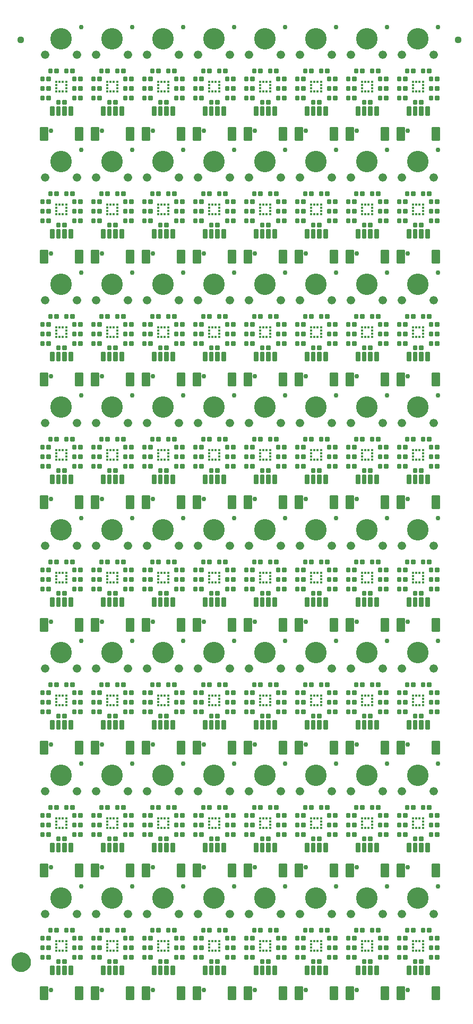
<source format=gts>
G04 EAGLE Gerber RS-274X export*
G75*
%MOMM*%
%FSLAX34Y34*%
%LPD*%
%INSoldermask Top*%
%IPPOS*%
%AMOC8*
5,1,8,0,0,1.08239X$1,22.5*%
G01*
%ADD10C,0.225369*%
%ADD11C,0.762000*%
%ADD12C,3.429000*%
%ADD13C,0.225588*%
%ADD14R,0.450000X0.400000*%
%ADD15R,0.400000X0.450000*%
%ADD16C,1.327000*%
%ADD17C,1.127000*%
%ADD18C,1.270000*%
%ADD19C,1.627000*%


D10*
X61008Y99092D02*
X55992Y99092D01*
X55992Y104108D01*
X61008Y104108D01*
X61008Y99092D01*
X61008Y101233D02*
X55992Y101233D01*
X55992Y103374D02*
X61008Y103374D01*
X65992Y99092D02*
X71008Y99092D01*
X65992Y99092D02*
X65992Y104108D01*
X71008Y104108D01*
X71008Y99092D01*
X71008Y101233D02*
X65992Y101233D01*
X65992Y103374D02*
X71008Y103374D01*
X20208Y104108D02*
X15192Y104108D01*
X20208Y104108D02*
X20208Y99092D01*
X15192Y99092D01*
X15192Y104108D01*
X15192Y101233D02*
X20208Y101233D01*
X20208Y103374D02*
X15192Y103374D01*
X10208Y104108D02*
X5192Y104108D01*
X10208Y104108D02*
X10208Y99092D01*
X5192Y99092D01*
X5192Y104108D01*
X5192Y101233D02*
X10208Y101233D01*
X10208Y103374D02*
X5192Y103374D01*
X53292Y116808D02*
X58308Y116808D01*
X58308Y111792D01*
X53292Y111792D01*
X53292Y116808D01*
X53292Y113933D02*
X58308Y113933D01*
X58308Y116074D02*
X53292Y116074D01*
X48308Y116808D02*
X43292Y116808D01*
X48308Y116808D02*
X48308Y111792D01*
X43292Y111792D01*
X43292Y116808D01*
X43292Y113933D02*
X48308Y113933D01*
X48308Y116074D02*
X43292Y116074D01*
D11*
X21590Y19050D03*
X69850Y184150D03*
D12*
X38100Y165100D03*
D13*
X15607Y4543D02*
X4593Y4543D01*
X4593Y23557D01*
X15607Y23557D01*
X15607Y4543D01*
X15607Y6686D02*
X4593Y6686D01*
X4593Y8829D02*
X15607Y8829D01*
X15607Y10972D02*
X4593Y10972D01*
X4593Y13115D02*
X15607Y13115D01*
X15607Y15258D02*
X4593Y15258D01*
X4593Y17401D02*
X15607Y17401D01*
X15607Y19544D02*
X4593Y19544D01*
X4593Y21687D02*
X15607Y21687D01*
X60593Y4543D02*
X71607Y4543D01*
X60593Y4543D02*
X60593Y23557D01*
X71607Y23557D01*
X71607Y4543D01*
X71607Y6686D02*
X60593Y6686D01*
X60593Y8829D02*
X71607Y8829D01*
X71607Y10972D02*
X60593Y10972D01*
X60593Y13115D02*
X71607Y13115D01*
X71607Y15258D02*
X60593Y15258D01*
X60593Y17401D02*
X71607Y17401D01*
X71607Y19544D02*
X60593Y19544D01*
X60593Y21687D02*
X71607Y21687D01*
D10*
X25608Y44542D02*
X20592Y44542D01*
X20592Y57058D01*
X25608Y57058D01*
X25608Y44542D01*
X25608Y46683D02*
X20592Y46683D01*
X20592Y48824D02*
X25608Y48824D01*
X25608Y50965D02*
X20592Y50965D01*
X20592Y53106D02*
X25608Y53106D01*
X25608Y55247D02*
X20592Y55247D01*
X30592Y44542D02*
X35608Y44542D01*
X30592Y44542D02*
X30592Y57058D01*
X35608Y57058D01*
X35608Y44542D01*
X35608Y46683D02*
X30592Y46683D01*
X30592Y48824D02*
X35608Y48824D01*
X35608Y50965D02*
X30592Y50965D01*
X30592Y53106D02*
X35608Y53106D01*
X35608Y55247D02*
X30592Y55247D01*
X40592Y44542D02*
X45608Y44542D01*
X40592Y44542D02*
X40592Y57058D01*
X45608Y57058D01*
X45608Y44542D01*
X45608Y46683D02*
X40592Y46683D01*
X40592Y48824D02*
X45608Y48824D01*
X45608Y50965D02*
X40592Y50965D01*
X40592Y53106D02*
X45608Y53106D01*
X45608Y55247D02*
X40592Y55247D01*
X50592Y44542D02*
X55608Y44542D01*
X50592Y44542D02*
X50592Y57058D01*
X55608Y57058D01*
X55608Y44542D01*
X55608Y46683D02*
X50592Y46683D01*
X50592Y48824D02*
X55608Y48824D01*
X55608Y50965D02*
X50592Y50965D01*
X50592Y53106D02*
X55608Y53106D01*
X55608Y55247D02*
X50592Y55247D01*
X22908Y111792D02*
X17892Y111792D01*
X17892Y116808D01*
X22908Y116808D01*
X22908Y111792D01*
X22908Y113933D02*
X17892Y113933D01*
X17892Y116074D02*
X22908Y116074D01*
X27892Y111792D02*
X32908Y111792D01*
X27892Y111792D02*
X27892Y116808D01*
X32908Y116808D01*
X32908Y111792D01*
X32908Y113933D02*
X27892Y113933D01*
X27892Y116074D02*
X32908Y116074D01*
X55992Y68612D02*
X61008Y68612D01*
X55992Y68612D02*
X55992Y73628D01*
X61008Y73628D01*
X61008Y68612D01*
X61008Y70753D02*
X55992Y70753D01*
X55992Y72894D02*
X61008Y72894D01*
X65992Y68612D02*
X71008Y68612D01*
X65992Y68612D02*
X65992Y73628D01*
X71008Y73628D01*
X71008Y68612D01*
X71008Y70753D02*
X65992Y70753D01*
X65992Y72894D02*
X71008Y72894D01*
X71008Y88868D02*
X65992Y88868D01*
X71008Y88868D02*
X71008Y83852D01*
X65992Y83852D01*
X65992Y88868D01*
X65992Y85993D02*
X71008Y85993D01*
X71008Y88134D02*
X65992Y88134D01*
X61008Y88868D02*
X55992Y88868D01*
X61008Y88868D02*
X61008Y83852D01*
X55992Y83852D01*
X55992Y88868D01*
X55992Y85993D02*
X61008Y85993D01*
X61008Y88134D02*
X55992Y88134D01*
X20208Y73628D02*
X15192Y73628D01*
X20208Y73628D02*
X20208Y68612D01*
X15192Y68612D01*
X15192Y73628D01*
X15192Y70753D02*
X20208Y70753D01*
X20208Y72894D02*
X15192Y72894D01*
X10208Y73628D02*
X5192Y73628D01*
X10208Y73628D02*
X10208Y68612D01*
X5192Y68612D01*
X5192Y73628D01*
X5192Y70753D02*
X10208Y70753D01*
X10208Y72894D02*
X5192Y72894D01*
X5192Y83852D02*
X10208Y83852D01*
X5192Y83852D02*
X5192Y88868D01*
X10208Y88868D01*
X10208Y83852D01*
X10208Y85993D02*
X5192Y85993D01*
X5192Y88134D02*
X10208Y88134D01*
X15192Y83852D02*
X20208Y83852D01*
X15192Y83852D02*
X15192Y88868D01*
X20208Y88868D01*
X20208Y83852D01*
X20208Y85993D02*
X15192Y85993D01*
X15192Y88134D02*
X20208Y88134D01*
X40592Y67278D02*
X45608Y67278D01*
X45608Y62262D01*
X40592Y62262D01*
X40592Y67278D01*
X40592Y64403D02*
X45608Y64403D01*
X45608Y66544D02*
X40592Y66544D01*
X35608Y67278D02*
X30592Y67278D01*
X35608Y67278D02*
X35608Y62262D01*
X30592Y62262D01*
X30592Y67278D01*
X30592Y64403D02*
X35608Y64403D01*
X35608Y66544D02*
X30592Y66544D01*
D14*
X45850Y96400D03*
X45850Y91400D03*
X45850Y86400D03*
X45850Y81400D03*
D15*
X40600Y96650D03*
X35600Y96650D03*
D14*
X30350Y81400D03*
X30350Y86400D03*
X30350Y91400D03*
X30350Y96400D03*
D15*
X35600Y81150D03*
X40600Y81150D03*
D16*
X63500Y139700D03*
X12700Y139700D03*
D10*
X137272Y99092D02*
X142288Y99092D01*
X137272Y99092D02*
X137272Y104108D01*
X142288Y104108D01*
X142288Y99092D01*
X142288Y101233D02*
X137272Y101233D01*
X137272Y103374D02*
X142288Y103374D01*
X147272Y99092D02*
X152288Y99092D01*
X147272Y99092D02*
X147272Y104108D01*
X152288Y104108D01*
X152288Y99092D01*
X152288Y101233D02*
X147272Y101233D01*
X147272Y103374D02*
X152288Y103374D01*
X101488Y104108D02*
X96472Y104108D01*
X101488Y104108D02*
X101488Y99092D01*
X96472Y99092D01*
X96472Y104108D01*
X96472Y101233D02*
X101488Y101233D01*
X101488Y103374D02*
X96472Y103374D01*
X91488Y104108D02*
X86472Y104108D01*
X91488Y104108D02*
X91488Y99092D01*
X86472Y99092D01*
X86472Y104108D01*
X86472Y101233D02*
X91488Y101233D01*
X91488Y103374D02*
X86472Y103374D01*
X134572Y116808D02*
X139588Y116808D01*
X139588Y111792D01*
X134572Y111792D01*
X134572Y116808D01*
X134572Y113933D02*
X139588Y113933D01*
X139588Y116074D02*
X134572Y116074D01*
X129588Y116808D02*
X124572Y116808D01*
X129588Y116808D02*
X129588Y111792D01*
X124572Y111792D01*
X124572Y116808D01*
X124572Y113933D02*
X129588Y113933D01*
X129588Y116074D02*
X124572Y116074D01*
D11*
X102870Y19050D03*
X151130Y184150D03*
D12*
X119380Y165100D03*
D13*
X96887Y4543D02*
X85873Y4543D01*
X85873Y23557D01*
X96887Y23557D01*
X96887Y4543D01*
X96887Y6686D02*
X85873Y6686D01*
X85873Y8829D02*
X96887Y8829D01*
X96887Y10972D02*
X85873Y10972D01*
X85873Y13115D02*
X96887Y13115D01*
X96887Y15258D02*
X85873Y15258D01*
X85873Y17401D02*
X96887Y17401D01*
X96887Y19544D02*
X85873Y19544D01*
X85873Y21687D02*
X96887Y21687D01*
X141873Y4543D02*
X152887Y4543D01*
X141873Y4543D02*
X141873Y23557D01*
X152887Y23557D01*
X152887Y4543D01*
X152887Y6686D02*
X141873Y6686D01*
X141873Y8829D02*
X152887Y8829D01*
X152887Y10972D02*
X141873Y10972D01*
X141873Y13115D02*
X152887Y13115D01*
X152887Y15258D02*
X141873Y15258D01*
X141873Y17401D02*
X152887Y17401D01*
X152887Y19544D02*
X141873Y19544D01*
X141873Y21687D02*
X152887Y21687D01*
D10*
X106888Y44542D02*
X101872Y44542D01*
X101872Y57058D01*
X106888Y57058D01*
X106888Y44542D01*
X106888Y46683D02*
X101872Y46683D01*
X101872Y48824D02*
X106888Y48824D01*
X106888Y50965D02*
X101872Y50965D01*
X101872Y53106D02*
X106888Y53106D01*
X106888Y55247D02*
X101872Y55247D01*
X111872Y44542D02*
X116888Y44542D01*
X111872Y44542D02*
X111872Y57058D01*
X116888Y57058D01*
X116888Y44542D01*
X116888Y46683D02*
X111872Y46683D01*
X111872Y48824D02*
X116888Y48824D01*
X116888Y50965D02*
X111872Y50965D01*
X111872Y53106D02*
X116888Y53106D01*
X116888Y55247D02*
X111872Y55247D01*
X121872Y44542D02*
X126888Y44542D01*
X121872Y44542D02*
X121872Y57058D01*
X126888Y57058D01*
X126888Y44542D01*
X126888Y46683D02*
X121872Y46683D01*
X121872Y48824D02*
X126888Y48824D01*
X126888Y50965D02*
X121872Y50965D01*
X121872Y53106D02*
X126888Y53106D01*
X126888Y55247D02*
X121872Y55247D01*
X131872Y44542D02*
X136888Y44542D01*
X131872Y44542D02*
X131872Y57058D01*
X136888Y57058D01*
X136888Y44542D01*
X136888Y46683D02*
X131872Y46683D01*
X131872Y48824D02*
X136888Y48824D01*
X136888Y50965D02*
X131872Y50965D01*
X131872Y53106D02*
X136888Y53106D01*
X136888Y55247D02*
X131872Y55247D01*
X104188Y111792D02*
X99172Y111792D01*
X99172Y116808D01*
X104188Y116808D01*
X104188Y111792D01*
X104188Y113933D02*
X99172Y113933D01*
X99172Y116074D02*
X104188Y116074D01*
X109172Y111792D02*
X114188Y111792D01*
X109172Y111792D02*
X109172Y116808D01*
X114188Y116808D01*
X114188Y111792D01*
X114188Y113933D02*
X109172Y113933D01*
X109172Y116074D02*
X114188Y116074D01*
X137272Y68612D02*
X142288Y68612D01*
X137272Y68612D02*
X137272Y73628D01*
X142288Y73628D01*
X142288Y68612D01*
X142288Y70753D02*
X137272Y70753D01*
X137272Y72894D02*
X142288Y72894D01*
X147272Y68612D02*
X152288Y68612D01*
X147272Y68612D02*
X147272Y73628D01*
X152288Y73628D01*
X152288Y68612D01*
X152288Y70753D02*
X147272Y70753D01*
X147272Y72894D02*
X152288Y72894D01*
X152288Y88868D02*
X147272Y88868D01*
X152288Y88868D02*
X152288Y83852D01*
X147272Y83852D01*
X147272Y88868D01*
X147272Y85993D02*
X152288Y85993D01*
X152288Y88134D02*
X147272Y88134D01*
X142288Y88868D02*
X137272Y88868D01*
X142288Y88868D02*
X142288Y83852D01*
X137272Y83852D01*
X137272Y88868D01*
X137272Y85993D02*
X142288Y85993D01*
X142288Y88134D02*
X137272Y88134D01*
X101488Y73628D02*
X96472Y73628D01*
X101488Y73628D02*
X101488Y68612D01*
X96472Y68612D01*
X96472Y73628D01*
X96472Y70753D02*
X101488Y70753D01*
X101488Y72894D02*
X96472Y72894D01*
X91488Y73628D02*
X86472Y73628D01*
X91488Y73628D02*
X91488Y68612D01*
X86472Y68612D01*
X86472Y73628D01*
X86472Y70753D02*
X91488Y70753D01*
X91488Y72894D02*
X86472Y72894D01*
X86472Y83852D02*
X91488Y83852D01*
X86472Y83852D02*
X86472Y88868D01*
X91488Y88868D01*
X91488Y83852D01*
X91488Y85993D02*
X86472Y85993D01*
X86472Y88134D02*
X91488Y88134D01*
X96472Y83852D02*
X101488Y83852D01*
X96472Y83852D02*
X96472Y88868D01*
X101488Y88868D01*
X101488Y83852D01*
X101488Y85993D02*
X96472Y85993D01*
X96472Y88134D02*
X101488Y88134D01*
X121872Y67278D02*
X126888Y67278D01*
X126888Y62262D01*
X121872Y62262D01*
X121872Y67278D01*
X121872Y64403D02*
X126888Y64403D01*
X126888Y66544D02*
X121872Y66544D01*
X116888Y67278D02*
X111872Y67278D01*
X116888Y67278D02*
X116888Y62262D01*
X111872Y62262D01*
X111872Y67278D01*
X111872Y64403D02*
X116888Y64403D01*
X116888Y66544D02*
X111872Y66544D01*
D14*
X127130Y96400D03*
X127130Y91400D03*
X127130Y86400D03*
X127130Y81400D03*
D15*
X121880Y96650D03*
X116880Y96650D03*
D14*
X111630Y81400D03*
X111630Y86400D03*
X111630Y91400D03*
X111630Y96400D03*
D15*
X116880Y81150D03*
X121880Y81150D03*
D16*
X144780Y139700D03*
X93980Y139700D03*
D10*
X218552Y99092D02*
X223568Y99092D01*
X218552Y99092D02*
X218552Y104108D01*
X223568Y104108D01*
X223568Y99092D01*
X223568Y101233D02*
X218552Y101233D01*
X218552Y103374D02*
X223568Y103374D01*
X228552Y99092D02*
X233568Y99092D01*
X228552Y99092D02*
X228552Y104108D01*
X233568Y104108D01*
X233568Y99092D01*
X233568Y101233D02*
X228552Y101233D01*
X228552Y103374D02*
X233568Y103374D01*
X182768Y104108D02*
X177752Y104108D01*
X182768Y104108D02*
X182768Y99092D01*
X177752Y99092D01*
X177752Y104108D01*
X177752Y101233D02*
X182768Y101233D01*
X182768Y103374D02*
X177752Y103374D01*
X172768Y104108D02*
X167752Y104108D01*
X172768Y104108D02*
X172768Y99092D01*
X167752Y99092D01*
X167752Y104108D01*
X167752Y101233D02*
X172768Y101233D01*
X172768Y103374D02*
X167752Y103374D01*
X215852Y116808D02*
X220868Y116808D01*
X220868Y111792D01*
X215852Y111792D01*
X215852Y116808D01*
X215852Y113933D02*
X220868Y113933D01*
X220868Y116074D02*
X215852Y116074D01*
X210868Y116808D02*
X205852Y116808D01*
X210868Y116808D02*
X210868Y111792D01*
X205852Y111792D01*
X205852Y116808D01*
X205852Y113933D02*
X210868Y113933D01*
X210868Y116074D02*
X205852Y116074D01*
D11*
X184150Y19050D03*
X232410Y184150D03*
D12*
X200660Y165100D03*
D13*
X178167Y4543D02*
X167153Y4543D01*
X167153Y23557D01*
X178167Y23557D01*
X178167Y4543D01*
X178167Y6686D02*
X167153Y6686D01*
X167153Y8829D02*
X178167Y8829D01*
X178167Y10972D02*
X167153Y10972D01*
X167153Y13115D02*
X178167Y13115D01*
X178167Y15258D02*
X167153Y15258D01*
X167153Y17401D02*
X178167Y17401D01*
X178167Y19544D02*
X167153Y19544D01*
X167153Y21687D02*
X178167Y21687D01*
X223153Y4543D02*
X234167Y4543D01*
X223153Y4543D02*
X223153Y23557D01*
X234167Y23557D01*
X234167Y4543D01*
X234167Y6686D02*
X223153Y6686D01*
X223153Y8829D02*
X234167Y8829D01*
X234167Y10972D02*
X223153Y10972D01*
X223153Y13115D02*
X234167Y13115D01*
X234167Y15258D02*
X223153Y15258D01*
X223153Y17401D02*
X234167Y17401D01*
X234167Y19544D02*
X223153Y19544D01*
X223153Y21687D02*
X234167Y21687D01*
D10*
X188168Y44542D02*
X183152Y44542D01*
X183152Y57058D01*
X188168Y57058D01*
X188168Y44542D01*
X188168Y46683D02*
X183152Y46683D01*
X183152Y48824D02*
X188168Y48824D01*
X188168Y50965D02*
X183152Y50965D01*
X183152Y53106D02*
X188168Y53106D01*
X188168Y55247D02*
X183152Y55247D01*
X193152Y44542D02*
X198168Y44542D01*
X193152Y44542D02*
X193152Y57058D01*
X198168Y57058D01*
X198168Y44542D01*
X198168Y46683D02*
X193152Y46683D01*
X193152Y48824D02*
X198168Y48824D01*
X198168Y50965D02*
X193152Y50965D01*
X193152Y53106D02*
X198168Y53106D01*
X198168Y55247D02*
X193152Y55247D01*
X203152Y44542D02*
X208168Y44542D01*
X203152Y44542D02*
X203152Y57058D01*
X208168Y57058D01*
X208168Y44542D01*
X208168Y46683D02*
X203152Y46683D01*
X203152Y48824D02*
X208168Y48824D01*
X208168Y50965D02*
X203152Y50965D01*
X203152Y53106D02*
X208168Y53106D01*
X208168Y55247D02*
X203152Y55247D01*
X213152Y44542D02*
X218168Y44542D01*
X213152Y44542D02*
X213152Y57058D01*
X218168Y57058D01*
X218168Y44542D01*
X218168Y46683D02*
X213152Y46683D01*
X213152Y48824D02*
X218168Y48824D01*
X218168Y50965D02*
X213152Y50965D01*
X213152Y53106D02*
X218168Y53106D01*
X218168Y55247D02*
X213152Y55247D01*
X185468Y111792D02*
X180452Y111792D01*
X180452Y116808D01*
X185468Y116808D01*
X185468Y111792D01*
X185468Y113933D02*
X180452Y113933D01*
X180452Y116074D02*
X185468Y116074D01*
X190452Y111792D02*
X195468Y111792D01*
X190452Y111792D02*
X190452Y116808D01*
X195468Y116808D01*
X195468Y111792D01*
X195468Y113933D02*
X190452Y113933D01*
X190452Y116074D02*
X195468Y116074D01*
X218552Y68612D02*
X223568Y68612D01*
X218552Y68612D02*
X218552Y73628D01*
X223568Y73628D01*
X223568Y68612D01*
X223568Y70753D02*
X218552Y70753D01*
X218552Y72894D02*
X223568Y72894D01*
X228552Y68612D02*
X233568Y68612D01*
X228552Y68612D02*
X228552Y73628D01*
X233568Y73628D01*
X233568Y68612D01*
X233568Y70753D02*
X228552Y70753D01*
X228552Y72894D02*
X233568Y72894D01*
X233568Y88868D02*
X228552Y88868D01*
X233568Y88868D02*
X233568Y83852D01*
X228552Y83852D01*
X228552Y88868D01*
X228552Y85993D02*
X233568Y85993D01*
X233568Y88134D02*
X228552Y88134D01*
X223568Y88868D02*
X218552Y88868D01*
X223568Y88868D02*
X223568Y83852D01*
X218552Y83852D01*
X218552Y88868D01*
X218552Y85993D02*
X223568Y85993D01*
X223568Y88134D02*
X218552Y88134D01*
X182768Y73628D02*
X177752Y73628D01*
X182768Y73628D02*
X182768Y68612D01*
X177752Y68612D01*
X177752Y73628D01*
X177752Y70753D02*
X182768Y70753D01*
X182768Y72894D02*
X177752Y72894D01*
X172768Y73628D02*
X167752Y73628D01*
X172768Y73628D02*
X172768Y68612D01*
X167752Y68612D01*
X167752Y73628D01*
X167752Y70753D02*
X172768Y70753D01*
X172768Y72894D02*
X167752Y72894D01*
X167752Y83852D02*
X172768Y83852D01*
X167752Y83852D02*
X167752Y88868D01*
X172768Y88868D01*
X172768Y83852D01*
X172768Y85993D02*
X167752Y85993D01*
X167752Y88134D02*
X172768Y88134D01*
X177752Y83852D02*
X182768Y83852D01*
X177752Y83852D02*
X177752Y88868D01*
X182768Y88868D01*
X182768Y83852D01*
X182768Y85993D02*
X177752Y85993D01*
X177752Y88134D02*
X182768Y88134D01*
X203152Y67278D02*
X208168Y67278D01*
X208168Y62262D01*
X203152Y62262D01*
X203152Y67278D01*
X203152Y64403D02*
X208168Y64403D01*
X208168Y66544D02*
X203152Y66544D01*
X198168Y67278D02*
X193152Y67278D01*
X198168Y67278D02*
X198168Y62262D01*
X193152Y62262D01*
X193152Y67278D01*
X193152Y64403D02*
X198168Y64403D01*
X198168Y66544D02*
X193152Y66544D01*
D14*
X208410Y96400D03*
X208410Y91400D03*
X208410Y86400D03*
X208410Y81400D03*
D15*
X203160Y96650D03*
X198160Y96650D03*
D14*
X192910Y81400D03*
X192910Y86400D03*
X192910Y91400D03*
X192910Y96400D03*
D15*
X198160Y81150D03*
X203160Y81150D03*
D16*
X226060Y139700D03*
X175260Y139700D03*
D10*
X299832Y99092D02*
X304848Y99092D01*
X299832Y99092D02*
X299832Y104108D01*
X304848Y104108D01*
X304848Y99092D01*
X304848Y101233D02*
X299832Y101233D01*
X299832Y103374D02*
X304848Y103374D01*
X309832Y99092D02*
X314848Y99092D01*
X309832Y99092D02*
X309832Y104108D01*
X314848Y104108D01*
X314848Y99092D01*
X314848Y101233D02*
X309832Y101233D01*
X309832Y103374D02*
X314848Y103374D01*
X264048Y104108D02*
X259032Y104108D01*
X264048Y104108D02*
X264048Y99092D01*
X259032Y99092D01*
X259032Y104108D01*
X259032Y101233D02*
X264048Y101233D01*
X264048Y103374D02*
X259032Y103374D01*
X254048Y104108D02*
X249032Y104108D01*
X254048Y104108D02*
X254048Y99092D01*
X249032Y99092D01*
X249032Y104108D01*
X249032Y101233D02*
X254048Y101233D01*
X254048Y103374D02*
X249032Y103374D01*
X297132Y116808D02*
X302148Y116808D01*
X302148Y111792D01*
X297132Y111792D01*
X297132Y116808D01*
X297132Y113933D02*
X302148Y113933D01*
X302148Y116074D02*
X297132Y116074D01*
X292148Y116808D02*
X287132Y116808D01*
X292148Y116808D02*
X292148Y111792D01*
X287132Y111792D01*
X287132Y116808D01*
X287132Y113933D02*
X292148Y113933D01*
X292148Y116074D02*
X287132Y116074D01*
D11*
X265430Y19050D03*
X313690Y184150D03*
D12*
X281940Y165100D03*
D13*
X259447Y4543D02*
X248433Y4543D01*
X248433Y23557D01*
X259447Y23557D01*
X259447Y4543D01*
X259447Y6686D02*
X248433Y6686D01*
X248433Y8829D02*
X259447Y8829D01*
X259447Y10972D02*
X248433Y10972D01*
X248433Y13115D02*
X259447Y13115D01*
X259447Y15258D02*
X248433Y15258D01*
X248433Y17401D02*
X259447Y17401D01*
X259447Y19544D02*
X248433Y19544D01*
X248433Y21687D02*
X259447Y21687D01*
X304433Y4543D02*
X315447Y4543D01*
X304433Y4543D02*
X304433Y23557D01*
X315447Y23557D01*
X315447Y4543D01*
X315447Y6686D02*
X304433Y6686D01*
X304433Y8829D02*
X315447Y8829D01*
X315447Y10972D02*
X304433Y10972D01*
X304433Y13115D02*
X315447Y13115D01*
X315447Y15258D02*
X304433Y15258D01*
X304433Y17401D02*
X315447Y17401D01*
X315447Y19544D02*
X304433Y19544D01*
X304433Y21687D02*
X315447Y21687D01*
D10*
X269448Y44542D02*
X264432Y44542D01*
X264432Y57058D01*
X269448Y57058D01*
X269448Y44542D01*
X269448Y46683D02*
X264432Y46683D01*
X264432Y48824D02*
X269448Y48824D01*
X269448Y50965D02*
X264432Y50965D01*
X264432Y53106D02*
X269448Y53106D01*
X269448Y55247D02*
X264432Y55247D01*
X274432Y44542D02*
X279448Y44542D01*
X274432Y44542D02*
X274432Y57058D01*
X279448Y57058D01*
X279448Y44542D01*
X279448Y46683D02*
X274432Y46683D01*
X274432Y48824D02*
X279448Y48824D01*
X279448Y50965D02*
X274432Y50965D01*
X274432Y53106D02*
X279448Y53106D01*
X279448Y55247D02*
X274432Y55247D01*
X284432Y44542D02*
X289448Y44542D01*
X284432Y44542D02*
X284432Y57058D01*
X289448Y57058D01*
X289448Y44542D01*
X289448Y46683D02*
X284432Y46683D01*
X284432Y48824D02*
X289448Y48824D01*
X289448Y50965D02*
X284432Y50965D01*
X284432Y53106D02*
X289448Y53106D01*
X289448Y55247D02*
X284432Y55247D01*
X294432Y44542D02*
X299448Y44542D01*
X294432Y44542D02*
X294432Y57058D01*
X299448Y57058D01*
X299448Y44542D01*
X299448Y46683D02*
X294432Y46683D01*
X294432Y48824D02*
X299448Y48824D01*
X299448Y50965D02*
X294432Y50965D01*
X294432Y53106D02*
X299448Y53106D01*
X299448Y55247D02*
X294432Y55247D01*
X266748Y111792D02*
X261732Y111792D01*
X261732Y116808D01*
X266748Y116808D01*
X266748Y111792D01*
X266748Y113933D02*
X261732Y113933D01*
X261732Y116074D02*
X266748Y116074D01*
X271732Y111792D02*
X276748Y111792D01*
X271732Y111792D02*
X271732Y116808D01*
X276748Y116808D01*
X276748Y111792D01*
X276748Y113933D02*
X271732Y113933D01*
X271732Y116074D02*
X276748Y116074D01*
X299832Y68612D02*
X304848Y68612D01*
X299832Y68612D02*
X299832Y73628D01*
X304848Y73628D01*
X304848Y68612D01*
X304848Y70753D02*
X299832Y70753D01*
X299832Y72894D02*
X304848Y72894D01*
X309832Y68612D02*
X314848Y68612D01*
X309832Y68612D02*
X309832Y73628D01*
X314848Y73628D01*
X314848Y68612D01*
X314848Y70753D02*
X309832Y70753D01*
X309832Y72894D02*
X314848Y72894D01*
X314848Y88868D02*
X309832Y88868D01*
X314848Y88868D02*
X314848Y83852D01*
X309832Y83852D01*
X309832Y88868D01*
X309832Y85993D02*
X314848Y85993D01*
X314848Y88134D02*
X309832Y88134D01*
X304848Y88868D02*
X299832Y88868D01*
X304848Y88868D02*
X304848Y83852D01*
X299832Y83852D01*
X299832Y88868D01*
X299832Y85993D02*
X304848Y85993D01*
X304848Y88134D02*
X299832Y88134D01*
X264048Y73628D02*
X259032Y73628D01*
X264048Y73628D02*
X264048Y68612D01*
X259032Y68612D01*
X259032Y73628D01*
X259032Y70753D02*
X264048Y70753D01*
X264048Y72894D02*
X259032Y72894D01*
X254048Y73628D02*
X249032Y73628D01*
X254048Y73628D02*
X254048Y68612D01*
X249032Y68612D01*
X249032Y73628D01*
X249032Y70753D02*
X254048Y70753D01*
X254048Y72894D02*
X249032Y72894D01*
X249032Y83852D02*
X254048Y83852D01*
X249032Y83852D02*
X249032Y88868D01*
X254048Y88868D01*
X254048Y83852D01*
X254048Y85993D02*
X249032Y85993D01*
X249032Y88134D02*
X254048Y88134D01*
X259032Y83852D02*
X264048Y83852D01*
X259032Y83852D02*
X259032Y88868D01*
X264048Y88868D01*
X264048Y83852D01*
X264048Y85993D02*
X259032Y85993D01*
X259032Y88134D02*
X264048Y88134D01*
X284432Y67278D02*
X289448Y67278D01*
X289448Y62262D01*
X284432Y62262D01*
X284432Y67278D01*
X284432Y64403D02*
X289448Y64403D01*
X289448Y66544D02*
X284432Y66544D01*
X279448Y67278D02*
X274432Y67278D01*
X279448Y67278D02*
X279448Y62262D01*
X274432Y62262D01*
X274432Y67278D01*
X274432Y64403D02*
X279448Y64403D01*
X279448Y66544D02*
X274432Y66544D01*
D14*
X289690Y96400D03*
X289690Y91400D03*
X289690Y86400D03*
X289690Y81400D03*
D15*
X284440Y96650D03*
X279440Y96650D03*
D14*
X274190Y81400D03*
X274190Y86400D03*
X274190Y91400D03*
X274190Y96400D03*
D15*
X279440Y81150D03*
X284440Y81150D03*
D16*
X307340Y139700D03*
X256540Y139700D03*
D10*
X381112Y99092D02*
X386128Y99092D01*
X381112Y99092D02*
X381112Y104108D01*
X386128Y104108D01*
X386128Y99092D01*
X386128Y101233D02*
X381112Y101233D01*
X381112Y103374D02*
X386128Y103374D01*
X391112Y99092D02*
X396128Y99092D01*
X391112Y99092D02*
X391112Y104108D01*
X396128Y104108D01*
X396128Y99092D01*
X396128Y101233D02*
X391112Y101233D01*
X391112Y103374D02*
X396128Y103374D01*
X345328Y104108D02*
X340312Y104108D01*
X345328Y104108D02*
X345328Y99092D01*
X340312Y99092D01*
X340312Y104108D01*
X340312Y101233D02*
X345328Y101233D01*
X345328Y103374D02*
X340312Y103374D01*
X335328Y104108D02*
X330312Y104108D01*
X335328Y104108D02*
X335328Y99092D01*
X330312Y99092D01*
X330312Y104108D01*
X330312Y101233D02*
X335328Y101233D01*
X335328Y103374D02*
X330312Y103374D01*
X378412Y116808D02*
X383428Y116808D01*
X383428Y111792D01*
X378412Y111792D01*
X378412Y116808D01*
X378412Y113933D02*
X383428Y113933D01*
X383428Y116074D02*
X378412Y116074D01*
X373428Y116808D02*
X368412Y116808D01*
X373428Y116808D02*
X373428Y111792D01*
X368412Y111792D01*
X368412Y116808D01*
X368412Y113933D02*
X373428Y113933D01*
X373428Y116074D02*
X368412Y116074D01*
D11*
X346710Y19050D03*
X394970Y184150D03*
D12*
X363220Y165100D03*
D13*
X340727Y4543D02*
X329713Y4543D01*
X329713Y23557D01*
X340727Y23557D01*
X340727Y4543D01*
X340727Y6686D02*
X329713Y6686D01*
X329713Y8829D02*
X340727Y8829D01*
X340727Y10972D02*
X329713Y10972D01*
X329713Y13115D02*
X340727Y13115D01*
X340727Y15258D02*
X329713Y15258D01*
X329713Y17401D02*
X340727Y17401D01*
X340727Y19544D02*
X329713Y19544D01*
X329713Y21687D02*
X340727Y21687D01*
X385713Y4543D02*
X396727Y4543D01*
X385713Y4543D02*
X385713Y23557D01*
X396727Y23557D01*
X396727Y4543D01*
X396727Y6686D02*
X385713Y6686D01*
X385713Y8829D02*
X396727Y8829D01*
X396727Y10972D02*
X385713Y10972D01*
X385713Y13115D02*
X396727Y13115D01*
X396727Y15258D02*
X385713Y15258D01*
X385713Y17401D02*
X396727Y17401D01*
X396727Y19544D02*
X385713Y19544D01*
X385713Y21687D02*
X396727Y21687D01*
D10*
X350728Y44542D02*
X345712Y44542D01*
X345712Y57058D01*
X350728Y57058D01*
X350728Y44542D01*
X350728Y46683D02*
X345712Y46683D01*
X345712Y48824D02*
X350728Y48824D01*
X350728Y50965D02*
X345712Y50965D01*
X345712Y53106D02*
X350728Y53106D01*
X350728Y55247D02*
X345712Y55247D01*
X355712Y44542D02*
X360728Y44542D01*
X355712Y44542D02*
X355712Y57058D01*
X360728Y57058D01*
X360728Y44542D01*
X360728Y46683D02*
X355712Y46683D01*
X355712Y48824D02*
X360728Y48824D01*
X360728Y50965D02*
X355712Y50965D01*
X355712Y53106D02*
X360728Y53106D01*
X360728Y55247D02*
X355712Y55247D01*
X365712Y44542D02*
X370728Y44542D01*
X365712Y44542D02*
X365712Y57058D01*
X370728Y57058D01*
X370728Y44542D01*
X370728Y46683D02*
X365712Y46683D01*
X365712Y48824D02*
X370728Y48824D01*
X370728Y50965D02*
X365712Y50965D01*
X365712Y53106D02*
X370728Y53106D01*
X370728Y55247D02*
X365712Y55247D01*
X375712Y44542D02*
X380728Y44542D01*
X375712Y44542D02*
X375712Y57058D01*
X380728Y57058D01*
X380728Y44542D01*
X380728Y46683D02*
X375712Y46683D01*
X375712Y48824D02*
X380728Y48824D01*
X380728Y50965D02*
X375712Y50965D01*
X375712Y53106D02*
X380728Y53106D01*
X380728Y55247D02*
X375712Y55247D01*
X348028Y111792D02*
X343012Y111792D01*
X343012Y116808D01*
X348028Y116808D01*
X348028Y111792D01*
X348028Y113933D02*
X343012Y113933D01*
X343012Y116074D02*
X348028Y116074D01*
X353012Y111792D02*
X358028Y111792D01*
X353012Y111792D02*
X353012Y116808D01*
X358028Y116808D01*
X358028Y111792D01*
X358028Y113933D02*
X353012Y113933D01*
X353012Y116074D02*
X358028Y116074D01*
X381112Y68612D02*
X386128Y68612D01*
X381112Y68612D02*
X381112Y73628D01*
X386128Y73628D01*
X386128Y68612D01*
X386128Y70753D02*
X381112Y70753D01*
X381112Y72894D02*
X386128Y72894D01*
X391112Y68612D02*
X396128Y68612D01*
X391112Y68612D02*
X391112Y73628D01*
X396128Y73628D01*
X396128Y68612D01*
X396128Y70753D02*
X391112Y70753D01*
X391112Y72894D02*
X396128Y72894D01*
X396128Y88868D02*
X391112Y88868D01*
X396128Y88868D02*
X396128Y83852D01*
X391112Y83852D01*
X391112Y88868D01*
X391112Y85993D02*
X396128Y85993D01*
X396128Y88134D02*
X391112Y88134D01*
X386128Y88868D02*
X381112Y88868D01*
X386128Y88868D02*
X386128Y83852D01*
X381112Y83852D01*
X381112Y88868D01*
X381112Y85993D02*
X386128Y85993D01*
X386128Y88134D02*
X381112Y88134D01*
X345328Y73628D02*
X340312Y73628D01*
X345328Y73628D02*
X345328Y68612D01*
X340312Y68612D01*
X340312Y73628D01*
X340312Y70753D02*
X345328Y70753D01*
X345328Y72894D02*
X340312Y72894D01*
X335328Y73628D02*
X330312Y73628D01*
X335328Y73628D02*
X335328Y68612D01*
X330312Y68612D01*
X330312Y73628D01*
X330312Y70753D02*
X335328Y70753D01*
X335328Y72894D02*
X330312Y72894D01*
X330312Y83852D02*
X335328Y83852D01*
X330312Y83852D02*
X330312Y88868D01*
X335328Y88868D01*
X335328Y83852D01*
X335328Y85993D02*
X330312Y85993D01*
X330312Y88134D02*
X335328Y88134D01*
X340312Y83852D02*
X345328Y83852D01*
X340312Y83852D02*
X340312Y88868D01*
X345328Y88868D01*
X345328Y83852D01*
X345328Y85993D02*
X340312Y85993D01*
X340312Y88134D02*
X345328Y88134D01*
X365712Y67278D02*
X370728Y67278D01*
X370728Y62262D01*
X365712Y62262D01*
X365712Y67278D01*
X365712Y64403D02*
X370728Y64403D01*
X370728Y66544D02*
X365712Y66544D01*
X360728Y67278D02*
X355712Y67278D01*
X360728Y67278D02*
X360728Y62262D01*
X355712Y62262D01*
X355712Y67278D01*
X355712Y64403D02*
X360728Y64403D01*
X360728Y66544D02*
X355712Y66544D01*
D14*
X370970Y96400D03*
X370970Y91400D03*
X370970Y86400D03*
X370970Y81400D03*
D15*
X365720Y96650D03*
X360720Y96650D03*
D14*
X355470Y81400D03*
X355470Y86400D03*
X355470Y91400D03*
X355470Y96400D03*
D15*
X360720Y81150D03*
X365720Y81150D03*
D16*
X388620Y139700D03*
X337820Y139700D03*
D10*
X462392Y99092D02*
X467408Y99092D01*
X462392Y99092D02*
X462392Y104108D01*
X467408Y104108D01*
X467408Y99092D01*
X467408Y101233D02*
X462392Y101233D01*
X462392Y103374D02*
X467408Y103374D01*
X472392Y99092D02*
X477408Y99092D01*
X472392Y99092D02*
X472392Y104108D01*
X477408Y104108D01*
X477408Y99092D01*
X477408Y101233D02*
X472392Y101233D01*
X472392Y103374D02*
X477408Y103374D01*
X426608Y104108D02*
X421592Y104108D01*
X426608Y104108D02*
X426608Y99092D01*
X421592Y99092D01*
X421592Y104108D01*
X421592Y101233D02*
X426608Y101233D01*
X426608Y103374D02*
X421592Y103374D01*
X416608Y104108D02*
X411592Y104108D01*
X416608Y104108D02*
X416608Y99092D01*
X411592Y99092D01*
X411592Y104108D01*
X411592Y101233D02*
X416608Y101233D01*
X416608Y103374D02*
X411592Y103374D01*
X459692Y116808D02*
X464708Y116808D01*
X464708Y111792D01*
X459692Y111792D01*
X459692Y116808D01*
X459692Y113933D02*
X464708Y113933D01*
X464708Y116074D02*
X459692Y116074D01*
X454708Y116808D02*
X449692Y116808D01*
X454708Y116808D02*
X454708Y111792D01*
X449692Y111792D01*
X449692Y116808D01*
X449692Y113933D02*
X454708Y113933D01*
X454708Y116074D02*
X449692Y116074D01*
D11*
X427990Y19050D03*
X476250Y184150D03*
D12*
X444500Y165100D03*
D13*
X422007Y4543D02*
X410993Y4543D01*
X410993Y23557D01*
X422007Y23557D01*
X422007Y4543D01*
X422007Y6686D02*
X410993Y6686D01*
X410993Y8829D02*
X422007Y8829D01*
X422007Y10972D02*
X410993Y10972D01*
X410993Y13115D02*
X422007Y13115D01*
X422007Y15258D02*
X410993Y15258D01*
X410993Y17401D02*
X422007Y17401D01*
X422007Y19544D02*
X410993Y19544D01*
X410993Y21687D02*
X422007Y21687D01*
X466993Y4543D02*
X478007Y4543D01*
X466993Y4543D02*
X466993Y23557D01*
X478007Y23557D01*
X478007Y4543D01*
X478007Y6686D02*
X466993Y6686D01*
X466993Y8829D02*
X478007Y8829D01*
X478007Y10972D02*
X466993Y10972D01*
X466993Y13115D02*
X478007Y13115D01*
X478007Y15258D02*
X466993Y15258D01*
X466993Y17401D02*
X478007Y17401D01*
X478007Y19544D02*
X466993Y19544D01*
X466993Y21687D02*
X478007Y21687D01*
D10*
X432008Y44542D02*
X426992Y44542D01*
X426992Y57058D01*
X432008Y57058D01*
X432008Y44542D01*
X432008Y46683D02*
X426992Y46683D01*
X426992Y48824D02*
X432008Y48824D01*
X432008Y50965D02*
X426992Y50965D01*
X426992Y53106D02*
X432008Y53106D01*
X432008Y55247D02*
X426992Y55247D01*
X436992Y44542D02*
X442008Y44542D01*
X436992Y44542D02*
X436992Y57058D01*
X442008Y57058D01*
X442008Y44542D01*
X442008Y46683D02*
X436992Y46683D01*
X436992Y48824D02*
X442008Y48824D01*
X442008Y50965D02*
X436992Y50965D01*
X436992Y53106D02*
X442008Y53106D01*
X442008Y55247D02*
X436992Y55247D01*
X446992Y44542D02*
X452008Y44542D01*
X446992Y44542D02*
X446992Y57058D01*
X452008Y57058D01*
X452008Y44542D01*
X452008Y46683D02*
X446992Y46683D01*
X446992Y48824D02*
X452008Y48824D01*
X452008Y50965D02*
X446992Y50965D01*
X446992Y53106D02*
X452008Y53106D01*
X452008Y55247D02*
X446992Y55247D01*
X456992Y44542D02*
X462008Y44542D01*
X456992Y44542D02*
X456992Y57058D01*
X462008Y57058D01*
X462008Y44542D01*
X462008Y46683D02*
X456992Y46683D01*
X456992Y48824D02*
X462008Y48824D01*
X462008Y50965D02*
X456992Y50965D01*
X456992Y53106D02*
X462008Y53106D01*
X462008Y55247D02*
X456992Y55247D01*
X429308Y111792D02*
X424292Y111792D01*
X424292Y116808D01*
X429308Y116808D01*
X429308Y111792D01*
X429308Y113933D02*
X424292Y113933D01*
X424292Y116074D02*
X429308Y116074D01*
X434292Y111792D02*
X439308Y111792D01*
X434292Y111792D02*
X434292Y116808D01*
X439308Y116808D01*
X439308Y111792D01*
X439308Y113933D02*
X434292Y113933D01*
X434292Y116074D02*
X439308Y116074D01*
X462392Y68612D02*
X467408Y68612D01*
X462392Y68612D02*
X462392Y73628D01*
X467408Y73628D01*
X467408Y68612D01*
X467408Y70753D02*
X462392Y70753D01*
X462392Y72894D02*
X467408Y72894D01*
X472392Y68612D02*
X477408Y68612D01*
X472392Y68612D02*
X472392Y73628D01*
X477408Y73628D01*
X477408Y68612D01*
X477408Y70753D02*
X472392Y70753D01*
X472392Y72894D02*
X477408Y72894D01*
X477408Y88868D02*
X472392Y88868D01*
X477408Y88868D02*
X477408Y83852D01*
X472392Y83852D01*
X472392Y88868D01*
X472392Y85993D02*
X477408Y85993D01*
X477408Y88134D02*
X472392Y88134D01*
X467408Y88868D02*
X462392Y88868D01*
X467408Y88868D02*
X467408Y83852D01*
X462392Y83852D01*
X462392Y88868D01*
X462392Y85993D02*
X467408Y85993D01*
X467408Y88134D02*
X462392Y88134D01*
X426608Y73628D02*
X421592Y73628D01*
X426608Y73628D02*
X426608Y68612D01*
X421592Y68612D01*
X421592Y73628D01*
X421592Y70753D02*
X426608Y70753D01*
X426608Y72894D02*
X421592Y72894D01*
X416608Y73628D02*
X411592Y73628D01*
X416608Y73628D02*
X416608Y68612D01*
X411592Y68612D01*
X411592Y73628D01*
X411592Y70753D02*
X416608Y70753D01*
X416608Y72894D02*
X411592Y72894D01*
X411592Y83852D02*
X416608Y83852D01*
X411592Y83852D02*
X411592Y88868D01*
X416608Y88868D01*
X416608Y83852D01*
X416608Y85993D02*
X411592Y85993D01*
X411592Y88134D02*
X416608Y88134D01*
X421592Y83852D02*
X426608Y83852D01*
X421592Y83852D02*
X421592Y88868D01*
X426608Y88868D01*
X426608Y83852D01*
X426608Y85993D02*
X421592Y85993D01*
X421592Y88134D02*
X426608Y88134D01*
X446992Y67278D02*
X452008Y67278D01*
X452008Y62262D01*
X446992Y62262D01*
X446992Y67278D01*
X446992Y64403D02*
X452008Y64403D01*
X452008Y66544D02*
X446992Y66544D01*
X442008Y67278D02*
X436992Y67278D01*
X442008Y67278D02*
X442008Y62262D01*
X436992Y62262D01*
X436992Y67278D01*
X436992Y64403D02*
X442008Y64403D01*
X442008Y66544D02*
X436992Y66544D01*
D14*
X452250Y96400D03*
X452250Y91400D03*
X452250Y86400D03*
X452250Y81400D03*
D15*
X447000Y96650D03*
X442000Y96650D03*
D14*
X436750Y81400D03*
X436750Y86400D03*
X436750Y91400D03*
X436750Y96400D03*
D15*
X442000Y81150D03*
X447000Y81150D03*
D16*
X469900Y139700D03*
X419100Y139700D03*
D10*
X543672Y99092D02*
X548688Y99092D01*
X543672Y99092D02*
X543672Y104108D01*
X548688Y104108D01*
X548688Y99092D01*
X548688Y101233D02*
X543672Y101233D01*
X543672Y103374D02*
X548688Y103374D01*
X553672Y99092D02*
X558688Y99092D01*
X553672Y99092D02*
X553672Y104108D01*
X558688Y104108D01*
X558688Y99092D01*
X558688Y101233D02*
X553672Y101233D01*
X553672Y103374D02*
X558688Y103374D01*
X507888Y104108D02*
X502872Y104108D01*
X507888Y104108D02*
X507888Y99092D01*
X502872Y99092D01*
X502872Y104108D01*
X502872Y101233D02*
X507888Y101233D01*
X507888Y103374D02*
X502872Y103374D01*
X497888Y104108D02*
X492872Y104108D01*
X497888Y104108D02*
X497888Y99092D01*
X492872Y99092D01*
X492872Y104108D01*
X492872Y101233D02*
X497888Y101233D01*
X497888Y103374D02*
X492872Y103374D01*
X540972Y116808D02*
X545988Y116808D01*
X545988Y111792D01*
X540972Y111792D01*
X540972Y116808D01*
X540972Y113933D02*
X545988Y113933D01*
X545988Y116074D02*
X540972Y116074D01*
X535988Y116808D02*
X530972Y116808D01*
X535988Y116808D02*
X535988Y111792D01*
X530972Y111792D01*
X530972Y116808D01*
X530972Y113933D02*
X535988Y113933D01*
X535988Y116074D02*
X530972Y116074D01*
D11*
X509270Y19050D03*
X557530Y184150D03*
D12*
X525780Y165100D03*
D13*
X503287Y4543D02*
X492273Y4543D01*
X492273Y23557D01*
X503287Y23557D01*
X503287Y4543D01*
X503287Y6686D02*
X492273Y6686D01*
X492273Y8829D02*
X503287Y8829D01*
X503287Y10972D02*
X492273Y10972D01*
X492273Y13115D02*
X503287Y13115D01*
X503287Y15258D02*
X492273Y15258D01*
X492273Y17401D02*
X503287Y17401D01*
X503287Y19544D02*
X492273Y19544D01*
X492273Y21687D02*
X503287Y21687D01*
X548273Y4543D02*
X559287Y4543D01*
X548273Y4543D02*
X548273Y23557D01*
X559287Y23557D01*
X559287Y4543D01*
X559287Y6686D02*
X548273Y6686D01*
X548273Y8829D02*
X559287Y8829D01*
X559287Y10972D02*
X548273Y10972D01*
X548273Y13115D02*
X559287Y13115D01*
X559287Y15258D02*
X548273Y15258D01*
X548273Y17401D02*
X559287Y17401D01*
X559287Y19544D02*
X548273Y19544D01*
X548273Y21687D02*
X559287Y21687D01*
D10*
X513288Y44542D02*
X508272Y44542D01*
X508272Y57058D01*
X513288Y57058D01*
X513288Y44542D01*
X513288Y46683D02*
X508272Y46683D01*
X508272Y48824D02*
X513288Y48824D01*
X513288Y50965D02*
X508272Y50965D01*
X508272Y53106D02*
X513288Y53106D01*
X513288Y55247D02*
X508272Y55247D01*
X518272Y44542D02*
X523288Y44542D01*
X518272Y44542D02*
X518272Y57058D01*
X523288Y57058D01*
X523288Y44542D01*
X523288Y46683D02*
X518272Y46683D01*
X518272Y48824D02*
X523288Y48824D01*
X523288Y50965D02*
X518272Y50965D01*
X518272Y53106D02*
X523288Y53106D01*
X523288Y55247D02*
X518272Y55247D01*
X528272Y44542D02*
X533288Y44542D01*
X528272Y44542D02*
X528272Y57058D01*
X533288Y57058D01*
X533288Y44542D01*
X533288Y46683D02*
X528272Y46683D01*
X528272Y48824D02*
X533288Y48824D01*
X533288Y50965D02*
X528272Y50965D01*
X528272Y53106D02*
X533288Y53106D01*
X533288Y55247D02*
X528272Y55247D01*
X538272Y44542D02*
X543288Y44542D01*
X538272Y44542D02*
X538272Y57058D01*
X543288Y57058D01*
X543288Y44542D01*
X543288Y46683D02*
X538272Y46683D01*
X538272Y48824D02*
X543288Y48824D01*
X543288Y50965D02*
X538272Y50965D01*
X538272Y53106D02*
X543288Y53106D01*
X543288Y55247D02*
X538272Y55247D01*
X510588Y111792D02*
X505572Y111792D01*
X505572Y116808D01*
X510588Y116808D01*
X510588Y111792D01*
X510588Y113933D02*
X505572Y113933D01*
X505572Y116074D02*
X510588Y116074D01*
X515572Y111792D02*
X520588Y111792D01*
X515572Y111792D02*
X515572Y116808D01*
X520588Y116808D01*
X520588Y111792D01*
X520588Y113933D02*
X515572Y113933D01*
X515572Y116074D02*
X520588Y116074D01*
X543672Y68612D02*
X548688Y68612D01*
X543672Y68612D02*
X543672Y73628D01*
X548688Y73628D01*
X548688Y68612D01*
X548688Y70753D02*
X543672Y70753D01*
X543672Y72894D02*
X548688Y72894D01*
X553672Y68612D02*
X558688Y68612D01*
X553672Y68612D02*
X553672Y73628D01*
X558688Y73628D01*
X558688Y68612D01*
X558688Y70753D02*
X553672Y70753D01*
X553672Y72894D02*
X558688Y72894D01*
X558688Y88868D02*
X553672Y88868D01*
X558688Y88868D02*
X558688Y83852D01*
X553672Y83852D01*
X553672Y88868D01*
X553672Y85993D02*
X558688Y85993D01*
X558688Y88134D02*
X553672Y88134D01*
X548688Y88868D02*
X543672Y88868D01*
X548688Y88868D02*
X548688Y83852D01*
X543672Y83852D01*
X543672Y88868D01*
X543672Y85993D02*
X548688Y85993D01*
X548688Y88134D02*
X543672Y88134D01*
X507888Y73628D02*
X502872Y73628D01*
X507888Y73628D02*
X507888Y68612D01*
X502872Y68612D01*
X502872Y73628D01*
X502872Y70753D02*
X507888Y70753D01*
X507888Y72894D02*
X502872Y72894D01*
X497888Y73628D02*
X492872Y73628D01*
X497888Y73628D02*
X497888Y68612D01*
X492872Y68612D01*
X492872Y73628D01*
X492872Y70753D02*
X497888Y70753D01*
X497888Y72894D02*
X492872Y72894D01*
X492872Y83852D02*
X497888Y83852D01*
X492872Y83852D02*
X492872Y88868D01*
X497888Y88868D01*
X497888Y83852D01*
X497888Y85993D02*
X492872Y85993D01*
X492872Y88134D02*
X497888Y88134D01*
X502872Y83852D02*
X507888Y83852D01*
X502872Y83852D02*
X502872Y88868D01*
X507888Y88868D01*
X507888Y83852D01*
X507888Y85993D02*
X502872Y85993D01*
X502872Y88134D02*
X507888Y88134D01*
X528272Y67278D02*
X533288Y67278D01*
X533288Y62262D01*
X528272Y62262D01*
X528272Y67278D01*
X528272Y64403D02*
X533288Y64403D01*
X533288Y66544D02*
X528272Y66544D01*
X523288Y67278D02*
X518272Y67278D01*
X523288Y67278D02*
X523288Y62262D01*
X518272Y62262D01*
X518272Y67278D01*
X518272Y64403D02*
X523288Y64403D01*
X523288Y66544D02*
X518272Y66544D01*
D14*
X533530Y96400D03*
X533530Y91400D03*
X533530Y86400D03*
X533530Y81400D03*
D15*
X528280Y96650D03*
X523280Y96650D03*
D14*
X518030Y81400D03*
X518030Y86400D03*
X518030Y91400D03*
X518030Y96400D03*
D15*
X523280Y81150D03*
X528280Y81150D03*
D16*
X551180Y139700D03*
X500380Y139700D03*
D10*
X624952Y99092D02*
X629968Y99092D01*
X624952Y99092D02*
X624952Y104108D01*
X629968Y104108D01*
X629968Y99092D01*
X629968Y101233D02*
X624952Y101233D01*
X624952Y103374D02*
X629968Y103374D01*
X634952Y99092D02*
X639968Y99092D01*
X634952Y99092D02*
X634952Y104108D01*
X639968Y104108D01*
X639968Y99092D01*
X639968Y101233D02*
X634952Y101233D01*
X634952Y103374D02*
X639968Y103374D01*
X589168Y104108D02*
X584152Y104108D01*
X589168Y104108D02*
X589168Y99092D01*
X584152Y99092D01*
X584152Y104108D01*
X584152Y101233D02*
X589168Y101233D01*
X589168Y103374D02*
X584152Y103374D01*
X579168Y104108D02*
X574152Y104108D01*
X579168Y104108D02*
X579168Y99092D01*
X574152Y99092D01*
X574152Y104108D01*
X574152Y101233D02*
X579168Y101233D01*
X579168Y103374D02*
X574152Y103374D01*
X622252Y116808D02*
X627268Y116808D01*
X627268Y111792D01*
X622252Y111792D01*
X622252Y116808D01*
X622252Y113933D02*
X627268Y113933D01*
X627268Y116074D02*
X622252Y116074D01*
X617268Y116808D02*
X612252Y116808D01*
X617268Y116808D02*
X617268Y111792D01*
X612252Y111792D01*
X612252Y116808D01*
X612252Y113933D02*
X617268Y113933D01*
X617268Y116074D02*
X612252Y116074D01*
D11*
X590550Y19050D03*
X638810Y184150D03*
D12*
X607060Y165100D03*
D13*
X584567Y4543D02*
X573553Y4543D01*
X573553Y23557D01*
X584567Y23557D01*
X584567Y4543D01*
X584567Y6686D02*
X573553Y6686D01*
X573553Y8829D02*
X584567Y8829D01*
X584567Y10972D02*
X573553Y10972D01*
X573553Y13115D02*
X584567Y13115D01*
X584567Y15258D02*
X573553Y15258D01*
X573553Y17401D02*
X584567Y17401D01*
X584567Y19544D02*
X573553Y19544D01*
X573553Y21687D02*
X584567Y21687D01*
X629553Y4543D02*
X640567Y4543D01*
X629553Y4543D02*
X629553Y23557D01*
X640567Y23557D01*
X640567Y4543D01*
X640567Y6686D02*
X629553Y6686D01*
X629553Y8829D02*
X640567Y8829D01*
X640567Y10972D02*
X629553Y10972D01*
X629553Y13115D02*
X640567Y13115D01*
X640567Y15258D02*
X629553Y15258D01*
X629553Y17401D02*
X640567Y17401D01*
X640567Y19544D02*
X629553Y19544D01*
X629553Y21687D02*
X640567Y21687D01*
D10*
X594568Y44542D02*
X589552Y44542D01*
X589552Y57058D01*
X594568Y57058D01*
X594568Y44542D01*
X594568Y46683D02*
X589552Y46683D01*
X589552Y48824D02*
X594568Y48824D01*
X594568Y50965D02*
X589552Y50965D01*
X589552Y53106D02*
X594568Y53106D01*
X594568Y55247D02*
X589552Y55247D01*
X599552Y44542D02*
X604568Y44542D01*
X599552Y44542D02*
X599552Y57058D01*
X604568Y57058D01*
X604568Y44542D01*
X604568Y46683D02*
X599552Y46683D01*
X599552Y48824D02*
X604568Y48824D01*
X604568Y50965D02*
X599552Y50965D01*
X599552Y53106D02*
X604568Y53106D01*
X604568Y55247D02*
X599552Y55247D01*
X609552Y44542D02*
X614568Y44542D01*
X609552Y44542D02*
X609552Y57058D01*
X614568Y57058D01*
X614568Y44542D01*
X614568Y46683D02*
X609552Y46683D01*
X609552Y48824D02*
X614568Y48824D01*
X614568Y50965D02*
X609552Y50965D01*
X609552Y53106D02*
X614568Y53106D01*
X614568Y55247D02*
X609552Y55247D01*
X619552Y44542D02*
X624568Y44542D01*
X619552Y44542D02*
X619552Y57058D01*
X624568Y57058D01*
X624568Y44542D01*
X624568Y46683D02*
X619552Y46683D01*
X619552Y48824D02*
X624568Y48824D01*
X624568Y50965D02*
X619552Y50965D01*
X619552Y53106D02*
X624568Y53106D01*
X624568Y55247D02*
X619552Y55247D01*
X591868Y111792D02*
X586852Y111792D01*
X586852Y116808D01*
X591868Y116808D01*
X591868Y111792D01*
X591868Y113933D02*
X586852Y113933D01*
X586852Y116074D02*
X591868Y116074D01*
X596852Y111792D02*
X601868Y111792D01*
X596852Y111792D02*
X596852Y116808D01*
X601868Y116808D01*
X601868Y111792D01*
X601868Y113933D02*
X596852Y113933D01*
X596852Y116074D02*
X601868Y116074D01*
X624952Y68612D02*
X629968Y68612D01*
X624952Y68612D02*
X624952Y73628D01*
X629968Y73628D01*
X629968Y68612D01*
X629968Y70753D02*
X624952Y70753D01*
X624952Y72894D02*
X629968Y72894D01*
X634952Y68612D02*
X639968Y68612D01*
X634952Y68612D02*
X634952Y73628D01*
X639968Y73628D01*
X639968Y68612D01*
X639968Y70753D02*
X634952Y70753D01*
X634952Y72894D02*
X639968Y72894D01*
X639968Y88868D02*
X634952Y88868D01*
X639968Y88868D02*
X639968Y83852D01*
X634952Y83852D01*
X634952Y88868D01*
X634952Y85993D02*
X639968Y85993D01*
X639968Y88134D02*
X634952Y88134D01*
X629968Y88868D02*
X624952Y88868D01*
X629968Y88868D02*
X629968Y83852D01*
X624952Y83852D01*
X624952Y88868D01*
X624952Y85993D02*
X629968Y85993D01*
X629968Y88134D02*
X624952Y88134D01*
X589168Y73628D02*
X584152Y73628D01*
X589168Y73628D02*
X589168Y68612D01*
X584152Y68612D01*
X584152Y73628D01*
X584152Y70753D02*
X589168Y70753D01*
X589168Y72894D02*
X584152Y72894D01*
X579168Y73628D02*
X574152Y73628D01*
X579168Y73628D02*
X579168Y68612D01*
X574152Y68612D01*
X574152Y73628D01*
X574152Y70753D02*
X579168Y70753D01*
X579168Y72894D02*
X574152Y72894D01*
X574152Y83852D02*
X579168Y83852D01*
X574152Y83852D02*
X574152Y88868D01*
X579168Y88868D01*
X579168Y83852D01*
X579168Y85993D02*
X574152Y85993D01*
X574152Y88134D02*
X579168Y88134D01*
X584152Y83852D02*
X589168Y83852D01*
X584152Y83852D02*
X584152Y88868D01*
X589168Y88868D01*
X589168Y83852D01*
X589168Y85993D02*
X584152Y85993D01*
X584152Y88134D02*
X589168Y88134D01*
X609552Y67278D02*
X614568Y67278D01*
X614568Y62262D01*
X609552Y62262D01*
X609552Y67278D01*
X609552Y64403D02*
X614568Y64403D01*
X614568Y66544D02*
X609552Y66544D01*
X604568Y67278D02*
X599552Y67278D01*
X604568Y67278D02*
X604568Y62262D01*
X599552Y62262D01*
X599552Y67278D01*
X599552Y64403D02*
X604568Y64403D01*
X604568Y66544D02*
X599552Y66544D01*
D14*
X614810Y96400D03*
X614810Y91400D03*
X614810Y86400D03*
X614810Y81400D03*
D15*
X609560Y96650D03*
X604560Y96650D03*
D14*
X599310Y81400D03*
X599310Y86400D03*
X599310Y91400D03*
X599310Y96400D03*
D15*
X604560Y81150D03*
X609560Y81150D03*
D16*
X632460Y139700D03*
X581660Y139700D03*
D10*
X61008Y294672D02*
X55992Y294672D01*
X55992Y299688D01*
X61008Y299688D01*
X61008Y294672D01*
X61008Y296813D02*
X55992Y296813D01*
X55992Y298954D02*
X61008Y298954D01*
X65992Y294672D02*
X71008Y294672D01*
X65992Y294672D02*
X65992Y299688D01*
X71008Y299688D01*
X71008Y294672D01*
X71008Y296813D02*
X65992Y296813D01*
X65992Y298954D02*
X71008Y298954D01*
X20208Y299688D02*
X15192Y299688D01*
X20208Y299688D02*
X20208Y294672D01*
X15192Y294672D01*
X15192Y299688D01*
X15192Y296813D02*
X20208Y296813D01*
X20208Y298954D02*
X15192Y298954D01*
X10208Y299688D02*
X5192Y299688D01*
X10208Y299688D02*
X10208Y294672D01*
X5192Y294672D01*
X5192Y299688D01*
X5192Y296813D02*
X10208Y296813D01*
X10208Y298954D02*
X5192Y298954D01*
X53292Y312388D02*
X58308Y312388D01*
X58308Y307372D01*
X53292Y307372D01*
X53292Y312388D01*
X53292Y309513D02*
X58308Y309513D01*
X58308Y311654D02*
X53292Y311654D01*
X48308Y312388D02*
X43292Y312388D01*
X48308Y312388D02*
X48308Y307372D01*
X43292Y307372D01*
X43292Y312388D01*
X43292Y309513D02*
X48308Y309513D01*
X48308Y311654D02*
X43292Y311654D01*
D11*
X21590Y214630D03*
X69850Y379730D03*
D12*
X38100Y360680D03*
D13*
X15607Y200123D02*
X4593Y200123D01*
X4593Y219137D01*
X15607Y219137D01*
X15607Y200123D01*
X15607Y202266D02*
X4593Y202266D01*
X4593Y204409D02*
X15607Y204409D01*
X15607Y206552D02*
X4593Y206552D01*
X4593Y208695D02*
X15607Y208695D01*
X15607Y210838D02*
X4593Y210838D01*
X4593Y212981D02*
X15607Y212981D01*
X15607Y215124D02*
X4593Y215124D01*
X4593Y217267D02*
X15607Y217267D01*
X60593Y200123D02*
X71607Y200123D01*
X60593Y200123D02*
X60593Y219137D01*
X71607Y219137D01*
X71607Y200123D01*
X71607Y202266D02*
X60593Y202266D01*
X60593Y204409D02*
X71607Y204409D01*
X71607Y206552D02*
X60593Y206552D01*
X60593Y208695D02*
X71607Y208695D01*
X71607Y210838D02*
X60593Y210838D01*
X60593Y212981D02*
X71607Y212981D01*
X71607Y215124D02*
X60593Y215124D01*
X60593Y217267D02*
X71607Y217267D01*
D10*
X25608Y240122D02*
X20592Y240122D01*
X20592Y252638D01*
X25608Y252638D01*
X25608Y240122D01*
X25608Y242263D02*
X20592Y242263D01*
X20592Y244404D02*
X25608Y244404D01*
X25608Y246545D02*
X20592Y246545D01*
X20592Y248686D02*
X25608Y248686D01*
X25608Y250827D02*
X20592Y250827D01*
X30592Y240122D02*
X35608Y240122D01*
X30592Y240122D02*
X30592Y252638D01*
X35608Y252638D01*
X35608Y240122D01*
X35608Y242263D02*
X30592Y242263D01*
X30592Y244404D02*
X35608Y244404D01*
X35608Y246545D02*
X30592Y246545D01*
X30592Y248686D02*
X35608Y248686D01*
X35608Y250827D02*
X30592Y250827D01*
X40592Y240122D02*
X45608Y240122D01*
X40592Y240122D02*
X40592Y252638D01*
X45608Y252638D01*
X45608Y240122D01*
X45608Y242263D02*
X40592Y242263D01*
X40592Y244404D02*
X45608Y244404D01*
X45608Y246545D02*
X40592Y246545D01*
X40592Y248686D02*
X45608Y248686D01*
X45608Y250827D02*
X40592Y250827D01*
X50592Y240122D02*
X55608Y240122D01*
X50592Y240122D02*
X50592Y252638D01*
X55608Y252638D01*
X55608Y240122D01*
X55608Y242263D02*
X50592Y242263D01*
X50592Y244404D02*
X55608Y244404D01*
X55608Y246545D02*
X50592Y246545D01*
X50592Y248686D02*
X55608Y248686D01*
X55608Y250827D02*
X50592Y250827D01*
X22908Y307372D02*
X17892Y307372D01*
X17892Y312388D01*
X22908Y312388D01*
X22908Y307372D01*
X22908Y309513D02*
X17892Y309513D01*
X17892Y311654D02*
X22908Y311654D01*
X27892Y307372D02*
X32908Y307372D01*
X27892Y307372D02*
X27892Y312388D01*
X32908Y312388D01*
X32908Y307372D01*
X32908Y309513D02*
X27892Y309513D01*
X27892Y311654D02*
X32908Y311654D01*
X55992Y264192D02*
X61008Y264192D01*
X55992Y264192D02*
X55992Y269208D01*
X61008Y269208D01*
X61008Y264192D01*
X61008Y266333D02*
X55992Y266333D01*
X55992Y268474D02*
X61008Y268474D01*
X65992Y264192D02*
X71008Y264192D01*
X65992Y264192D02*
X65992Y269208D01*
X71008Y269208D01*
X71008Y264192D01*
X71008Y266333D02*
X65992Y266333D01*
X65992Y268474D02*
X71008Y268474D01*
X71008Y284448D02*
X65992Y284448D01*
X71008Y284448D02*
X71008Y279432D01*
X65992Y279432D01*
X65992Y284448D01*
X65992Y281573D02*
X71008Y281573D01*
X71008Y283714D02*
X65992Y283714D01*
X61008Y284448D02*
X55992Y284448D01*
X61008Y284448D02*
X61008Y279432D01*
X55992Y279432D01*
X55992Y284448D01*
X55992Y281573D02*
X61008Y281573D01*
X61008Y283714D02*
X55992Y283714D01*
X20208Y269208D02*
X15192Y269208D01*
X20208Y269208D02*
X20208Y264192D01*
X15192Y264192D01*
X15192Y269208D01*
X15192Y266333D02*
X20208Y266333D01*
X20208Y268474D02*
X15192Y268474D01*
X10208Y269208D02*
X5192Y269208D01*
X10208Y269208D02*
X10208Y264192D01*
X5192Y264192D01*
X5192Y269208D01*
X5192Y266333D02*
X10208Y266333D01*
X10208Y268474D02*
X5192Y268474D01*
X5192Y279432D02*
X10208Y279432D01*
X5192Y279432D02*
X5192Y284448D01*
X10208Y284448D01*
X10208Y279432D01*
X10208Y281573D02*
X5192Y281573D01*
X5192Y283714D02*
X10208Y283714D01*
X15192Y279432D02*
X20208Y279432D01*
X15192Y279432D02*
X15192Y284448D01*
X20208Y284448D01*
X20208Y279432D01*
X20208Y281573D02*
X15192Y281573D01*
X15192Y283714D02*
X20208Y283714D01*
X40592Y262858D02*
X45608Y262858D01*
X45608Y257842D01*
X40592Y257842D01*
X40592Y262858D01*
X40592Y259983D02*
X45608Y259983D01*
X45608Y262124D02*
X40592Y262124D01*
X35608Y262858D02*
X30592Y262858D01*
X35608Y262858D02*
X35608Y257842D01*
X30592Y257842D01*
X30592Y262858D01*
X30592Y259983D02*
X35608Y259983D01*
X35608Y262124D02*
X30592Y262124D01*
D14*
X45850Y291980D03*
X45850Y286980D03*
X45850Y281980D03*
X45850Y276980D03*
D15*
X40600Y292230D03*
X35600Y292230D03*
D14*
X30350Y276980D03*
X30350Y281980D03*
X30350Y286980D03*
X30350Y291980D03*
D15*
X35600Y276730D03*
X40600Y276730D03*
D16*
X63500Y335280D03*
X12700Y335280D03*
D10*
X137272Y294672D02*
X142288Y294672D01*
X137272Y294672D02*
X137272Y299688D01*
X142288Y299688D01*
X142288Y294672D01*
X142288Y296813D02*
X137272Y296813D01*
X137272Y298954D02*
X142288Y298954D01*
X147272Y294672D02*
X152288Y294672D01*
X147272Y294672D02*
X147272Y299688D01*
X152288Y299688D01*
X152288Y294672D01*
X152288Y296813D02*
X147272Y296813D01*
X147272Y298954D02*
X152288Y298954D01*
X101488Y299688D02*
X96472Y299688D01*
X101488Y299688D02*
X101488Y294672D01*
X96472Y294672D01*
X96472Y299688D01*
X96472Y296813D02*
X101488Y296813D01*
X101488Y298954D02*
X96472Y298954D01*
X91488Y299688D02*
X86472Y299688D01*
X91488Y299688D02*
X91488Y294672D01*
X86472Y294672D01*
X86472Y299688D01*
X86472Y296813D02*
X91488Y296813D01*
X91488Y298954D02*
X86472Y298954D01*
X134572Y312388D02*
X139588Y312388D01*
X139588Y307372D01*
X134572Y307372D01*
X134572Y312388D01*
X134572Y309513D02*
X139588Y309513D01*
X139588Y311654D02*
X134572Y311654D01*
X129588Y312388D02*
X124572Y312388D01*
X129588Y312388D02*
X129588Y307372D01*
X124572Y307372D01*
X124572Y312388D01*
X124572Y309513D02*
X129588Y309513D01*
X129588Y311654D02*
X124572Y311654D01*
D11*
X102870Y214630D03*
X151130Y379730D03*
D12*
X119380Y360680D03*
D13*
X96887Y200123D02*
X85873Y200123D01*
X85873Y219137D01*
X96887Y219137D01*
X96887Y200123D01*
X96887Y202266D02*
X85873Y202266D01*
X85873Y204409D02*
X96887Y204409D01*
X96887Y206552D02*
X85873Y206552D01*
X85873Y208695D02*
X96887Y208695D01*
X96887Y210838D02*
X85873Y210838D01*
X85873Y212981D02*
X96887Y212981D01*
X96887Y215124D02*
X85873Y215124D01*
X85873Y217267D02*
X96887Y217267D01*
X141873Y200123D02*
X152887Y200123D01*
X141873Y200123D02*
X141873Y219137D01*
X152887Y219137D01*
X152887Y200123D01*
X152887Y202266D02*
X141873Y202266D01*
X141873Y204409D02*
X152887Y204409D01*
X152887Y206552D02*
X141873Y206552D01*
X141873Y208695D02*
X152887Y208695D01*
X152887Y210838D02*
X141873Y210838D01*
X141873Y212981D02*
X152887Y212981D01*
X152887Y215124D02*
X141873Y215124D01*
X141873Y217267D02*
X152887Y217267D01*
D10*
X106888Y240122D02*
X101872Y240122D01*
X101872Y252638D01*
X106888Y252638D01*
X106888Y240122D01*
X106888Y242263D02*
X101872Y242263D01*
X101872Y244404D02*
X106888Y244404D01*
X106888Y246545D02*
X101872Y246545D01*
X101872Y248686D02*
X106888Y248686D01*
X106888Y250827D02*
X101872Y250827D01*
X111872Y240122D02*
X116888Y240122D01*
X111872Y240122D02*
X111872Y252638D01*
X116888Y252638D01*
X116888Y240122D01*
X116888Y242263D02*
X111872Y242263D01*
X111872Y244404D02*
X116888Y244404D01*
X116888Y246545D02*
X111872Y246545D01*
X111872Y248686D02*
X116888Y248686D01*
X116888Y250827D02*
X111872Y250827D01*
X121872Y240122D02*
X126888Y240122D01*
X121872Y240122D02*
X121872Y252638D01*
X126888Y252638D01*
X126888Y240122D01*
X126888Y242263D02*
X121872Y242263D01*
X121872Y244404D02*
X126888Y244404D01*
X126888Y246545D02*
X121872Y246545D01*
X121872Y248686D02*
X126888Y248686D01*
X126888Y250827D02*
X121872Y250827D01*
X131872Y240122D02*
X136888Y240122D01*
X131872Y240122D02*
X131872Y252638D01*
X136888Y252638D01*
X136888Y240122D01*
X136888Y242263D02*
X131872Y242263D01*
X131872Y244404D02*
X136888Y244404D01*
X136888Y246545D02*
X131872Y246545D01*
X131872Y248686D02*
X136888Y248686D01*
X136888Y250827D02*
X131872Y250827D01*
X104188Y307372D02*
X99172Y307372D01*
X99172Y312388D01*
X104188Y312388D01*
X104188Y307372D01*
X104188Y309513D02*
X99172Y309513D01*
X99172Y311654D02*
X104188Y311654D01*
X109172Y307372D02*
X114188Y307372D01*
X109172Y307372D02*
X109172Y312388D01*
X114188Y312388D01*
X114188Y307372D01*
X114188Y309513D02*
X109172Y309513D01*
X109172Y311654D02*
X114188Y311654D01*
X137272Y264192D02*
X142288Y264192D01*
X137272Y264192D02*
X137272Y269208D01*
X142288Y269208D01*
X142288Y264192D01*
X142288Y266333D02*
X137272Y266333D01*
X137272Y268474D02*
X142288Y268474D01*
X147272Y264192D02*
X152288Y264192D01*
X147272Y264192D02*
X147272Y269208D01*
X152288Y269208D01*
X152288Y264192D01*
X152288Y266333D02*
X147272Y266333D01*
X147272Y268474D02*
X152288Y268474D01*
X152288Y284448D02*
X147272Y284448D01*
X152288Y284448D02*
X152288Y279432D01*
X147272Y279432D01*
X147272Y284448D01*
X147272Y281573D02*
X152288Y281573D01*
X152288Y283714D02*
X147272Y283714D01*
X142288Y284448D02*
X137272Y284448D01*
X142288Y284448D02*
X142288Y279432D01*
X137272Y279432D01*
X137272Y284448D01*
X137272Y281573D02*
X142288Y281573D01*
X142288Y283714D02*
X137272Y283714D01*
X101488Y269208D02*
X96472Y269208D01*
X101488Y269208D02*
X101488Y264192D01*
X96472Y264192D01*
X96472Y269208D01*
X96472Y266333D02*
X101488Y266333D01*
X101488Y268474D02*
X96472Y268474D01*
X91488Y269208D02*
X86472Y269208D01*
X91488Y269208D02*
X91488Y264192D01*
X86472Y264192D01*
X86472Y269208D01*
X86472Y266333D02*
X91488Y266333D01*
X91488Y268474D02*
X86472Y268474D01*
X86472Y279432D02*
X91488Y279432D01*
X86472Y279432D02*
X86472Y284448D01*
X91488Y284448D01*
X91488Y279432D01*
X91488Y281573D02*
X86472Y281573D01*
X86472Y283714D02*
X91488Y283714D01*
X96472Y279432D02*
X101488Y279432D01*
X96472Y279432D02*
X96472Y284448D01*
X101488Y284448D01*
X101488Y279432D01*
X101488Y281573D02*
X96472Y281573D01*
X96472Y283714D02*
X101488Y283714D01*
X121872Y262858D02*
X126888Y262858D01*
X126888Y257842D01*
X121872Y257842D01*
X121872Y262858D01*
X121872Y259983D02*
X126888Y259983D01*
X126888Y262124D02*
X121872Y262124D01*
X116888Y262858D02*
X111872Y262858D01*
X116888Y262858D02*
X116888Y257842D01*
X111872Y257842D01*
X111872Y262858D01*
X111872Y259983D02*
X116888Y259983D01*
X116888Y262124D02*
X111872Y262124D01*
D14*
X127130Y291980D03*
X127130Y286980D03*
X127130Y281980D03*
X127130Y276980D03*
D15*
X121880Y292230D03*
X116880Y292230D03*
D14*
X111630Y276980D03*
X111630Y281980D03*
X111630Y286980D03*
X111630Y291980D03*
D15*
X116880Y276730D03*
X121880Y276730D03*
D16*
X144780Y335280D03*
X93980Y335280D03*
D10*
X218552Y294672D02*
X223568Y294672D01*
X218552Y294672D02*
X218552Y299688D01*
X223568Y299688D01*
X223568Y294672D01*
X223568Y296813D02*
X218552Y296813D01*
X218552Y298954D02*
X223568Y298954D01*
X228552Y294672D02*
X233568Y294672D01*
X228552Y294672D02*
X228552Y299688D01*
X233568Y299688D01*
X233568Y294672D01*
X233568Y296813D02*
X228552Y296813D01*
X228552Y298954D02*
X233568Y298954D01*
X182768Y299688D02*
X177752Y299688D01*
X182768Y299688D02*
X182768Y294672D01*
X177752Y294672D01*
X177752Y299688D01*
X177752Y296813D02*
X182768Y296813D01*
X182768Y298954D02*
X177752Y298954D01*
X172768Y299688D02*
X167752Y299688D01*
X172768Y299688D02*
X172768Y294672D01*
X167752Y294672D01*
X167752Y299688D01*
X167752Y296813D02*
X172768Y296813D01*
X172768Y298954D02*
X167752Y298954D01*
X215852Y312388D02*
X220868Y312388D01*
X220868Y307372D01*
X215852Y307372D01*
X215852Y312388D01*
X215852Y309513D02*
X220868Y309513D01*
X220868Y311654D02*
X215852Y311654D01*
X210868Y312388D02*
X205852Y312388D01*
X210868Y312388D02*
X210868Y307372D01*
X205852Y307372D01*
X205852Y312388D01*
X205852Y309513D02*
X210868Y309513D01*
X210868Y311654D02*
X205852Y311654D01*
D11*
X184150Y214630D03*
X232410Y379730D03*
D12*
X200660Y360680D03*
D13*
X178167Y200123D02*
X167153Y200123D01*
X167153Y219137D01*
X178167Y219137D01*
X178167Y200123D01*
X178167Y202266D02*
X167153Y202266D01*
X167153Y204409D02*
X178167Y204409D01*
X178167Y206552D02*
X167153Y206552D01*
X167153Y208695D02*
X178167Y208695D01*
X178167Y210838D02*
X167153Y210838D01*
X167153Y212981D02*
X178167Y212981D01*
X178167Y215124D02*
X167153Y215124D01*
X167153Y217267D02*
X178167Y217267D01*
X223153Y200123D02*
X234167Y200123D01*
X223153Y200123D02*
X223153Y219137D01*
X234167Y219137D01*
X234167Y200123D01*
X234167Y202266D02*
X223153Y202266D01*
X223153Y204409D02*
X234167Y204409D01*
X234167Y206552D02*
X223153Y206552D01*
X223153Y208695D02*
X234167Y208695D01*
X234167Y210838D02*
X223153Y210838D01*
X223153Y212981D02*
X234167Y212981D01*
X234167Y215124D02*
X223153Y215124D01*
X223153Y217267D02*
X234167Y217267D01*
D10*
X188168Y240122D02*
X183152Y240122D01*
X183152Y252638D01*
X188168Y252638D01*
X188168Y240122D01*
X188168Y242263D02*
X183152Y242263D01*
X183152Y244404D02*
X188168Y244404D01*
X188168Y246545D02*
X183152Y246545D01*
X183152Y248686D02*
X188168Y248686D01*
X188168Y250827D02*
X183152Y250827D01*
X193152Y240122D02*
X198168Y240122D01*
X193152Y240122D02*
X193152Y252638D01*
X198168Y252638D01*
X198168Y240122D01*
X198168Y242263D02*
X193152Y242263D01*
X193152Y244404D02*
X198168Y244404D01*
X198168Y246545D02*
X193152Y246545D01*
X193152Y248686D02*
X198168Y248686D01*
X198168Y250827D02*
X193152Y250827D01*
X203152Y240122D02*
X208168Y240122D01*
X203152Y240122D02*
X203152Y252638D01*
X208168Y252638D01*
X208168Y240122D01*
X208168Y242263D02*
X203152Y242263D01*
X203152Y244404D02*
X208168Y244404D01*
X208168Y246545D02*
X203152Y246545D01*
X203152Y248686D02*
X208168Y248686D01*
X208168Y250827D02*
X203152Y250827D01*
X213152Y240122D02*
X218168Y240122D01*
X213152Y240122D02*
X213152Y252638D01*
X218168Y252638D01*
X218168Y240122D01*
X218168Y242263D02*
X213152Y242263D01*
X213152Y244404D02*
X218168Y244404D01*
X218168Y246545D02*
X213152Y246545D01*
X213152Y248686D02*
X218168Y248686D01*
X218168Y250827D02*
X213152Y250827D01*
X185468Y307372D02*
X180452Y307372D01*
X180452Y312388D01*
X185468Y312388D01*
X185468Y307372D01*
X185468Y309513D02*
X180452Y309513D01*
X180452Y311654D02*
X185468Y311654D01*
X190452Y307372D02*
X195468Y307372D01*
X190452Y307372D02*
X190452Y312388D01*
X195468Y312388D01*
X195468Y307372D01*
X195468Y309513D02*
X190452Y309513D01*
X190452Y311654D02*
X195468Y311654D01*
X218552Y264192D02*
X223568Y264192D01*
X218552Y264192D02*
X218552Y269208D01*
X223568Y269208D01*
X223568Y264192D01*
X223568Y266333D02*
X218552Y266333D01*
X218552Y268474D02*
X223568Y268474D01*
X228552Y264192D02*
X233568Y264192D01*
X228552Y264192D02*
X228552Y269208D01*
X233568Y269208D01*
X233568Y264192D01*
X233568Y266333D02*
X228552Y266333D01*
X228552Y268474D02*
X233568Y268474D01*
X233568Y284448D02*
X228552Y284448D01*
X233568Y284448D02*
X233568Y279432D01*
X228552Y279432D01*
X228552Y284448D01*
X228552Y281573D02*
X233568Y281573D01*
X233568Y283714D02*
X228552Y283714D01*
X223568Y284448D02*
X218552Y284448D01*
X223568Y284448D02*
X223568Y279432D01*
X218552Y279432D01*
X218552Y284448D01*
X218552Y281573D02*
X223568Y281573D01*
X223568Y283714D02*
X218552Y283714D01*
X182768Y269208D02*
X177752Y269208D01*
X182768Y269208D02*
X182768Y264192D01*
X177752Y264192D01*
X177752Y269208D01*
X177752Y266333D02*
X182768Y266333D01*
X182768Y268474D02*
X177752Y268474D01*
X172768Y269208D02*
X167752Y269208D01*
X172768Y269208D02*
X172768Y264192D01*
X167752Y264192D01*
X167752Y269208D01*
X167752Y266333D02*
X172768Y266333D01*
X172768Y268474D02*
X167752Y268474D01*
X167752Y279432D02*
X172768Y279432D01*
X167752Y279432D02*
X167752Y284448D01*
X172768Y284448D01*
X172768Y279432D01*
X172768Y281573D02*
X167752Y281573D01*
X167752Y283714D02*
X172768Y283714D01*
X177752Y279432D02*
X182768Y279432D01*
X177752Y279432D02*
X177752Y284448D01*
X182768Y284448D01*
X182768Y279432D01*
X182768Y281573D02*
X177752Y281573D01*
X177752Y283714D02*
X182768Y283714D01*
X203152Y262858D02*
X208168Y262858D01*
X208168Y257842D01*
X203152Y257842D01*
X203152Y262858D01*
X203152Y259983D02*
X208168Y259983D01*
X208168Y262124D02*
X203152Y262124D01*
X198168Y262858D02*
X193152Y262858D01*
X198168Y262858D02*
X198168Y257842D01*
X193152Y257842D01*
X193152Y262858D01*
X193152Y259983D02*
X198168Y259983D01*
X198168Y262124D02*
X193152Y262124D01*
D14*
X208410Y291980D03*
X208410Y286980D03*
X208410Y281980D03*
X208410Y276980D03*
D15*
X203160Y292230D03*
X198160Y292230D03*
D14*
X192910Y276980D03*
X192910Y281980D03*
X192910Y286980D03*
X192910Y291980D03*
D15*
X198160Y276730D03*
X203160Y276730D03*
D16*
X226060Y335280D03*
X175260Y335280D03*
D10*
X299832Y294672D02*
X304848Y294672D01*
X299832Y294672D02*
X299832Y299688D01*
X304848Y299688D01*
X304848Y294672D01*
X304848Y296813D02*
X299832Y296813D01*
X299832Y298954D02*
X304848Y298954D01*
X309832Y294672D02*
X314848Y294672D01*
X309832Y294672D02*
X309832Y299688D01*
X314848Y299688D01*
X314848Y294672D01*
X314848Y296813D02*
X309832Y296813D01*
X309832Y298954D02*
X314848Y298954D01*
X264048Y299688D02*
X259032Y299688D01*
X264048Y299688D02*
X264048Y294672D01*
X259032Y294672D01*
X259032Y299688D01*
X259032Y296813D02*
X264048Y296813D01*
X264048Y298954D02*
X259032Y298954D01*
X254048Y299688D02*
X249032Y299688D01*
X254048Y299688D02*
X254048Y294672D01*
X249032Y294672D01*
X249032Y299688D01*
X249032Y296813D02*
X254048Y296813D01*
X254048Y298954D02*
X249032Y298954D01*
X297132Y312388D02*
X302148Y312388D01*
X302148Y307372D01*
X297132Y307372D01*
X297132Y312388D01*
X297132Y309513D02*
X302148Y309513D01*
X302148Y311654D02*
X297132Y311654D01*
X292148Y312388D02*
X287132Y312388D01*
X292148Y312388D02*
X292148Y307372D01*
X287132Y307372D01*
X287132Y312388D01*
X287132Y309513D02*
X292148Y309513D01*
X292148Y311654D02*
X287132Y311654D01*
D11*
X265430Y214630D03*
X313690Y379730D03*
D12*
X281940Y360680D03*
D13*
X259447Y200123D02*
X248433Y200123D01*
X248433Y219137D01*
X259447Y219137D01*
X259447Y200123D01*
X259447Y202266D02*
X248433Y202266D01*
X248433Y204409D02*
X259447Y204409D01*
X259447Y206552D02*
X248433Y206552D01*
X248433Y208695D02*
X259447Y208695D01*
X259447Y210838D02*
X248433Y210838D01*
X248433Y212981D02*
X259447Y212981D01*
X259447Y215124D02*
X248433Y215124D01*
X248433Y217267D02*
X259447Y217267D01*
X304433Y200123D02*
X315447Y200123D01*
X304433Y200123D02*
X304433Y219137D01*
X315447Y219137D01*
X315447Y200123D01*
X315447Y202266D02*
X304433Y202266D01*
X304433Y204409D02*
X315447Y204409D01*
X315447Y206552D02*
X304433Y206552D01*
X304433Y208695D02*
X315447Y208695D01*
X315447Y210838D02*
X304433Y210838D01*
X304433Y212981D02*
X315447Y212981D01*
X315447Y215124D02*
X304433Y215124D01*
X304433Y217267D02*
X315447Y217267D01*
D10*
X269448Y240122D02*
X264432Y240122D01*
X264432Y252638D01*
X269448Y252638D01*
X269448Y240122D01*
X269448Y242263D02*
X264432Y242263D01*
X264432Y244404D02*
X269448Y244404D01*
X269448Y246545D02*
X264432Y246545D01*
X264432Y248686D02*
X269448Y248686D01*
X269448Y250827D02*
X264432Y250827D01*
X274432Y240122D02*
X279448Y240122D01*
X274432Y240122D02*
X274432Y252638D01*
X279448Y252638D01*
X279448Y240122D01*
X279448Y242263D02*
X274432Y242263D01*
X274432Y244404D02*
X279448Y244404D01*
X279448Y246545D02*
X274432Y246545D01*
X274432Y248686D02*
X279448Y248686D01*
X279448Y250827D02*
X274432Y250827D01*
X284432Y240122D02*
X289448Y240122D01*
X284432Y240122D02*
X284432Y252638D01*
X289448Y252638D01*
X289448Y240122D01*
X289448Y242263D02*
X284432Y242263D01*
X284432Y244404D02*
X289448Y244404D01*
X289448Y246545D02*
X284432Y246545D01*
X284432Y248686D02*
X289448Y248686D01*
X289448Y250827D02*
X284432Y250827D01*
X294432Y240122D02*
X299448Y240122D01*
X294432Y240122D02*
X294432Y252638D01*
X299448Y252638D01*
X299448Y240122D01*
X299448Y242263D02*
X294432Y242263D01*
X294432Y244404D02*
X299448Y244404D01*
X299448Y246545D02*
X294432Y246545D01*
X294432Y248686D02*
X299448Y248686D01*
X299448Y250827D02*
X294432Y250827D01*
X266748Y307372D02*
X261732Y307372D01*
X261732Y312388D01*
X266748Y312388D01*
X266748Y307372D01*
X266748Y309513D02*
X261732Y309513D01*
X261732Y311654D02*
X266748Y311654D01*
X271732Y307372D02*
X276748Y307372D01*
X271732Y307372D02*
X271732Y312388D01*
X276748Y312388D01*
X276748Y307372D01*
X276748Y309513D02*
X271732Y309513D01*
X271732Y311654D02*
X276748Y311654D01*
X299832Y264192D02*
X304848Y264192D01*
X299832Y264192D02*
X299832Y269208D01*
X304848Y269208D01*
X304848Y264192D01*
X304848Y266333D02*
X299832Y266333D01*
X299832Y268474D02*
X304848Y268474D01*
X309832Y264192D02*
X314848Y264192D01*
X309832Y264192D02*
X309832Y269208D01*
X314848Y269208D01*
X314848Y264192D01*
X314848Y266333D02*
X309832Y266333D01*
X309832Y268474D02*
X314848Y268474D01*
X314848Y284448D02*
X309832Y284448D01*
X314848Y284448D02*
X314848Y279432D01*
X309832Y279432D01*
X309832Y284448D01*
X309832Y281573D02*
X314848Y281573D01*
X314848Y283714D02*
X309832Y283714D01*
X304848Y284448D02*
X299832Y284448D01*
X304848Y284448D02*
X304848Y279432D01*
X299832Y279432D01*
X299832Y284448D01*
X299832Y281573D02*
X304848Y281573D01*
X304848Y283714D02*
X299832Y283714D01*
X264048Y269208D02*
X259032Y269208D01*
X264048Y269208D02*
X264048Y264192D01*
X259032Y264192D01*
X259032Y269208D01*
X259032Y266333D02*
X264048Y266333D01*
X264048Y268474D02*
X259032Y268474D01*
X254048Y269208D02*
X249032Y269208D01*
X254048Y269208D02*
X254048Y264192D01*
X249032Y264192D01*
X249032Y269208D01*
X249032Y266333D02*
X254048Y266333D01*
X254048Y268474D02*
X249032Y268474D01*
X249032Y279432D02*
X254048Y279432D01*
X249032Y279432D02*
X249032Y284448D01*
X254048Y284448D01*
X254048Y279432D01*
X254048Y281573D02*
X249032Y281573D01*
X249032Y283714D02*
X254048Y283714D01*
X259032Y279432D02*
X264048Y279432D01*
X259032Y279432D02*
X259032Y284448D01*
X264048Y284448D01*
X264048Y279432D01*
X264048Y281573D02*
X259032Y281573D01*
X259032Y283714D02*
X264048Y283714D01*
X284432Y262858D02*
X289448Y262858D01*
X289448Y257842D01*
X284432Y257842D01*
X284432Y262858D01*
X284432Y259983D02*
X289448Y259983D01*
X289448Y262124D02*
X284432Y262124D01*
X279448Y262858D02*
X274432Y262858D01*
X279448Y262858D02*
X279448Y257842D01*
X274432Y257842D01*
X274432Y262858D01*
X274432Y259983D02*
X279448Y259983D01*
X279448Y262124D02*
X274432Y262124D01*
D14*
X289690Y291980D03*
X289690Y286980D03*
X289690Y281980D03*
X289690Y276980D03*
D15*
X284440Y292230D03*
X279440Y292230D03*
D14*
X274190Y276980D03*
X274190Y281980D03*
X274190Y286980D03*
X274190Y291980D03*
D15*
X279440Y276730D03*
X284440Y276730D03*
D16*
X307340Y335280D03*
X256540Y335280D03*
D10*
X381112Y294672D02*
X386128Y294672D01*
X381112Y294672D02*
X381112Y299688D01*
X386128Y299688D01*
X386128Y294672D01*
X386128Y296813D02*
X381112Y296813D01*
X381112Y298954D02*
X386128Y298954D01*
X391112Y294672D02*
X396128Y294672D01*
X391112Y294672D02*
X391112Y299688D01*
X396128Y299688D01*
X396128Y294672D01*
X396128Y296813D02*
X391112Y296813D01*
X391112Y298954D02*
X396128Y298954D01*
X345328Y299688D02*
X340312Y299688D01*
X345328Y299688D02*
X345328Y294672D01*
X340312Y294672D01*
X340312Y299688D01*
X340312Y296813D02*
X345328Y296813D01*
X345328Y298954D02*
X340312Y298954D01*
X335328Y299688D02*
X330312Y299688D01*
X335328Y299688D02*
X335328Y294672D01*
X330312Y294672D01*
X330312Y299688D01*
X330312Y296813D02*
X335328Y296813D01*
X335328Y298954D02*
X330312Y298954D01*
X378412Y312388D02*
X383428Y312388D01*
X383428Y307372D01*
X378412Y307372D01*
X378412Y312388D01*
X378412Y309513D02*
X383428Y309513D01*
X383428Y311654D02*
X378412Y311654D01*
X373428Y312388D02*
X368412Y312388D01*
X373428Y312388D02*
X373428Y307372D01*
X368412Y307372D01*
X368412Y312388D01*
X368412Y309513D02*
X373428Y309513D01*
X373428Y311654D02*
X368412Y311654D01*
D11*
X346710Y214630D03*
X394970Y379730D03*
D12*
X363220Y360680D03*
D13*
X340727Y200123D02*
X329713Y200123D01*
X329713Y219137D01*
X340727Y219137D01*
X340727Y200123D01*
X340727Y202266D02*
X329713Y202266D01*
X329713Y204409D02*
X340727Y204409D01*
X340727Y206552D02*
X329713Y206552D01*
X329713Y208695D02*
X340727Y208695D01*
X340727Y210838D02*
X329713Y210838D01*
X329713Y212981D02*
X340727Y212981D01*
X340727Y215124D02*
X329713Y215124D01*
X329713Y217267D02*
X340727Y217267D01*
X385713Y200123D02*
X396727Y200123D01*
X385713Y200123D02*
X385713Y219137D01*
X396727Y219137D01*
X396727Y200123D01*
X396727Y202266D02*
X385713Y202266D01*
X385713Y204409D02*
X396727Y204409D01*
X396727Y206552D02*
X385713Y206552D01*
X385713Y208695D02*
X396727Y208695D01*
X396727Y210838D02*
X385713Y210838D01*
X385713Y212981D02*
X396727Y212981D01*
X396727Y215124D02*
X385713Y215124D01*
X385713Y217267D02*
X396727Y217267D01*
D10*
X350728Y240122D02*
X345712Y240122D01*
X345712Y252638D01*
X350728Y252638D01*
X350728Y240122D01*
X350728Y242263D02*
X345712Y242263D01*
X345712Y244404D02*
X350728Y244404D01*
X350728Y246545D02*
X345712Y246545D01*
X345712Y248686D02*
X350728Y248686D01*
X350728Y250827D02*
X345712Y250827D01*
X355712Y240122D02*
X360728Y240122D01*
X355712Y240122D02*
X355712Y252638D01*
X360728Y252638D01*
X360728Y240122D01*
X360728Y242263D02*
X355712Y242263D01*
X355712Y244404D02*
X360728Y244404D01*
X360728Y246545D02*
X355712Y246545D01*
X355712Y248686D02*
X360728Y248686D01*
X360728Y250827D02*
X355712Y250827D01*
X365712Y240122D02*
X370728Y240122D01*
X365712Y240122D02*
X365712Y252638D01*
X370728Y252638D01*
X370728Y240122D01*
X370728Y242263D02*
X365712Y242263D01*
X365712Y244404D02*
X370728Y244404D01*
X370728Y246545D02*
X365712Y246545D01*
X365712Y248686D02*
X370728Y248686D01*
X370728Y250827D02*
X365712Y250827D01*
X375712Y240122D02*
X380728Y240122D01*
X375712Y240122D02*
X375712Y252638D01*
X380728Y252638D01*
X380728Y240122D01*
X380728Y242263D02*
X375712Y242263D01*
X375712Y244404D02*
X380728Y244404D01*
X380728Y246545D02*
X375712Y246545D01*
X375712Y248686D02*
X380728Y248686D01*
X380728Y250827D02*
X375712Y250827D01*
X348028Y307372D02*
X343012Y307372D01*
X343012Y312388D01*
X348028Y312388D01*
X348028Y307372D01*
X348028Y309513D02*
X343012Y309513D01*
X343012Y311654D02*
X348028Y311654D01*
X353012Y307372D02*
X358028Y307372D01*
X353012Y307372D02*
X353012Y312388D01*
X358028Y312388D01*
X358028Y307372D01*
X358028Y309513D02*
X353012Y309513D01*
X353012Y311654D02*
X358028Y311654D01*
X381112Y264192D02*
X386128Y264192D01*
X381112Y264192D02*
X381112Y269208D01*
X386128Y269208D01*
X386128Y264192D01*
X386128Y266333D02*
X381112Y266333D01*
X381112Y268474D02*
X386128Y268474D01*
X391112Y264192D02*
X396128Y264192D01*
X391112Y264192D02*
X391112Y269208D01*
X396128Y269208D01*
X396128Y264192D01*
X396128Y266333D02*
X391112Y266333D01*
X391112Y268474D02*
X396128Y268474D01*
X396128Y284448D02*
X391112Y284448D01*
X396128Y284448D02*
X396128Y279432D01*
X391112Y279432D01*
X391112Y284448D01*
X391112Y281573D02*
X396128Y281573D01*
X396128Y283714D02*
X391112Y283714D01*
X386128Y284448D02*
X381112Y284448D01*
X386128Y284448D02*
X386128Y279432D01*
X381112Y279432D01*
X381112Y284448D01*
X381112Y281573D02*
X386128Y281573D01*
X386128Y283714D02*
X381112Y283714D01*
X345328Y269208D02*
X340312Y269208D01*
X345328Y269208D02*
X345328Y264192D01*
X340312Y264192D01*
X340312Y269208D01*
X340312Y266333D02*
X345328Y266333D01*
X345328Y268474D02*
X340312Y268474D01*
X335328Y269208D02*
X330312Y269208D01*
X335328Y269208D02*
X335328Y264192D01*
X330312Y264192D01*
X330312Y269208D01*
X330312Y266333D02*
X335328Y266333D01*
X335328Y268474D02*
X330312Y268474D01*
X330312Y279432D02*
X335328Y279432D01*
X330312Y279432D02*
X330312Y284448D01*
X335328Y284448D01*
X335328Y279432D01*
X335328Y281573D02*
X330312Y281573D01*
X330312Y283714D02*
X335328Y283714D01*
X340312Y279432D02*
X345328Y279432D01*
X340312Y279432D02*
X340312Y284448D01*
X345328Y284448D01*
X345328Y279432D01*
X345328Y281573D02*
X340312Y281573D01*
X340312Y283714D02*
X345328Y283714D01*
X365712Y262858D02*
X370728Y262858D01*
X370728Y257842D01*
X365712Y257842D01*
X365712Y262858D01*
X365712Y259983D02*
X370728Y259983D01*
X370728Y262124D02*
X365712Y262124D01*
X360728Y262858D02*
X355712Y262858D01*
X360728Y262858D02*
X360728Y257842D01*
X355712Y257842D01*
X355712Y262858D01*
X355712Y259983D02*
X360728Y259983D01*
X360728Y262124D02*
X355712Y262124D01*
D14*
X370970Y291980D03*
X370970Y286980D03*
X370970Y281980D03*
X370970Y276980D03*
D15*
X365720Y292230D03*
X360720Y292230D03*
D14*
X355470Y276980D03*
X355470Y281980D03*
X355470Y286980D03*
X355470Y291980D03*
D15*
X360720Y276730D03*
X365720Y276730D03*
D16*
X388620Y335280D03*
X337820Y335280D03*
D10*
X462392Y294672D02*
X467408Y294672D01*
X462392Y294672D02*
X462392Y299688D01*
X467408Y299688D01*
X467408Y294672D01*
X467408Y296813D02*
X462392Y296813D01*
X462392Y298954D02*
X467408Y298954D01*
X472392Y294672D02*
X477408Y294672D01*
X472392Y294672D02*
X472392Y299688D01*
X477408Y299688D01*
X477408Y294672D01*
X477408Y296813D02*
X472392Y296813D01*
X472392Y298954D02*
X477408Y298954D01*
X426608Y299688D02*
X421592Y299688D01*
X426608Y299688D02*
X426608Y294672D01*
X421592Y294672D01*
X421592Y299688D01*
X421592Y296813D02*
X426608Y296813D01*
X426608Y298954D02*
X421592Y298954D01*
X416608Y299688D02*
X411592Y299688D01*
X416608Y299688D02*
X416608Y294672D01*
X411592Y294672D01*
X411592Y299688D01*
X411592Y296813D02*
X416608Y296813D01*
X416608Y298954D02*
X411592Y298954D01*
X459692Y312388D02*
X464708Y312388D01*
X464708Y307372D01*
X459692Y307372D01*
X459692Y312388D01*
X459692Y309513D02*
X464708Y309513D01*
X464708Y311654D02*
X459692Y311654D01*
X454708Y312388D02*
X449692Y312388D01*
X454708Y312388D02*
X454708Y307372D01*
X449692Y307372D01*
X449692Y312388D01*
X449692Y309513D02*
X454708Y309513D01*
X454708Y311654D02*
X449692Y311654D01*
D11*
X427990Y214630D03*
X476250Y379730D03*
D12*
X444500Y360680D03*
D13*
X422007Y200123D02*
X410993Y200123D01*
X410993Y219137D01*
X422007Y219137D01*
X422007Y200123D01*
X422007Y202266D02*
X410993Y202266D01*
X410993Y204409D02*
X422007Y204409D01*
X422007Y206552D02*
X410993Y206552D01*
X410993Y208695D02*
X422007Y208695D01*
X422007Y210838D02*
X410993Y210838D01*
X410993Y212981D02*
X422007Y212981D01*
X422007Y215124D02*
X410993Y215124D01*
X410993Y217267D02*
X422007Y217267D01*
X466993Y200123D02*
X478007Y200123D01*
X466993Y200123D02*
X466993Y219137D01*
X478007Y219137D01*
X478007Y200123D01*
X478007Y202266D02*
X466993Y202266D01*
X466993Y204409D02*
X478007Y204409D01*
X478007Y206552D02*
X466993Y206552D01*
X466993Y208695D02*
X478007Y208695D01*
X478007Y210838D02*
X466993Y210838D01*
X466993Y212981D02*
X478007Y212981D01*
X478007Y215124D02*
X466993Y215124D01*
X466993Y217267D02*
X478007Y217267D01*
D10*
X432008Y240122D02*
X426992Y240122D01*
X426992Y252638D01*
X432008Y252638D01*
X432008Y240122D01*
X432008Y242263D02*
X426992Y242263D01*
X426992Y244404D02*
X432008Y244404D01*
X432008Y246545D02*
X426992Y246545D01*
X426992Y248686D02*
X432008Y248686D01*
X432008Y250827D02*
X426992Y250827D01*
X436992Y240122D02*
X442008Y240122D01*
X436992Y240122D02*
X436992Y252638D01*
X442008Y252638D01*
X442008Y240122D01*
X442008Y242263D02*
X436992Y242263D01*
X436992Y244404D02*
X442008Y244404D01*
X442008Y246545D02*
X436992Y246545D01*
X436992Y248686D02*
X442008Y248686D01*
X442008Y250827D02*
X436992Y250827D01*
X446992Y240122D02*
X452008Y240122D01*
X446992Y240122D02*
X446992Y252638D01*
X452008Y252638D01*
X452008Y240122D01*
X452008Y242263D02*
X446992Y242263D01*
X446992Y244404D02*
X452008Y244404D01*
X452008Y246545D02*
X446992Y246545D01*
X446992Y248686D02*
X452008Y248686D01*
X452008Y250827D02*
X446992Y250827D01*
X456992Y240122D02*
X462008Y240122D01*
X456992Y240122D02*
X456992Y252638D01*
X462008Y252638D01*
X462008Y240122D01*
X462008Y242263D02*
X456992Y242263D01*
X456992Y244404D02*
X462008Y244404D01*
X462008Y246545D02*
X456992Y246545D01*
X456992Y248686D02*
X462008Y248686D01*
X462008Y250827D02*
X456992Y250827D01*
X429308Y307372D02*
X424292Y307372D01*
X424292Y312388D01*
X429308Y312388D01*
X429308Y307372D01*
X429308Y309513D02*
X424292Y309513D01*
X424292Y311654D02*
X429308Y311654D01*
X434292Y307372D02*
X439308Y307372D01*
X434292Y307372D02*
X434292Y312388D01*
X439308Y312388D01*
X439308Y307372D01*
X439308Y309513D02*
X434292Y309513D01*
X434292Y311654D02*
X439308Y311654D01*
X462392Y264192D02*
X467408Y264192D01*
X462392Y264192D02*
X462392Y269208D01*
X467408Y269208D01*
X467408Y264192D01*
X467408Y266333D02*
X462392Y266333D01*
X462392Y268474D02*
X467408Y268474D01*
X472392Y264192D02*
X477408Y264192D01*
X472392Y264192D02*
X472392Y269208D01*
X477408Y269208D01*
X477408Y264192D01*
X477408Y266333D02*
X472392Y266333D01*
X472392Y268474D02*
X477408Y268474D01*
X477408Y284448D02*
X472392Y284448D01*
X477408Y284448D02*
X477408Y279432D01*
X472392Y279432D01*
X472392Y284448D01*
X472392Y281573D02*
X477408Y281573D01*
X477408Y283714D02*
X472392Y283714D01*
X467408Y284448D02*
X462392Y284448D01*
X467408Y284448D02*
X467408Y279432D01*
X462392Y279432D01*
X462392Y284448D01*
X462392Y281573D02*
X467408Y281573D01*
X467408Y283714D02*
X462392Y283714D01*
X426608Y269208D02*
X421592Y269208D01*
X426608Y269208D02*
X426608Y264192D01*
X421592Y264192D01*
X421592Y269208D01*
X421592Y266333D02*
X426608Y266333D01*
X426608Y268474D02*
X421592Y268474D01*
X416608Y269208D02*
X411592Y269208D01*
X416608Y269208D02*
X416608Y264192D01*
X411592Y264192D01*
X411592Y269208D01*
X411592Y266333D02*
X416608Y266333D01*
X416608Y268474D02*
X411592Y268474D01*
X411592Y279432D02*
X416608Y279432D01*
X411592Y279432D02*
X411592Y284448D01*
X416608Y284448D01*
X416608Y279432D01*
X416608Y281573D02*
X411592Y281573D01*
X411592Y283714D02*
X416608Y283714D01*
X421592Y279432D02*
X426608Y279432D01*
X421592Y279432D02*
X421592Y284448D01*
X426608Y284448D01*
X426608Y279432D01*
X426608Y281573D02*
X421592Y281573D01*
X421592Y283714D02*
X426608Y283714D01*
X446992Y262858D02*
X452008Y262858D01*
X452008Y257842D01*
X446992Y257842D01*
X446992Y262858D01*
X446992Y259983D02*
X452008Y259983D01*
X452008Y262124D02*
X446992Y262124D01*
X442008Y262858D02*
X436992Y262858D01*
X442008Y262858D02*
X442008Y257842D01*
X436992Y257842D01*
X436992Y262858D01*
X436992Y259983D02*
X442008Y259983D01*
X442008Y262124D02*
X436992Y262124D01*
D14*
X452250Y291980D03*
X452250Y286980D03*
X452250Y281980D03*
X452250Y276980D03*
D15*
X447000Y292230D03*
X442000Y292230D03*
D14*
X436750Y276980D03*
X436750Y281980D03*
X436750Y286980D03*
X436750Y291980D03*
D15*
X442000Y276730D03*
X447000Y276730D03*
D16*
X469900Y335280D03*
X419100Y335280D03*
D10*
X543672Y294672D02*
X548688Y294672D01*
X543672Y294672D02*
X543672Y299688D01*
X548688Y299688D01*
X548688Y294672D01*
X548688Y296813D02*
X543672Y296813D01*
X543672Y298954D02*
X548688Y298954D01*
X553672Y294672D02*
X558688Y294672D01*
X553672Y294672D02*
X553672Y299688D01*
X558688Y299688D01*
X558688Y294672D01*
X558688Y296813D02*
X553672Y296813D01*
X553672Y298954D02*
X558688Y298954D01*
X507888Y299688D02*
X502872Y299688D01*
X507888Y299688D02*
X507888Y294672D01*
X502872Y294672D01*
X502872Y299688D01*
X502872Y296813D02*
X507888Y296813D01*
X507888Y298954D02*
X502872Y298954D01*
X497888Y299688D02*
X492872Y299688D01*
X497888Y299688D02*
X497888Y294672D01*
X492872Y294672D01*
X492872Y299688D01*
X492872Y296813D02*
X497888Y296813D01*
X497888Y298954D02*
X492872Y298954D01*
X540972Y312388D02*
X545988Y312388D01*
X545988Y307372D01*
X540972Y307372D01*
X540972Y312388D01*
X540972Y309513D02*
X545988Y309513D01*
X545988Y311654D02*
X540972Y311654D01*
X535988Y312388D02*
X530972Y312388D01*
X535988Y312388D02*
X535988Y307372D01*
X530972Y307372D01*
X530972Y312388D01*
X530972Y309513D02*
X535988Y309513D01*
X535988Y311654D02*
X530972Y311654D01*
D11*
X509270Y214630D03*
X557530Y379730D03*
D12*
X525780Y360680D03*
D13*
X503287Y200123D02*
X492273Y200123D01*
X492273Y219137D01*
X503287Y219137D01*
X503287Y200123D01*
X503287Y202266D02*
X492273Y202266D01*
X492273Y204409D02*
X503287Y204409D01*
X503287Y206552D02*
X492273Y206552D01*
X492273Y208695D02*
X503287Y208695D01*
X503287Y210838D02*
X492273Y210838D01*
X492273Y212981D02*
X503287Y212981D01*
X503287Y215124D02*
X492273Y215124D01*
X492273Y217267D02*
X503287Y217267D01*
X548273Y200123D02*
X559287Y200123D01*
X548273Y200123D02*
X548273Y219137D01*
X559287Y219137D01*
X559287Y200123D01*
X559287Y202266D02*
X548273Y202266D01*
X548273Y204409D02*
X559287Y204409D01*
X559287Y206552D02*
X548273Y206552D01*
X548273Y208695D02*
X559287Y208695D01*
X559287Y210838D02*
X548273Y210838D01*
X548273Y212981D02*
X559287Y212981D01*
X559287Y215124D02*
X548273Y215124D01*
X548273Y217267D02*
X559287Y217267D01*
D10*
X513288Y240122D02*
X508272Y240122D01*
X508272Y252638D01*
X513288Y252638D01*
X513288Y240122D01*
X513288Y242263D02*
X508272Y242263D01*
X508272Y244404D02*
X513288Y244404D01*
X513288Y246545D02*
X508272Y246545D01*
X508272Y248686D02*
X513288Y248686D01*
X513288Y250827D02*
X508272Y250827D01*
X518272Y240122D02*
X523288Y240122D01*
X518272Y240122D02*
X518272Y252638D01*
X523288Y252638D01*
X523288Y240122D01*
X523288Y242263D02*
X518272Y242263D01*
X518272Y244404D02*
X523288Y244404D01*
X523288Y246545D02*
X518272Y246545D01*
X518272Y248686D02*
X523288Y248686D01*
X523288Y250827D02*
X518272Y250827D01*
X528272Y240122D02*
X533288Y240122D01*
X528272Y240122D02*
X528272Y252638D01*
X533288Y252638D01*
X533288Y240122D01*
X533288Y242263D02*
X528272Y242263D01*
X528272Y244404D02*
X533288Y244404D01*
X533288Y246545D02*
X528272Y246545D01*
X528272Y248686D02*
X533288Y248686D01*
X533288Y250827D02*
X528272Y250827D01*
X538272Y240122D02*
X543288Y240122D01*
X538272Y240122D02*
X538272Y252638D01*
X543288Y252638D01*
X543288Y240122D01*
X543288Y242263D02*
X538272Y242263D01*
X538272Y244404D02*
X543288Y244404D01*
X543288Y246545D02*
X538272Y246545D01*
X538272Y248686D02*
X543288Y248686D01*
X543288Y250827D02*
X538272Y250827D01*
X510588Y307372D02*
X505572Y307372D01*
X505572Y312388D01*
X510588Y312388D01*
X510588Y307372D01*
X510588Y309513D02*
X505572Y309513D01*
X505572Y311654D02*
X510588Y311654D01*
X515572Y307372D02*
X520588Y307372D01*
X515572Y307372D02*
X515572Y312388D01*
X520588Y312388D01*
X520588Y307372D01*
X520588Y309513D02*
X515572Y309513D01*
X515572Y311654D02*
X520588Y311654D01*
X543672Y264192D02*
X548688Y264192D01*
X543672Y264192D02*
X543672Y269208D01*
X548688Y269208D01*
X548688Y264192D01*
X548688Y266333D02*
X543672Y266333D01*
X543672Y268474D02*
X548688Y268474D01*
X553672Y264192D02*
X558688Y264192D01*
X553672Y264192D02*
X553672Y269208D01*
X558688Y269208D01*
X558688Y264192D01*
X558688Y266333D02*
X553672Y266333D01*
X553672Y268474D02*
X558688Y268474D01*
X558688Y284448D02*
X553672Y284448D01*
X558688Y284448D02*
X558688Y279432D01*
X553672Y279432D01*
X553672Y284448D01*
X553672Y281573D02*
X558688Y281573D01*
X558688Y283714D02*
X553672Y283714D01*
X548688Y284448D02*
X543672Y284448D01*
X548688Y284448D02*
X548688Y279432D01*
X543672Y279432D01*
X543672Y284448D01*
X543672Y281573D02*
X548688Y281573D01*
X548688Y283714D02*
X543672Y283714D01*
X507888Y269208D02*
X502872Y269208D01*
X507888Y269208D02*
X507888Y264192D01*
X502872Y264192D01*
X502872Y269208D01*
X502872Y266333D02*
X507888Y266333D01*
X507888Y268474D02*
X502872Y268474D01*
X497888Y269208D02*
X492872Y269208D01*
X497888Y269208D02*
X497888Y264192D01*
X492872Y264192D01*
X492872Y269208D01*
X492872Y266333D02*
X497888Y266333D01*
X497888Y268474D02*
X492872Y268474D01*
X492872Y279432D02*
X497888Y279432D01*
X492872Y279432D02*
X492872Y284448D01*
X497888Y284448D01*
X497888Y279432D01*
X497888Y281573D02*
X492872Y281573D01*
X492872Y283714D02*
X497888Y283714D01*
X502872Y279432D02*
X507888Y279432D01*
X502872Y279432D02*
X502872Y284448D01*
X507888Y284448D01*
X507888Y279432D01*
X507888Y281573D02*
X502872Y281573D01*
X502872Y283714D02*
X507888Y283714D01*
X528272Y262858D02*
X533288Y262858D01*
X533288Y257842D01*
X528272Y257842D01*
X528272Y262858D01*
X528272Y259983D02*
X533288Y259983D01*
X533288Y262124D02*
X528272Y262124D01*
X523288Y262858D02*
X518272Y262858D01*
X523288Y262858D02*
X523288Y257842D01*
X518272Y257842D01*
X518272Y262858D01*
X518272Y259983D02*
X523288Y259983D01*
X523288Y262124D02*
X518272Y262124D01*
D14*
X533530Y291980D03*
X533530Y286980D03*
X533530Y281980D03*
X533530Y276980D03*
D15*
X528280Y292230D03*
X523280Y292230D03*
D14*
X518030Y276980D03*
X518030Y281980D03*
X518030Y286980D03*
X518030Y291980D03*
D15*
X523280Y276730D03*
X528280Y276730D03*
D16*
X551180Y335280D03*
X500380Y335280D03*
D10*
X624952Y294672D02*
X629968Y294672D01*
X624952Y294672D02*
X624952Y299688D01*
X629968Y299688D01*
X629968Y294672D01*
X629968Y296813D02*
X624952Y296813D01*
X624952Y298954D02*
X629968Y298954D01*
X634952Y294672D02*
X639968Y294672D01*
X634952Y294672D02*
X634952Y299688D01*
X639968Y299688D01*
X639968Y294672D01*
X639968Y296813D02*
X634952Y296813D01*
X634952Y298954D02*
X639968Y298954D01*
X589168Y299688D02*
X584152Y299688D01*
X589168Y299688D02*
X589168Y294672D01*
X584152Y294672D01*
X584152Y299688D01*
X584152Y296813D02*
X589168Y296813D01*
X589168Y298954D02*
X584152Y298954D01*
X579168Y299688D02*
X574152Y299688D01*
X579168Y299688D02*
X579168Y294672D01*
X574152Y294672D01*
X574152Y299688D01*
X574152Y296813D02*
X579168Y296813D01*
X579168Y298954D02*
X574152Y298954D01*
X622252Y312388D02*
X627268Y312388D01*
X627268Y307372D01*
X622252Y307372D01*
X622252Y312388D01*
X622252Y309513D02*
X627268Y309513D01*
X627268Y311654D02*
X622252Y311654D01*
X617268Y312388D02*
X612252Y312388D01*
X617268Y312388D02*
X617268Y307372D01*
X612252Y307372D01*
X612252Y312388D01*
X612252Y309513D02*
X617268Y309513D01*
X617268Y311654D02*
X612252Y311654D01*
D11*
X590550Y214630D03*
X638810Y379730D03*
D12*
X607060Y360680D03*
D13*
X584567Y200123D02*
X573553Y200123D01*
X573553Y219137D01*
X584567Y219137D01*
X584567Y200123D01*
X584567Y202266D02*
X573553Y202266D01*
X573553Y204409D02*
X584567Y204409D01*
X584567Y206552D02*
X573553Y206552D01*
X573553Y208695D02*
X584567Y208695D01*
X584567Y210838D02*
X573553Y210838D01*
X573553Y212981D02*
X584567Y212981D01*
X584567Y215124D02*
X573553Y215124D01*
X573553Y217267D02*
X584567Y217267D01*
X629553Y200123D02*
X640567Y200123D01*
X629553Y200123D02*
X629553Y219137D01*
X640567Y219137D01*
X640567Y200123D01*
X640567Y202266D02*
X629553Y202266D01*
X629553Y204409D02*
X640567Y204409D01*
X640567Y206552D02*
X629553Y206552D01*
X629553Y208695D02*
X640567Y208695D01*
X640567Y210838D02*
X629553Y210838D01*
X629553Y212981D02*
X640567Y212981D01*
X640567Y215124D02*
X629553Y215124D01*
X629553Y217267D02*
X640567Y217267D01*
D10*
X594568Y240122D02*
X589552Y240122D01*
X589552Y252638D01*
X594568Y252638D01*
X594568Y240122D01*
X594568Y242263D02*
X589552Y242263D01*
X589552Y244404D02*
X594568Y244404D01*
X594568Y246545D02*
X589552Y246545D01*
X589552Y248686D02*
X594568Y248686D01*
X594568Y250827D02*
X589552Y250827D01*
X599552Y240122D02*
X604568Y240122D01*
X599552Y240122D02*
X599552Y252638D01*
X604568Y252638D01*
X604568Y240122D01*
X604568Y242263D02*
X599552Y242263D01*
X599552Y244404D02*
X604568Y244404D01*
X604568Y246545D02*
X599552Y246545D01*
X599552Y248686D02*
X604568Y248686D01*
X604568Y250827D02*
X599552Y250827D01*
X609552Y240122D02*
X614568Y240122D01*
X609552Y240122D02*
X609552Y252638D01*
X614568Y252638D01*
X614568Y240122D01*
X614568Y242263D02*
X609552Y242263D01*
X609552Y244404D02*
X614568Y244404D01*
X614568Y246545D02*
X609552Y246545D01*
X609552Y248686D02*
X614568Y248686D01*
X614568Y250827D02*
X609552Y250827D01*
X619552Y240122D02*
X624568Y240122D01*
X619552Y240122D02*
X619552Y252638D01*
X624568Y252638D01*
X624568Y240122D01*
X624568Y242263D02*
X619552Y242263D01*
X619552Y244404D02*
X624568Y244404D01*
X624568Y246545D02*
X619552Y246545D01*
X619552Y248686D02*
X624568Y248686D01*
X624568Y250827D02*
X619552Y250827D01*
X591868Y307372D02*
X586852Y307372D01*
X586852Y312388D01*
X591868Y312388D01*
X591868Y307372D01*
X591868Y309513D02*
X586852Y309513D01*
X586852Y311654D02*
X591868Y311654D01*
X596852Y307372D02*
X601868Y307372D01*
X596852Y307372D02*
X596852Y312388D01*
X601868Y312388D01*
X601868Y307372D01*
X601868Y309513D02*
X596852Y309513D01*
X596852Y311654D02*
X601868Y311654D01*
X624952Y264192D02*
X629968Y264192D01*
X624952Y264192D02*
X624952Y269208D01*
X629968Y269208D01*
X629968Y264192D01*
X629968Y266333D02*
X624952Y266333D01*
X624952Y268474D02*
X629968Y268474D01*
X634952Y264192D02*
X639968Y264192D01*
X634952Y264192D02*
X634952Y269208D01*
X639968Y269208D01*
X639968Y264192D01*
X639968Y266333D02*
X634952Y266333D01*
X634952Y268474D02*
X639968Y268474D01*
X639968Y284448D02*
X634952Y284448D01*
X639968Y284448D02*
X639968Y279432D01*
X634952Y279432D01*
X634952Y284448D01*
X634952Y281573D02*
X639968Y281573D01*
X639968Y283714D02*
X634952Y283714D01*
X629968Y284448D02*
X624952Y284448D01*
X629968Y284448D02*
X629968Y279432D01*
X624952Y279432D01*
X624952Y284448D01*
X624952Y281573D02*
X629968Y281573D01*
X629968Y283714D02*
X624952Y283714D01*
X589168Y269208D02*
X584152Y269208D01*
X589168Y269208D02*
X589168Y264192D01*
X584152Y264192D01*
X584152Y269208D01*
X584152Y266333D02*
X589168Y266333D01*
X589168Y268474D02*
X584152Y268474D01*
X579168Y269208D02*
X574152Y269208D01*
X579168Y269208D02*
X579168Y264192D01*
X574152Y264192D01*
X574152Y269208D01*
X574152Y266333D02*
X579168Y266333D01*
X579168Y268474D02*
X574152Y268474D01*
X574152Y279432D02*
X579168Y279432D01*
X574152Y279432D02*
X574152Y284448D01*
X579168Y284448D01*
X579168Y279432D01*
X579168Y281573D02*
X574152Y281573D01*
X574152Y283714D02*
X579168Y283714D01*
X584152Y279432D02*
X589168Y279432D01*
X584152Y279432D02*
X584152Y284448D01*
X589168Y284448D01*
X589168Y279432D01*
X589168Y281573D02*
X584152Y281573D01*
X584152Y283714D02*
X589168Y283714D01*
X609552Y262858D02*
X614568Y262858D01*
X614568Y257842D01*
X609552Y257842D01*
X609552Y262858D01*
X609552Y259983D02*
X614568Y259983D01*
X614568Y262124D02*
X609552Y262124D01*
X604568Y262858D02*
X599552Y262858D01*
X604568Y262858D02*
X604568Y257842D01*
X599552Y257842D01*
X599552Y262858D01*
X599552Y259983D02*
X604568Y259983D01*
X604568Y262124D02*
X599552Y262124D01*
D14*
X614810Y291980D03*
X614810Y286980D03*
X614810Y281980D03*
X614810Y276980D03*
D15*
X609560Y292230D03*
X604560Y292230D03*
D14*
X599310Y276980D03*
X599310Y281980D03*
X599310Y286980D03*
X599310Y291980D03*
D15*
X604560Y276730D03*
X609560Y276730D03*
D16*
X632460Y335280D03*
X581660Y335280D03*
D10*
X61008Y490252D02*
X55992Y490252D01*
X55992Y495268D01*
X61008Y495268D01*
X61008Y490252D01*
X61008Y492393D02*
X55992Y492393D01*
X55992Y494534D02*
X61008Y494534D01*
X65992Y490252D02*
X71008Y490252D01*
X65992Y490252D02*
X65992Y495268D01*
X71008Y495268D01*
X71008Y490252D01*
X71008Y492393D02*
X65992Y492393D01*
X65992Y494534D02*
X71008Y494534D01*
X20208Y495268D02*
X15192Y495268D01*
X20208Y495268D02*
X20208Y490252D01*
X15192Y490252D01*
X15192Y495268D01*
X15192Y492393D02*
X20208Y492393D01*
X20208Y494534D02*
X15192Y494534D01*
X10208Y495268D02*
X5192Y495268D01*
X10208Y495268D02*
X10208Y490252D01*
X5192Y490252D01*
X5192Y495268D01*
X5192Y492393D02*
X10208Y492393D01*
X10208Y494534D02*
X5192Y494534D01*
X53292Y507968D02*
X58308Y507968D01*
X58308Y502952D01*
X53292Y502952D01*
X53292Y507968D01*
X53292Y505093D02*
X58308Y505093D01*
X58308Y507234D02*
X53292Y507234D01*
X48308Y507968D02*
X43292Y507968D01*
X48308Y507968D02*
X48308Y502952D01*
X43292Y502952D01*
X43292Y507968D01*
X43292Y505093D02*
X48308Y505093D01*
X48308Y507234D02*
X43292Y507234D01*
D11*
X21590Y410210D03*
X69850Y575310D03*
D12*
X38100Y556260D03*
D13*
X15607Y395703D02*
X4593Y395703D01*
X4593Y414717D01*
X15607Y414717D01*
X15607Y395703D01*
X15607Y397846D02*
X4593Y397846D01*
X4593Y399989D02*
X15607Y399989D01*
X15607Y402132D02*
X4593Y402132D01*
X4593Y404275D02*
X15607Y404275D01*
X15607Y406418D02*
X4593Y406418D01*
X4593Y408561D02*
X15607Y408561D01*
X15607Y410704D02*
X4593Y410704D01*
X4593Y412847D02*
X15607Y412847D01*
X60593Y395703D02*
X71607Y395703D01*
X60593Y395703D02*
X60593Y414717D01*
X71607Y414717D01*
X71607Y395703D01*
X71607Y397846D02*
X60593Y397846D01*
X60593Y399989D02*
X71607Y399989D01*
X71607Y402132D02*
X60593Y402132D01*
X60593Y404275D02*
X71607Y404275D01*
X71607Y406418D02*
X60593Y406418D01*
X60593Y408561D02*
X71607Y408561D01*
X71607Y410704D02*
X60593Y410704D01*
X60593Y412847D02*
X71607Y412847D01*
D10*
X25608Y435702D02*
X20592Y435702D01*
X20592Y448218D01*
X25608Y448218D01*
X25608Y435702D01*
X25608Y437843D02*
X20592Y437843D01*
X20592Y439984D02*
X25608Y439984D01*
X25608Y442125D02*
X20592Y442125D01*
X20592Y444266D02*
X25608Y444266D01*
X25608Y446407D02*
X20592Y446407D01*
X30592Y435702D02*
X35608Y435702D01*
X30592Y435702D02*
X30592Y448218D01*
X35608Y448218D01*
X35608Y435702D01*
X35608Y437843D02*
X30592Y437843D01*
X30592Y439984D02*
X35608Y439984D01*
X35608Y442125D02*
X30592Y442125D01*
X30592Y444266D02*
X35608Y444266D01*
X35608Y446407D02*
X30592Y446407D01*
X40592Y435702D02*
X45608Y435702D01*
X40592Y435702D02*
X40592Y448218D01*
X45608Y448218D01*
X45608Y435702D01*
X45608Y437843D02*
X40592Y437843D01*
X40592Y439984D02*
X45608Y439984D01*
X45608Y442125D02*
X40592Y442125D01*
X40592Y444266D02*
X45608Y444266D01*
X45608Y446407D02*
X40592Y446407D01*
X50592Y435702D02*
X55608Y435702D01*
X50592Y435702D02*
X50592Y448218D01*
X55608Y448218D01*
X55608Y435702D01*
X55608Y437843D02*
X50592Y437843D01*
X50592Y439984D02*
X55608Y439984D01*
X55608Y442125D02*
X50592Y442125D01*
X50592Y444266D02*
X55608Y444266D01*
X55608Y446407D02*
X50592Y446407D01*
X22908Y502952D02*
X17892Y502952D01*
X17892Y507968D01*
X22908Y507968D01*
X22908Y502952D01*
X22908Y505093D02*
X17892Y505093D01*
X17892Y507234D02*
X22908Y507234D01*
X27892Y502952D02*
X32908Y502952D01*
X27892Y502952D02*
X27892Y507968D01*
X32908Y507968D01*
X32908Y502952D01*
X32908Y505093D02*
X27892Y505093D01*
X27892Y507234D02*
X32908Y507234D01*
X55992Y459772D02*
X61008Y459772D01*
X55992Y459772D02*
X55992Y464788D01*
X61008Y464788D01*
X61008Y459772D01*
X61008Y461913D02*
X55992Y461913D01*
X55992Y464054D02*
X61008Y464054D01*
X65992Y459772D02*
X71008Y459772D01*
X65992Y459772D02*
X65992Y464788D01*
X71008Y464788D01*
X71008Y459772D01*
X71008Y461913D02*
X65992Y461913D01*
X65992Y464054D02*
X71008Y464054D01*
X71008Y480028D02*
X65992Y480028D01*
X71008Y480028D02*
X71008Y475012D01*
X65992Y475012D01*
X65992Y480028D01*
X65992Y477153D02*
X71008Y477153D01*
X71008Y479294D02*
X65992Y479294D01*
X61008Y480028D02*
X55992Y480028D01*
X61008Y480028D02*
X61008Y475012D01*
X55992Y475012D01*
X55992Y480028D01*
X55992Y477153D02*
X61008Y477153D01*
X61008Y479294D02*
X55992Y479294D01*
X20208Y464788D02*
X15192Y464788D01*
X20208Y464788D02*
X20208Y459772D01*
X15192Y459772D01*
X15192Y464788D01*
X15192Y461913D02*
X20208Y461913D01*
X20208Y464054D02*
X15192Y464054D01*
X10208Y464788D02*
X5192Y464788D01*
X10208Y464788D02*
X10208Y459772D01*
X5192Y459772D01*
X5192Y464788D01*
X5192Y461913D02*
X10208Y461913D01*
X10208Y464054D02*
X5192Y464054D01*
X5192Y475012D02*
X10208Y475012D01*
X5192Y475012D02*
X5192Y480028D01*
X10208Y480028D01*
X10208Y475012D01*
X10208Y477153D02*
X5192Y477153D01*
X5192Y479294D02*
X10208Y479294D01*
X15192Y475012D02*
X20208Y475012D01*
X15192Y475012D02*
X15192Y480028D01*
X20208Y480028D01*
X20208Y475012D01*
X20208Y477153D02*
X15192Y477153D01*
X15192Y479294D02*
X20208Y479294D01*
X40592Y458438D02*
X45608Y458438D01*
X45608Y453422D01*
X40592Y453422D01*
X40592Y458438D01*
X40592Y455563D02*
X45608Y455563D01*
X45608Y457704D02*
X40592Y457704D01*
X35608Y458438D02*
X30592Y458438D01*
X35608Y458438D02*
X35608Y453422D01*
X30592Y453422D01*
X30592Y458438D01*
X30592Y455563D02*
X35608Y455563D01*
X35608Y457704D02*
X30592Y457704D01*
D14*
X45850Y487560D03*
X45850Y482560D03*
X45850Y477560D03*
X45850Y472560D03*
D15*
X40600Y487810D03*
X35600Y487810D03*
D14*
X30350Y472560D03*
X30350Y477560D03*
X30350Y482560D03*
X30350Y487560D03*
D15*
X35600Y472310D03*
X40600Y472310D03*
D16*
X63500Y530860D03*
X12700Y530860D03*
D10*
X137272Y490252D02*
X142288Y490252D01*
X137272Y490252D02*
X137272Y495268D01*
X142288Y495268D01*
X142288Y490252D01*
X142288Y492393D02*
X137272Y492393D01*
X137272Y494534D02*
X142288Y494534D01*
X147272Y490252D02*
X152288Y490252D01*
X147272Y490252D02*
X147272Y495268D01*
X152288Y495268D01*
X152288Y490252D01*
X152288Y492393D02*
X147272Y492393D01*
X147272Y494534D02*
X152288Y494534D01*
X101488Y495268D02*
X96472Y495268D01*
X101488Y495268D02*
X101488Y490252D01*
X96472Y490252D01*
X96472Y495268D01*
X96472Y492393D02*
X101488Y492393D01*
X101488Y494534D02*
X96472Y494534D01*
X91488Y495268D02*
X86472Y495268D01*
X91488Y495268D02*
X91488Y490252D01*
X86472Y490252D01*
X86472Y495268D01*
X86472Y492393D02*
X91488Y492393D01*
X91488Y494534D02*
X86472Y494534D01*
X134572Y507968D02*
X139588Y507968D01*
X139588Y502952D01*
X134572Y502952D01*
X134572Y507968D01*
X134572Y505093D02*
X139588Y505093D01*
X139588Y507234D02*
X134572Y507234D01*
X129588Y507968D02*
X124572Y507968D01*
X129588Y507968D02*
X129588Y502952D01*
X124572Y502952D01*
X124572Y507968D01*
X124572Y505093D02*
X129588Y505093D01*
X129588Y507234D02*
X124572Y507234D01*
D11*
X102870Y410210D03*
X151130Y575310D03*
D12*
X119380Y556260D03*
D13*
X96887Y395703D02*
X85873Y395703D01*
X85873Y414717D01*
X96887Y414717D01*
X96887Y395703D01*
X96887Y397846D02*
X85873Y397846D01*
X85873Y399989D02*
X96887Y399989D01*
X96887Y402132D02*
X85873Y402132D01*
X85873Y404275D02*
X96887Y404275D01*
X96887Y406418D02*
X85873Y406418D01*
X85873Y408561D02*
X96887Y408561D01*
X96887Y410704D02*
X85873Y410704D01*
X85873Y412847D02*
X96887Y412847D01*
X141873Y395703D02*
X152887Y395703D01*
X141873Y395703D02*
X141873Y414717D01*
X152887Y414717D01*
X152887Y395703D01*
X152887Y397846D02*
X141873Y397846D01*
X141873Y399989D02*
X152887Y399989D01*
X152887Y402132D02*
X141873Y402132D01*
X141873Y404275D02*
X152887Y404275D01*
X152887Y406418D02*
X141873Y406418D01*
X141873Y408561D02*
X152887Y408561D01*
X152887Y410704D02*
X141873Y410704D01*
X141873Y412847D02*
X152887Y412847D01*
D10*
X106888Y435702D02*
X101872Y435702D01*
X101872Y448218D01*
X106888Y448218D01*
X106888Y435702D01*
X106888Y437843D02*
X101872Y437843D01*
X101872Y439984D02*
X106888Y439984D01*
X106888Y442125D02*
X101872Y442125D01*
X101872Y444266D02*
X106888Y444266D01*
X106888Y446407D02*
X101872Y446407D01*
X111872Y435702D02*
X116888Y435702D01*
X111872Y435702D02*
X111872Y448218D01*
X116888Y448218D01*
X116888Y435702D01*
X116888Y437843D02*
X111872Y437843D01*
X111872Y439984D02*
X116888Y439984D01*
X116888Y442125D02*
X111872Y442125D01*
X111872Y444266D02*
X116888Y444266D01*
X116888Y446407D02*
X111872Y446407D01*
X121872Y435702D02*
X126888Y435702D01*
X121872Y435702D02*
X121872Y448218D01*
X126888Y448218D01*
X126888Y435702D01*
X126888Y437843D02*
X121872Y437843D01*
X121872Y439984D02*
X126888Y439984D01*
X126888Y442125D02*
X121872Y442125D01*
X121872Y444266D02*
X126888Y444266D01*
X126888Y446407D02*
X121872Y446407D01*
X131872Y435702D02*
X136888Y435702D01*
X131872Y435702D02*
X131872Y448218D01*
X136888Y448218D01*
X136888Y435702D01*
X136888Y437843D02*
X131872Y437843D01*
X131872Y439984D02*
X136888Y439984D01*
X136888Y442125D02*
X131872Y442125D01*
X131872Y444266D02*
X136888Y444266D01*
X136888Y446407D02*
X131872Y446407D01*
X104188Y502952D02*
X99172Y502952D01*
X99172Y507968D01*
X104188Y507968D01*
X104188Y502952D01*
X104188Y505093D02*
X99172Y505093D01*
X99172Y507234D02*
X104188Y507234D01*
X109172Y502952D02*
X114188Y502952D01*
X109172Y502952D02*
X109172Y507968D01*
X114188Y507968D01*
X114188Y502952D01*
X114188Y505093D02*
X109172Y505093D01*
X109172Y507234D02*
X114188Y507234D01*
X137272Y459772D02*
X142288Y459772D01*
X137272Y459772D02*
X137272Y464788D01*
X142288Y464788D01*
X142288Y459772D01*
X142288Y461913D02*
X137272Y461913D01*
X137272Y464054D02*
X142288Y464054D01*
X147272Y459772D02*
X152288Y459772D01*
X147272Y459772D02*
X147272Y464788D01*
X152288Y464788D01*
X152288Y459772D01*
X152288Y461913D02*
X147272Y461913D01*
X147272Y464054D02*
X152288Y464054D01*
X152288Y480028D02*
X147272Y480028D01*
X152288Y480028D02*
X152288Y475012D01*
X147272Y475012D01*
X147272Y480028D01*
X147272Y477153D02*
X152288Y477153D01*
X152288Y479294D02*
X147272Y479294D01*
X142288Y480028D02*
X137272Y480028D01*
X142288Y480028D02*
X142288Y475012D01*
X137272Y475012D01*
X137272Y480028D01*
X137272Y477153D02*
X142288Y477153D01*
X142288Y479294D02*
X137272Y479294D01*
X101488Y464788D02*
X96472Y464788D01*
X101488Y464788D02*
X101488Y459772D01*
X96472Y459772D01*
X96472Y464788D01*
X96472Y461913D02*
X101488Y461913D01*
X101488Y464054D02*
X96472Y464054D01*
X91488Y464788D02*
X86472Y464788D01*
X91488Y464788D02*
X91488Y459772D01*
X86472Y459772D01*
X86472Y464788D01*
X86472Y461913D02*
X91488Y461913D01*
X91488Y464054D02*
X86472Y464054D01*
X86472Y475012D02*
X91488Y475012D01*
X86472Y475012D02*
X86472Y480028D01*
X91488Y480028D01*
X91488Y475012D01*
X91488Y477153D02*
X86472Y477153D01*
X86472Y479294D02*
X91488Y479294D01*
X96472Y475012D02*
X101488Y475012D01*
X96472Y475012D02*
X96472Y480028D01*
X101488Y480028D01*
X101488Y475012D01*
X101488Y477153D02*
X96472Y477153D01*
X96472Y479294D02*
X101488Y479294D01*
X121872Y458438D02*
X126888Y458438D01*
X126888Y453422D01*
X121872Y453422D01*
X121872Y458438D01*
X121872Y455563D02*
X126888Y455563D01*
X126888Y457704D02*
X121872Y457704D01*
X116888Y458438D02*
X111872Y458438D01*
X116888Y458438D02*
X116888Y453422D01*
X111872Y453422D01*
X111872Y458438D01*
X111872Y455563D02*
X116888Y455563D01*
X116888Y457704D02*
X111872Y457704D01*
D14*
X127130Y487560D03*
X127130Y482560D03*
X127130Y477560D03*
X127130Y472560D03*
D15*
X121880Y487810D03*
X116880Y487810D03*
D14*
X111630Y472560D03*
X111630Y477560D03*
X111630Y482560D03*
X111630Y487560D03*
D15*
X116880Y472310D03*
X121880Y472310D03*
D16*
X144780Y530860D03*
X93980Y530860D03*
D10*
X218552Y490252D02*
X223568Y490252D01*
X218552Y490252D02*
X218552Y495268D01*
X223568Y495268D01*
X223568Y490252D01*
X223568Y492393D02*
X218552Y492393D01*
X218552Y494534D02*
X223568Y494534D01*
X228552Y490252D02*
X233568Y490252D01*
X228552Y490252D02*
X228552Y495268D01*
X233568Y495268D01*
X233568Y490252D01*
X233568Y492393D02*
X228552Y492393D01*
X228552Y494534D02*
X233568Y494534D01*
X182768Y495268D02*
X177752Y495268D01*
X182768Y495268D02*
X182768Y490252D01*
X177752Y490252D01*
X177752Y495268D01*
X177752Y492393D02*
X182768Y492393D01*
X182768Y494534D02*
X177752Y494534D01*
X172768Y495268D02*
X167752Y495268D01*
X172768Y495268D02*
X172768Y490252D01*
X167752Y490252D01*
X167752Y495268D01*
X167752Y492393D02*
X172768Y492393D01*
X172768Y494534D02*
X167752Y494534D01*
X215852Y507968D02*
X220868Y507968D01*
X220868Y502952D01*
X215852Y502952D01*
X215852Y507968D01*
X215852Y505093D02*
X220868Y505093D01*
X220868Y507234D02*
X215852Y507234D01*
X210868Y507968D02*
X205852Y507968D01*
X210868Y507968D02*
X210868Y502952D01*
X205852Y502952D01*
X205852Y507968D01*
X205852Y505093D02*
X210868Y505093D01*
X210868Y507234D02*
X205852Y507234D01*
D11*
X184150Y410210D03*
X232410Y575310D03*
D12*
X200660Y556260D03*
D13*
X178167Y395703D02*
X167153Y395703D01*
X167153Y414717D01*
X178167Y414717D01*
X178167Y395703D01*
X178167Y397846D02*
X167153Y397846D01*
X167153Y399989D02*
X178167Y399989D01*
X178167Y402132D02*
X167153Y402132D01*
X167153Y404275D02*
X178167Y404275D01*
X178167Y406418D02*
X167153Y406418D01*
X167153Y408561D02*
X178167Y408561D01*
X178167Y410704D02*
X167153Y410704D01*
X167153Y412847D02*
X178167Y412847D01*
X223153Y395703D02*
X234167Y395703D01*
X223153Y395703D02*
X223153Y414717D01*
X234167Y414717D01*
X234167Y395703D01*
X234167Y397846D02*
X223153Y397846D01*
X223153Y399989D02*
X234167Y399989D01*
X234167Y402132D02*
X223153Y402132D01*
X223153Y404275D02*
X234167Y404275D01*
X234167Y406418D02*
X223153Y406418D01*
X223153Y408561D02*
X234167Y408561D01*
X234167Y410704D02*
X223153Y410704D01*
X223153Y412847D02*
X234167Y412847D01*
D10*
X188168Y435702D02*
X183152Y435702D01*
X183152Y448218D01*
X188168Y448218D01*
X188168Y435702D01*
X188168Y437843D02*
X183152Y437843D01*
X183152Y439984D02*
X188168Y439984D01*
X188168Y442125D02*
X183152Y442125D01*
X183152Y444266D02*
X188168Y444266D01*
X188168Y446407D02*
X183152Y446407D01*
X193152Y435702D02*
X198168Y435702D01*
X193152Y435702D02*
X193152Y448218D01*
X198168Y448218D01*
X198168Y435702D01*
X198168Y437843D02*
X193152Y437843D01*
X193152Y439984D02*
X198168Y439984D01*
X198168Y442125D02*
X193152Y442125D01*
X193152Y444266D02*
X198168Y444266D01*
X198168Y446407D02*
X193152Y446407D01*
X203152Y435702D02*
X208168Y435702D01*
X203152Y435702D02*
X203152Y448218D01*
X208168Y448218D01*
X208168Y435702D01*
X208168Y437843D02*
X203152Y437843D01*
X203152Y439984D02*
X208168Y439984D01*
X208168Y442125D02*
X203152Y442125D01*
X203152Y444266D02*
X208168Y444266D01*
X208168Y446407D02*
X203152Y446407D01*
X213152Y435702D02*
X218168Y435702D01*
X213152Y435702D02*
X213152Y448218D01*
X218168Y448218D01*
X218168Y435702D01*
X218168Y437843D02*
X213152Y437843D01*
X213152Y439984D02*
X218168Y439984D01*
X218168Y442125D02*
X213152Y442125D01*
X213152Y444266D02*
X218168Y444266D01*
X218168Y446407D02*
X213152Y446407D01*
X185468Y502952D02*
X180452Y502952D01*
X180452Y507968D01*
X185468Y507968D01*
X185468Y502952D01*
X185468Y505093D02*
X180452Y505093D01*
X180452Y507234D02*
X185468Y507234D01*
X190452Y502952D02*
X195468Y502952D01*
X190452Y502952D02*
X190452Y507968D01*
X195468Y507968D01*
X195468Y502952D01*
X195468Y505093D02*
X190452Y505093D01*
X190452Y507234D02*
X195468Y507234D01*
X218552Y459772D02*
X223568Y459772D01*
X218552Y459772D02*
X218552Y464788D01*
X223568Y464788D01*
X223568Y459772D01*
X223568Y461913D02*
X218552Y461913D01*
X218552Y464054D02*
X223568Y464054D01*
X228552Y459772D02*
X233568Y459772D01*
X228552Y459772D02*
X228552Y464788D01*
X233568Y464788D01*
X233568Y459772D01*
X233568Y461913D02*
X228552Y461913D01*
X228552Y464054D02*
X233568Y464054D01*
X233568Y480028D02*
X228552Y480028D01*
X233568Y480028D02*
X233568Y475012D01*
X228552Y475012D01*
X228552Y480028D01*
X228552Y477153D02*
X233568Y477153D01*
X233568Y479294D02*
X228552Y479294D01*
X223568Y480028D02*
X218552Y480028D01*
X223568Y480028D02*
X223568Y475012D01*
X218552Y475012D01*
X218552Y480028D01*
X218552Y477153D02*
X223568Y477153D01*
X223568Y479294D02*
X218552Y479294D01*
X182768Y464788D02*
X177752Y464788D01*
X182768Y464788D02*
X182768Y459772D01*
X177752Y459772D01*
X177752Y464788D01*
X177752Y461913D02*
X182768Y461913D01*
X182768Y464054D02*
X177752Y464054D01*
X172768Y464788D02*
X167752Y464788D01*
X172768Y464788D02*
X172768Y459772D01*
X167752Y459772D01*
X167752Y464788D01*
X167752Y461913D02*
X172768Y461913D01*
X172768Y464054D02*
X167752Y464054D01*
X167752Y475012D02*
X172768Y475012D01*
X167752Y475012D02*
X167752Y480028D01*
X172768Y480028D01*
X172768Y475012D01*
X172768Y477153D02*
X167752Y477153D01*
X167752Y479294D02*
X172768Y479294D01*
X177752Y475012D02*
X182768Y475012D01*
X177752Y475012D02*
X177752Y480028D01*
X182768Y480028D01*
X182768Y475012D01*
X182768Y477153D02*
X177752Y477153D01*
X177752Y479294D02*
X182768Y479294D01*
X203152Y458438D02*
X208168Y458438D01*
X208168Y453422D01*
X203152Y453422D01*
X203152Y458438D01*
X203152Y455563D02*
X208168Y455563D01*
X208168Y457704D02*
X203152Y457704D01*
X198168Y458438D02*
X193152Y458438D01*
X198168Y458438D02*
X198168Y453422D01*
X193152Y453422D01*
X193152Y458438D01*
X193152Y455563D02*
X198168Y455563D01*
X198168Y457704D02*
X193152Y457704D01*
D14*
X208410Y487560D03*
X208410Y482560D03*
X208410Y477560D03*
X208410Y472560D03*
D15*
X203160Y487810D03*
X198160Y487810D03*
D14*
X192910Y472560D03*
X192910Y477560D03*
X192910Y482560D03*
X192910Y487560D03*
D15*
X198160Y472310D03*
X203160Y472310D03*
D16*
X226060Y530860D03*
X175260Y530860D03*
D10*
X299832Y490252D02*
X304848Y490252D01*
X299832Y490252D02*
X299832Y495268D01*
X304848Y495268D01*
X304848Y490252D01*
X304848Y492393D02*
X299832Y492393D01*
X299832Y494534D02*
X304848Y494534D01*
X309832Y490252D02*
X314848Y490252D01*
X309832Y490252D02*
X309832Y495268D01*
X314848Y495268D01*
X314848Y490252D01*
X314848Y492393D02*
X309832Y492393D01*
X309832Y494534D02*
X314848Y494534D01*
X264048Y495268D02*
X259032Y495268D01*
X264048Y495268D02*
X264048Y490252D01*
X259032Y490252D01*
X259032Y495268D01*
X259032Y492393D02*
X264048Y492393D01*
X264048Y494534D02*
X259032Y494534D01*
X254048Y495268D02*
X249032Y495268D01*
X254048Y495268D02*
X254048Y490252D01*
X249032Y490252D01*
X249032Y495268D01*
X249032Y492393D02*
X254048Y492393D01*
X254048Y494534D02*
X249032Y494534D01*
X297132Y507968D02*
X302148Y507968D01*
X302148Y502952D01*
X297132Y502952D01*
X297132Y507968D01*
X297132Y505093D02*
X302148Y505093D01*
X302148Y507234D02*
X297132Y507234D01*
X292148Y507968D02*
X287132Y507968D01*
X292148Y507968D02*
X292148Y502952D01*
X287132Y502952D01*
X287132Y507968D01*
X287132Y505093D02*
X292148Y505093D01*
X292148Y507234D02*
X287132Y507234D01*
D11*
X265430Y410210D03*
X313690Y575310D03*
D12*
X281940Y556260D03*
D13*
X259447Y395703D02*
X248433Y395703D01*
X248433Y414717D01*
X259447Y414717D01*
X259447Y395703D01*
X259447Y397846D02*
X248433Y397846D01*
X248433Y399989D02*
X259447Y399989D01*
X259447Y402132D02*
X248433Y402132D01*
X248433Y404275D02*
X259447Y404275D01*
X259447Y406418D02*
X248433Y406418D01*
X248433Y408561D02*
X259447Y408561D01*
X259447Y410704D02*
X248433Y410704D01*
X248433Y412847D02*
X259447Y412847D01*
X304433Y395703D02*
X315447Y395703D01*
X304433Y395703D02*
X304433Y414717D01*
X315447Y414717D01*
X315447Y395703D01*
X315447Y397846D02*
X304433Y397846D01*
X304433Y399989D02*
X315447Y399989D01*
X315447Y402132D02*
X304433Y402132D01*
X304433Y404275D02*
X315447Y404275D01*
X315447Y406418D02*
X304433Y406418D01*
X304433Y408561D02*
X315447Y408561D01*
X315447Y410704D02*
X304433Y410704D01*
X304433Y412847D02*
X315447Y412847D01*
D10*
X269448Y435702D02*
X264432Y435702D01*
X264432Y448218D01*
X269448Y448218D01*
X269448Y435702D01*
X269448Y437843D02*
X264432Y437843D01*
X264432Y439984D02*
X269448Y439984D01*
X269448Y442125D02*
X264432Y442125D01*
X264432Y444266D02*
X269448Y444266D01*
X269448Y446407D02*
X264432Y446407D01*
X274432Y435702D02*
X279448Y435702D01*
X274432Y435702D02*
X274432Y448218D01*
X279448Y448218D01*
X279448Y435702D01*
X279448Y437843D02*
X274432Y437843D01*
X274432Y439984D02*
X279448Y439984D01*
X279448Y442125D02*
X274432Y442125D01*
X274432Y444266D02*
X279448Y444266D01*
X279448Y446407D02*
X274432Y446407D01*
X284432Y435702D02*
X289448Y435702D01*
X284432Y435702D02*
X284432Y448218D01*
X289448Y448218D01*
X289448Y435702D01*
X289448Y437843D02*
X284432Y437843D01*
X284432Y439984D02*
X289448Y439984D01*
X289448Y442125D02*
X284432Y442125D01*
X284432Y444266D02*
X289448Y444266D01*
X289448Y446407D02*
X284432Y446407D01*
X294432Y435702D02*
X299448Y435702D01*
X294432Y435702D02*
X294432Y448218D01*
X299448Y448218D01*
X299448Y435702D01*
X299448Y437843D02*
X294432Y437843D01*
X294432Y439984D02*
X299448Y439984D01*
X299448Y442125D02*
X294432Y442125D01*
X294432Y444266D02*
X299448Y444266D01*
X299448Y446407D02*
X294432Y446407D01*
X266748Y502952D02*
X261732Y502952D01*
X261732Y507968D01*
X266748Y507968D01*
X266748Y502952D01*
X266748Y505093D02*
X261732Y505093D01*
X261732Y507234D02*
X266748Y507234D01*
X271732Y502952D02*
X276748Y502952D01*
X271732Y502952D02*
X271732Y507968D01*
X276748Y507968D01*
X276748Y502952D01*
X276748Y505093D02*
X271732Y505093D01*
X271732Y507234D02*
X276748Y507234D01*
X299832Y459772D02*
X304848Y459772D01*
X299832Y459772D02*
X299832Y464788D01*
X304848Y464788D01*
X304848Y459772D01*
X304848Y461913D02*
X299832Y461913D01*
X299832Y464054D02*
X304848Y464054D01*
X309832Y459772D02*
X314848Y459772D01*
X309832Y459772D02*
X309832Y464788D01*
X314848Y464788D01*
X314848Y459772D01*
X314848Y461913D02*
X309832Y461913D01*
X309832Y464054D02*
X314848Y464054D01*
X314848Y480028D02*
X309832Y480028D01*
X314848Y480028D02*
X314848Y475012D01*
X309832Y475012D01*
X309832Y480028D01*
X309832Y477153D02*
X314848Y477153D01*
X314848Y479294D02*
X309832Y479294D01*
X304848Y480028D02*
X299832Y480028D01*
X304848Y480028D02*
X304848Y475012D01*
X299832Y475012D01*
X299832Y480028D01*
X299832Y477153D02*
X304848Y477153D01*
X304848Y479294D02*
X299832Y479294D01*
X264048Y464788D02*
X259032Y464788D01*
X264048Y464788D02*
X264048Y459772D01*
X259032Y459772D01*
X259032Y464788D01*
X259032Y461913D02*
X264048Y461913D01*
X264048Y464054D02*
X259032Y464054D01*
X254048Y464788D02*
X249032Y464788D01*
X254048Y464788D02*
X254048Y459772D01*
X249032Y459772D01*
X249032Y464788D01*
X249032Y461913D02*
X254048Y461913D01*
X254048Y464054D02*
X249032Y464054D01*
X249032Y475012D02*
X254048Y475012D01*
X249032Y475012D02*
X249032Y480028D01*
X254048Y480028D01*
X254048Y475012D01*
X254048Y477153D02*
X249032Y477153D01*
X249032Y479294D02*
X254048Y479294D01*
X259032Y475012D02*
X264048Y475012D01*
X259032Y475012D02*
X259032Y480028D01*
X264048Y480028D01*
X264048Y475012D01*
X264048Y477153D02*
X259032Y477153D01*
X259032Y479294D02*
X264048Y479294D01*
X284432Y458438D02*
X289448Y458438D01*
X289448Y453422D01*
X284432Y453422D01*
X284432Y458438D01*
X284432Y455563D02*
X289448Y455563D01*
X289448Y457704D02*
X284432Y457704D01*
X279448Y458438D02*
X274432Y458438D01*
X279448Y458438D02*
X279448Y453422D01*
X274432Y453422D01*
X274432Y458438D01*
X274432Y455563D02*
X279448Y455563D01*
X279448Y457704D02*
X274432Y457704D01*
D14*
X289690Y487560D03*
X289690Y482560D03*
X289690Y477560D03*
X289690Y472560D03*
D15*
X284440Y487810D03*
X279440Y487810D03*
D14*
X274190Y472560D03*
X274190Y477560D03*
X274190Y482560D03*
X274190Y487560D03*
D15*
X279440Y472310D03*
X284440Y472310D03*
D16*
X307340Y530860D03*
X256540Y530860D03*
D10*
X381112Y490252D02*
X386128Y490252D01*
X381112Y490252D02*
X381112Y495268D01*
X386128Y495268D01*
X386128Y490252D01*
X386128Y492393D02*
X381112Y492393D01*
X381112Y494534D02*
X386128Y494534D01*
X391112Y490252D02*
X396128Y490252D01*
X391112Y490252D02*
X391112Y495268D01*
X396128Y495268D01*
X396128Y490252D01*
X396128Y492393D02*
X391112Y492393D01*
X391112Y494534D02*
X396128Y494534D01*
X345328Y495268D02*
X340312Y495268D01*
X345328Y495268D02*
X345328Y490252D01*
X340312Y490252D01*
X340312Y495268D01*
X340312Y492393D02*
X345328Y492393D01*
X345328Y494534D02*
X340312Y494534D01*
X335328Y495268D02*
X330312Y495268D01*
X335328Y495268D02*
X335328Y490252D01*
X330312Y490252D01*
X330312Y495268D01*
X330312Y492393D02*
X335328Y492393D01*
X335328Y494534D02*
X330312Y494534D01*
X378412Y507968D02*
X383428Y507968D01*
X383428Y502952D01*
X378412Y502952D01*
X378412Y507968D01*
X378412Y505093D02*
X383428Y505093D01*
X383428Y507234D02*
X378412Y507234D01*
X373428Y507968D02*
X368412Y507968D01*
X373428Y507968D02*
X373428Y502952D01*
X368412Y502952D01*
X368412Y507968D01*
X368412Y505093D02*
X373428Y505093D01*
X373428Y507234D02*
X368412Y507234D01*
D11*
X346710Y410210D03*
X394970Y575310D03*
D12*
X363220Y556260D03*
D13*
X340727Y395703D02*
X329713Y395703D01*
X329713Y414717D01*
X340727Y414717D01*
X340727Y395703D01*
X340727Y397846D02*
X329713Y397846D01*
X329713Y399989D02*
X340727Y399989D01*
X340727Y402132D02*
X329713Y402132D01*
X329713Y404275D02*
X340727Y404275D01*
X340727Y406418D02*
X329713Y406418D01*
X329713Y408561D02*
X340727Y408561D01*
X340727Y410704D02*
X329713Y410704D01*
X329713Y412847D02*
X340727Y412847D01*
X385713Y395703D02*
X396727Y395703D01*
X385713Y395703D02*
X385713Y414717D01*
X396727Y414717D01*
X396727Y395703D01*
X396727Y397846D02*
X385713Y397846D01*
X385713Y399989D02*
X396727Y399989D01*
X396727Y402132D02*
X385713Y402132D01*
X385713Y404275D02*
X396727Y404275D01*
X396727Y406418D02*
X385713Y406418D01*
X385713Y408561D02*
X396727Y408561D01*
X396727Y410704D02*
X385713Y410704D01*
X385713Y412847D02*
X396727Y412847D01*
D10*
X350728Y435702D02*
X345712Y435702D01*
X345712Y448218D01*
X350728Y448218D01*
X350728Y435702D01*
X350728Y437843D02*
X345712Y437843D01*
X345712Y439984D02*
X350728Y439984D01*
X350728Y442125D02*
X345712Y442125D01*
X345712Y444266D02*
X350728Y444266D01*
X350728Y446407D02*
X345712Y446407D01*
X355712Y435702D02*
X360728Y435702D01*
X355712Y435702D02*
X355712Y448218D01*
X360728Y448218D01*
X360728Y435702D01*
X360728Y437843D02*
X355712Y437843D01*
X355712Y439984D02*
X360728Y439984D01*
X360728Y442125D02*
X355712Y442125D01*
X355712Y444266D02*
X360728Y444266D01*
X360728Y446407D02*
X355712Y446407D01*
X365712Y435702D02*
X370728Y435702D01*
X365712Y435702D02*
X365712Y448218D01*
X370728Y448218D01*
X370728Y435702D01*
X370728Y437843D02*
X365712Y437843D01*
X365712Y439984D02*
X370728Y439984D01*
X370728Y442125D02*
X365712Y442125D01*
X365712Y444266D02*
X370728Y444266D01*
X370728Y446407D02*
X365712Y446407D01*
X375712Y435702D02*
X380728Y435702D01*
X375712Y435702D02*
X375712Y448218D01*
X380728Y448218D01*
X380728Y435702D01*
X380728Y437843D02*
X375712Y437843D01*
X375712Y439984D02*
X380728Y439984D01*
X380728Y442125D02*
X375712Y442125D01*
X375712Y444266D02*
X380728Y444266D01*
X380728Y446407D02*
X375712Y446407D01*
X348028Y502952D02*
X343012Y502952D01*
X343012Y507968D01*
X348028Y507968D01*
X348028Y502952D01*
X348028Y505093D02*
X343012Y505093D01*
X343012Y507234D02*
X348028Y507234D01*
X353012Y502952D02*
X358028Y502952D01*
X353012Y502952D02*
X353012Y507968D01*
X358028Y507968D01*
X358028Y502952D01*
X358028Y505093D02*
X353012Y505093D01*
X353012Y507234D02*
X358028Y507234D01*
X381112Y459772D02*
X386128Y459772D01*
X381112Y459772D02*
X381112Y464788D01*
X386128Y464788D01*
X386128Y459772D01*
X386128Y461913D02*
X381112Y461913D01*
X381112Y464054D02*
X386128Y464054D01*
X391112Y459772D02*
X396128Y459772D01*
X391112Y459772D02*
X391112Y464788D01*
X396128Y464788D01*
X396128Y459772D01*
X396128Y461913D02*
X391112Y461913D01*
X391112Y464054D02*
X396128Y464054D01*
X396128Y480028D02*
X391112Y480028D01*
X396128Y480028D02*
X396128Y475012D01*
X391112Y475012D01*
X391112Y480028D01*
X391112Y477153D02*
X396128Y477153D01*
X396128Y479294D02*
X391112Y479294D01*
X386128Y480028D02*
X381112Y480028D01*
X386128Y480028D02*
X386128Y475012D01*
X381112Y475012D01*
X381112Y480028D01*
X381112Y477153D02*
X386128Y477153D01*
X386128Y479294D02*
X381112Y479294D01*
X345328Y464788D02*
X340312Y464788D01*
X345328Y464788D02*
X345328Y459772D01*
X340312Y459772D01*
X340312Y464788D01*
X340312Y461913D02*
X345328Y461913D01*
X345328Y464054D02*
X340312Y464054D01*
X335328Y464788D02*
X330312Y464788D01*
X335328Y464788D02*
X335328Y459772D01*
X330312Y459772D01*
X330312Y464788D01*
X330312Y461913D02*
X335328Y461913D01*
X335328Y464054D02*
X330312Y464054D01*
X330312Y475012D02*
X335328Y475012D01*
X330312Y475012D02*
X330312Y480028D01*
X335328Y480028D01*
X335328Y475012D01*
X335328Y477153D02*
X330312Y477153D01*
X330312Y479294D02*
X335328Y479294D01*
X340312Y475012D02*
X345328Y475012D01*
X340312Y475012D02*
X340312Y480028D01*
X345328Y480028D01*
X345328Y475012D01*
X345328Y477153D02*
X340312Y477153D01*
X340312Y479294D02*
X345328Y479294D01*
X365712Y458438D02*
X370728Y458438D01*
X370728Y453422D01*
X365712Y453422D01*
X365712Y458438D01*
X365712Y455563D02*
X370728Y455563D01*
X370728Y457704D02*
X365712Y457704D01*
X360728Y458438D02*
X355712Y458438D01*
X360728Y458438D02*
X360728Y453422D01*
X355712Y453422D01*
X355712Y458438D01*
X355712Y455563D02*
X360728Y455563D01*
X360728Y457704D02*
X355712Y457704D01*
D14*
X370970Y487560D03*
X370970Y482560D03*
X370970Y477560D03*
X370970Y472560D03*
D15*
X365720Y487810D03*
X360720Y487810D03*
D14*
X355470Y472560D03*
X355470Y477560D03*
X355470Y482560D03*
X355470Y487560D03*
D15*
X360720Y472310D03*
X365720Y472310D03*
D16*
X388620Y530860D03*
X337820Y530860D03*
D10*
X462392Y490252D02*
X467408Y490252D01*
X462392Y490252D02*
X462392Y495268D01*
X467408Y495268D01*
X467408Y490252D01*
X467408Y492393D02*
X462392Y492393D01*
X462392Y494534D02*
X467408Y494534D01*
X472392Y490252D02*
X477408Y490252D01*
X472392Y490252D02*
X472392Y495268D01*
X477408Y495268D01*
X477408Y490252D01*
X477408Y492393D02*
X472392Y492393D01*
X472392Y494534D02*
X477408Y494534D01*
X426608Y495268D02*
X421592Y495268D01*
X426608Y495268D02*
X426608Y490252D01*
X421592Y490252D01*
X421592Y495268D01*
X421592Y492393D02*
X426608Y492393D01*
X426608Y494534D02*
X421592Y494534D01*
X416608Y495268D02*
X411592Y495268D01*
X416608Y495268D02*
X416608Y490252D01*
X411592Y490252D01*
X411592Y495268D01*
X411592Y492393D02*
X416608Y492393D01*
X416608Y494534D02*
X411592Y494534D01*
X459692Y507968D02*
X464708Y507968D01*
X464708Y502952D01*
X459692Y502952D01*
X459692Y507968D01*
X459692Y505093D02*
X464708Y505093D01*
X464708Y507234D02*
X459692Y507234D01*
X454708Y507968D02*
X449692Y507968D01*
X454708Y507968D02*
X454708Y502952D01*
X449692Y502952D01*
X449692Y507968D01*
X449692Y505093D02*
X454708Y505093D01*
X454708Y507234D02*
X449692Y507234D01*
D11*
X427990Y410210D03*
X476250Y575310D03*
D12*
X444500Y556260D03*
D13*
X422007Y395703D02*
X410993Y395703D01*
X410993Y414717D01*
X422007Y414717D01*
X422007Y395703D01*
X422007Y397846D02*
X410993Y397846D01*
X410993Y399989D02*
X422007Y399989D01*
X422007Y402132D02*
X410993Y402132D01*
X410993Y404275D02*
X422007Y404275D01*
X422007Y406418D02*
X410993Y406418D01*
X410993Y408561D02*
X422007Y408561D01*
X422007Y410704D02*
X410993Y410704D01*
X410993Y412847D02*
X422007Y412847D01*
X466993Y395703D02*
X478007Y395703D01*
X466993Y395703D02*
X466993Y414717D01*
X478007Y414717D01*
X478007Y395703D01*
X478007Y397846D02*
X466993Y397846D01*
X466993Y399989D02*
X478007Y399989D01*
X478007Y402132D02*
X466993Y402132D01*
X466993Y404275D02*
X478007Y404275D01*
X478007Y406418D02*
X466993Y406418D01*
X466993Y408561D02*
X478007Y408561D01*
X478007Y410704D02*
X466993Y410704D01*
X466993Y412847D02*
X478007Y412847D01*
D10*
X432008Y435702D02*
X426992Y435702D01*
X426992Y448218D01*
X432008Y448218D01*
X432008Y435702D01*
X432008Y437843D02*
X426992Y437843D01*
X426992Y439984D02*
X432008Y439984D01*
X432008Y442125D02*
X426992Y442125D01*
X426992Y444266D02*
X432008Y444266D01*
X432008Y446407D02*
X426992Y446407D01*
X436992Y435702D02*
X442008Y435702D01*
X436992Y435702D02*
X436992Y448218D01*
X442008Y448218D01*
X442008Y435702D01*
X442008Y437843D02*
X436992Y437843D01*
X436992Y439984D02*
X442008Y439984D01*
X442008Y442125D02*
X436992Y442125D01*
X436992Y444266D02*
X442008Y444266D01*
X442008Y446407D02*
X436992Y446407D01*
X446992Y435702D02*
X452008Y435702D01*
X446992Y435702D02*
X446992Y448218D01*
X452008Y448218D01*
X452008Y435702D01*
X452008Y437843D02*
X446992Y437843D01*
X446992Y439984D02*
X452008Y439984D01*
X452008Y442125D02*
X446992Y442125D01*
X446992Y444266D02*
X452008Y444266D01*
X452008Y446407D02*
X446992Y446407D01*
X456992Y435702D02*
X462008Y435702D01*
X456992Y435702D02*
X456992Y448218D01*
X462008Y448218D01*
X462008Y435702D01*
X462008Y437843D02*
X456992Y437843D01*
X456992Y439984D02*
X462008Y439984D01*
X462008Y442125D02*
X456992Y442125D01*
X456992Y444266D02*
X462008Y444266D01*
X462008Y446407D02*
X456992Y446407D01*
X429308Y502952D02*
X424292Y502952D01*
X424292Y507968D01*
X429308Y507968D01*
X429308Y502952D01*
X429308Y505093D02*
X424292Y505093D01*
X424292Y507234D02*
X429308Y507234D01*
X434292Y502952D02*
X439308Y502952D01*
X434292Y502952D02*
X434292Y507968D01*
X439308Y507968D01*
X439308Y502952D01*
X439308Y505093D02*
X434292Y505093D01*
X434292Y507234D02*
X439308Y507234D01*
X462392Y459772D02*
X467408Y459772D01*
X462392Y459772D02*
X462392Y464788D01*
X467408Y464788D01*
X467408Y459772D01*
X467408Y461913D02*
X462392Y461913D01*
X462392Y464054D02*
X467408Y464054D01*
X472392Y459772D02*
X477408Y459772D01*
X472392Y459772D02*
X472392Y464788D01*
X477408Y464788D01*
X477408Y459772D01*
X477408Y461913D02*
X472392Y461913D01*
X472392Y464054D02*
X477408Y464054D01*
X477408Y480028D02*
X472392Y480028D01*
X477408Y480028D02*
X477408Y475012D01*
X472392Y475012D01*
X472392Y480028D01*
X472392Y477153D02*
X477408Y477153D01*
X477408Y479294D02*
X472392Y479294D01*
X467408Y480028D02*
X462392Y480028D01*
X467408Y480028D02*
X467408Y475012D01*
X462392Y475012D01*
X462392Y480028D01*
X462392Y477153D02*
X467408Y477153D01*
X467408Y479294D02*
X462392Y479294D01*
X426608Y464788D02*
X421592Y464788D01*
X426608Y464788D02*
X426608Y459772D01*
X421592Y459772D01*
X421592Y464788D01*
X421592Y461913D02*
X426608Y461913D01*
X426608Y464054D02*
X421592Y464054D01*
X416608Y464788D02*
X411592Y464788D01*
X416608Y464788D02*
X416608Y459772D01*
X411592Y459772D01*
X411592Y464788D01*
X411592Y461913D02*
X416608Y461913D01*
X416608Y464054D02*
X411592Y464054D01*
X411592Y475012D02*
X416608Y475012D01*
X411592Y475012D02*
X411592Y480028D01*
X416608Y480028D01*
X416608Y475012D01*
X416608Y477153D02*
X411592Y477153D01*
X411592Y479294D02*
X416608Y479294D01*
X421592Y475012D02*
X426608Y475012D01*
X421592Y475012D02*
X421592Y480028D01*
X426608Y480028D01*
X426608Y475012D01*
X426608Y477153D02*
X421592Y477153D01*
X421592Y479294D02*
X426608Y479294D01*
X446992Y458438D02*
X452008Y458438D01*
X452008Y453422D01*
X446992Y453422D01*
X446992Y458438D01*
X446992Y455563D02*
X452008Y455563D01*
X452008Y457704D02*
X446992Y457704D01*
X442008Y458438D02*
X436992Y458438D01*
X442008Y458438D02*
X442008Y453422D01*
X436992Y453422D01*
X436992Y458438D01*
X436992Y455563D02*
X442008Y455563D01*
X442008Y457704D02*
X436992Y457704D01*
D14*
X452250Y487560D03*
X452250Y482560D03*
X452250Y477560D03*
X452250Y472560D03*
D15*
X447000Y487810D03*
X442000Y487810D03*
D14*
X436750Y472560D03*
X436750Y477560D03*
X436750Y482560D03*
X436750Y487560D03*
D15*
X442000Y472310D03*
X447000Y472310D03*
D16*
X469900Y530860D03*
X419100Y530860D03*
D10*
X543672Y490252D02*
X548688Y490252D01*
X543672Y490252D02*
X543672Y495268D01*
X548688Y495268D01*
X548688Y490252D01*
X548688Y492393D02*
X543672Y492393D01*
X543672Y494534D02*
X548688Y494534D01*
X553672Y490252D02*
X558688Y490252D01*
X553672Y490252D02*
X553672Y495268D01*
X558688Y495268D01*
X558688Y490252D01*
X558688Y492393D02*
X553672Y492393D01*
X553672Y494534D02*
X558688Y494534D01*
X507888Y495268D02*
X502872Y495268D01*
X507888Y495268D02*
X507888Y490252D01*
X502872Y490252D01*
X502872Y495268D01*
X502872Y492393D02*
X507888Y492393D01*
X507888Y494534D02*
X502872Y494534D01*
X497888Y495268D02*
X492872Y495268D01*
X497888Y495268D02*
X497888Y490252D01*
X492872Y490252D01*
X492872Y495268D01*
X492872Y492393D02*
X497888Y492393D01*
X497888Y494534D02*
X492872Y494534D01*
X540972Y507968D02*
X545988Y507968D01*
X545988Y502952D01*
X540972Y502952D01*
X540972Y507968D01*
X540972Y505093D02*
X545988Y505093D01*
X545988Y507234D02*
X540972Y507234D01*
X535988Y507968D02*
X530972Y507968D01*
X535988Y507968D02*
X535988Y502952D01*
X530972Y502952D01*
X530972Y507968D01*
X530972Y505093D02*
X535988Y505093D01*
X535988Y507234D02*
X530972Y507234D01*
D11*
X509270Y410210D03*
X557530Y575310D03*
D12*
X525780Y556260D03*
D13*
X503287Y395703D02*
X492273Y395703D01*
X492273Y414717D01*
X503287Y414717D01*
X503287Y395703D01*
X503287Y397846D02*
X492273Y397846D01*
X492273Y399989D02*
X503287Y399989D01*
X503287Y402132D02*
X492273Y402132D01*
X492273Y404275D02*
X503287Y404275D01*
X503287Y406418D02*
X492273Y406418D01*
X492273Y408561D02*
X503287Y408561D01*
X503287Y410704D02*
X492273Y410704D01*
X492273Y412847D02*
X503287Y412847D01*
X548273Y395703D02*
X559287Y395703D01*
X548273Y395703D02*
X548273Y414717D01*
X559287Y414717D01*
X559287Y395703D01*
X559287Y397846D02*
X548273Y397846D01*
X548273Y399989D02*
X559287Y399989D01*
X559287Y402132D02*
X548273Y402132D01*
X548273Y404275D02*
X559287Y404275D01*
X559287Y406418D02*
X548273Y406418D01*
X548273Y408561D02*
X559287Y408561D01*
X559287Y410704D02*
X548273Y410704D01*
X548273Y412847D02*
X559287Y412847D01*
D10*
X513288Y435702D02*
X508272Y435702D01*
X508272Y448218D01*
X513288Y448218D01*
X513288Y435702D01*
X513288Y437843D02*
X508272Y437843D01*
X508272Y439984D02*
X513288Y439984D01*
X513288Y442125D02*
X508272Y442125D01*
X508272Y444266D02*
X513288Y444266D01*
X513288Y446407D02*
X508272Y446407D01*
X518272Y435702D02*
X523288Y435702D01*
X518272Y435702D02*
X518272Y448218D01*
X523288Y448218D01*
X523288Y435702D01*
X523288Y437843D02*
X518272Y437843D01*
X518272Y439984D02*
X523288Y439984D01*
X523288Y442125D02*
X518272Y442125D01*
X518272Y444266D02*
X523288Y444266D01*
X523288Y446407D02*
X518272Y446407D01*
X528272Y435702D02*
X533288Y435702D01*
X528272Y435702D02*
X528272Y448218D01*
X533288Y448218D01*
X533288Y435702D01*
X533288Y437843D02*
X528272Y437843D01*
X528272Y439984D02*
X533288Y439984D01*
X533288Y442125D02*
X528272Y442125D01*
X528272Y444266D02*
X533288Y444266D01*
X533288Y446407D02*
X528272Y446407D01*
X538272Y435702D02*
X543288Y435702D01*
X538272Y435702D02*
X538272Y448218D01*
X543288Y448218D01*
X543288Y435702D01*
X543288Y437843D02*
X538272Y437843D01*
X538272Y439984D02*
X543288Y439984D01*
X543288Y442125D02*
X538272Y442125D01*
X538272Y444266D02*
X543288Y444266D01*
X543288Y446407D02*
X538272Y446407D01*
X510588Y502952D02*
X505572Y502952D01*
X505572Y507968D01*
X510588Y507968D01*
X510588Y502952D01*
X510588Y505093D02*
X505572Y505093D01*
X505572Y507234D02*
X510588Y507234D01*
X515572Y502952D02*
X520588Y502952D01*
X515572Y502952D02*
X515572Y507968D01*
X520588Y507968D01*
X520588Y502952D01*
X520588Y505093D02*
X515572Y505093D01*
X515572Y507234D02*
X520588Y507234D01*
X543672Y459772D02*
X548688Y459772D01*
X543672Y459772D02*
X543672Y464788D01*
X548688Y464788D01*
X548688Y459772D01*
X548688Y461913D02*
X543672Y461913D01*
X543672Y464054D02*
X548688Y464054D01*
X553672Y459772D02*
X558688Y459772D01*
X553672Y459772D02*
X553672Y464788D01*
X558688Y464788D01*
X558688Y459772D01*
X558688Y461913D02*
X553672Y461913D01*
X553672Y464054D02*
X558688Y464054D01*
X558688Y480028D02*
X553672Y480028D01*
X558688Y480028D02*
X558688Y475012D01*
X553672Y475012D01*
X553672Y480028D01*
X553672Y477153D02*
X558688Y477153D01*
X558688Y479294D02*
X553672Y479294D01*
X548688Y480028D02*
X543672Y480028D01*
X548688Y480028D02*
X548688Y475012D01*
X543672Y475012D01*
X543672Y480028D01*
X543672Y477153D02*
X548688Y477153D01*
X548688Y479294D02*
X543672Y479294D01*
X507888Y464788D02*
X502872Y464788D01*
X507888Y464788D02*
X507888Y459772D01*
X502872Y459772D01*
X502872Y464788D01*
X502872Y461913D02*
X507888Y461913D01*
X507888Y464054D02*
X502872Y464054D01*
X497888Y464788D02*
X492872Y464788D01*
X497888Y464788D02*
X497888Y459772D01*
X492872Y459772D01*
X492872Y464788D01*
X492872Y461913D02*
X497888Y461913D01*
X497888Y464054D02*
X492872Y464054D01*
X492872Y475012D02*
X497888Y475012D01*
X492872Y475012D02*
X492872Y480028D01*
X497888Y480028D01*
X497888Y475012D01*
X497888Y477153D02*
X492872Y477153D01*
X492872Y479294D02*
X497888Y479294D01*
X502872Y475012D02*
X507888Y475012D01*
X502872Y475012D02*
X502872Y480028D01*
X507888Y480028D01*
X507888Y475012D01*
X507888Y477153D02*
X502872Y477153D01*
X502872Y479294D02*
X507888Y479294D01*
X528272Y458438D02*
X533288Y458438D01*
X533288Y453422D01*
X528272Y453422D01*
X528272Y458438D01*
X528272Y455563D02*
X533288Y455563D01*
X533288Y457704D02*
X528272Y457704D01*
X523288Y458438D02*
X518272Y458438D01*
X523288Y458438D02*
X523288Y453422D01*
X518272Y453422D01*
X518272Y458438D01*
X518272Y455563D02*
X523288Y455563D01*
X523288Y457704D02*
X518272Y457704D01*
D14*
X533530Y487560D03*
X533530Y482560D03*
X533530Y477560D03*
X533530Y472560D03*
D15*
X528280Y487810D03*
X523280Y487810D03*
D14*
X518030Y472560D03*
X518030Y477560D03*
X518030Y482560D03*
X518030Y487560D03*
D15*
X523280Y472310D03*
X528280Y472310D03*
D16*
X551180Y530860D03*
X500380Y530860D03*
D10*
X624952Y490252D02*
X629968Y490252D01*
X624952Y490252D02*
X624952Y495268D01*
X629968Y495268D01*
X629968Y490252D01*
X629968Y492393D02*
X624952Y492393D01*
X624952Y494534D02*
X629968Y494534D01*
X634952Y490252D02*
X639968Y490252D01*
X634952Y490252D02*
X634952Y495268D01*
X639968Y495268D01*
X639968Y490252D01*
X639968Y492393D02*
X634952Y492393D01*
X634952Y494534D02*
X639968Y494534D01*
X589168Y495268D02*
X584152Y495268D01*
X589168Y495268D02*
X589168Y490252D01*
X584152Y490252D01*
X584152Y495268D01*
X584152Y492393D02*
X589168Y492393D01*
X589168Y494534D02*
X584152Y494534D01*
X579168Y495268D02*
X574152Y495268D01*
X579168Y495268D02*
X579168Y490252D01*
X574152Y490252D01*
X574152Y495268D01*
X574152Y492393D02*
X579168Y492393D01*
X579168Y494534D02*
X574152Y494534D01*
X622252Y507968D02*
X627268Y507968D01*
X627268Y502952D01*
X622252Y502952D01*
X622252Y507968D01*
X622252Y505093D02*
X627268Y505093D01*
X627268Y507234D02*
X622252Y507234D01*
X617268Y507968D02*
X612252Y507968D01*
X617268Y507968D02*
X617268Y502952D01*
X612252Y502952D01*
X612252Y507968D01*
X612252Y505093D02*
X617268Y505093D01*
X617268Y507234D02*
X612252Y507234D01*
D11*
X590550Y410210D03*
X638810Y575310D03*
D12*
X607060Y556260D03*
D13*
X584567Y395703D02*
X573553Y395703D01*
X573553Y414717D01*
X584567Y414717D01*
X584567Y395703D01*
X584567Y397846D02*
X573553Y397846D01*
X573553Y399989D02*
X584567Y399989D01*
X584567Y402132D02*
X573553Y402132D01*
X573553Y404275D02*
X584567Y404275D01*
X584567Y406418D02*
X573553Y406418D01*
X573553Y408561D02*
X584567Y408561D01*
X584567Y410704D02*
X573553Y410704D01*
X573553Y412847D02*
X584567Y412847D01*
X629553Y395703D02*
X640567Y395703D01*
X629553Y395703D02*
X629553Y414717D01*
X640567Y414717D01*
X640567Y395703D01*
X640567Y397846D02*
X629553Y397846D01*
X629553Y399989D02*
X640567Y399989D01*
X640567Y402132D02*
X629553Y402132D01*
X629553Y404275D02*
X640567Y404275D01*
X640567Y406418D02*
X629553Y406418D01*
X629553Y408561D02*
X640567Y408561D01*
X640567Y410704D02*
X629553Y410704D01*
X629553Y412847D02*
X640567Y412847D01*
D10*
X594568Y435702D02*
X589552Y435702D01*
X589552Y448218D01*
X594568Y448218D01*
X594568Y435702D01*
X594568Y437843D02*
X589552Y437843D01*
X589552Y439984D02*
X594568Y439984D01*
X594568Y442125D02*
X589552Y442125D01*
X589552Y444266D02*
X594568Y444266D01*
X594568Y446407D02*
X589552Y446407D01*
X599552Y435702D02*
X604568Y435702D01*
X599552Y435702D02*
X599552Y448218D01*
X604568Y448218D01*
X604568Y435702D01*
X604568Y437843D02*
X599552Y437843D01*
X599552Y439984D02*
X604568Y439984D01*
X604568Y442125D02*
X599552Y442125D01*
X599552Y444266D02*
X604568Y444266D01*
X604568Y446407D02*
X599552Y446407D01*
X609552Y435702D02*
X614568Y435702D01*
X609552Y435702D02*
X609552Y448218D01*
X614568Y448218D01*
X614568Y435702D01*
X614568Y437843D02*
X609552Y437843D01*
X609552Y439984D02*
X614568Y439984D01*
X614568Y442125D02*
X609552Y442125D01*
X609552Y444266D02*
X614568Y444266D01*
X614568Y446407D02*
X609552Y446407D01*
X619552Y435702D02*
X624568Y435702D01*
X619552Y435702D02*
X619552Y448218D01*
X624568Y448218D01*
X624568Y435702D01*
X624568Y437843D02*
X619552Y437843D01*
X619552Y439984D02*
X624568Y439984D01*
X624568Y442125D02*
X619552Y442125D01*
X619552Y444266D02*
X624568Y444266D01*
X624568Y446407D02*
X619552Y446407D01*
X591868Y502952D02*
X586852Y502952D01*
X586852Y507968D01*
X591868Y507968D01*
X591868Y502952D01*
X591868Y505093D02*
X586852Y505093D01*
X586852Y507234D02*
X591868Y507234D01*
X596852Y502952D02*
X601868Y502952D01*
X596852Y502952D02*
X596852Y507968D01*
X601868Y507968D01*
X601868Y502952D01*
X601868Y505093D02*
X596852Y505093D01*
X596852Y507234D02*
X601868Y507234D01*
X624952Y459772D02*
X629968Y459772D01*
X624952Y459772D02*
X624952Y464788D01*
X629968Y464788D01*
X629968Y459772D01*
X629968Y461913D02*
X624952Y461913D01*
X624952Y464054D02*
X629968Y464054D01*
X634952Y459772D02*
X639968Y459772D01*
X634952Y459772D02*
X634952Y464788D01*
X639968Y464788D01*
X639968Y459772D01*
X639968Y461913D02*
X634952Y461913D01*
X634952Y464054D02*
X639968Y464054D01*
X639968Y480028D02*
X634952Y480028D01*
X639968Y480028D02*
X639968Y475012D01*
X634952Y475012D01*
X634952Y480028D01*
X634952Y477153D02*
X639968Y477153D01*
X639968Y479294D02*
X634952Y479294D01*
X629968Y480028D02*
X624952Y480028D01*
X629968Y480028D02*
X629968Y475012D01*
X624952Y475012D01*
X624952Y480028D01*
X624952Y477153D02*
X629968Y477153D01*
X629968Y479294D02*
X624952Y479294D01*
X589168Y464788D02*
X584152Y464788D01*
X589168Y464788D02*
X589168Y459772D01*
X584152Y459772D01*
X584152Y464788D01*
X584152Y461913D02*
X589168Y461913D01*
X589168Y464054D02*
X584152Y464054D01*
X579168Y464788D02*
X574152Y464788D01*
X579168Y464788D02*
X579168Y459772D01*
X574152Y459772D01*
X574152Y464788D01*
X574152Y461913D02*
X579168Y461913D01*
X579168Y464054D02*
X574152Y464054D01*
X574152Y475012D02*
X579168Y475012D01*
X574152Y475012D02*
X574152Y480028D01*
X579168Y480028D01*
X579168Y475012D01*
X579168Y477153D02*
X574152Y477153D01*
X574152Y479294D02*
X579168Y479294D01*
X584152Y475012D02*
X589168Y475012D01*
X584152Y475012D02*
X584152Y480028D01*
X589168Y480028D01*
X589168Y475012D01*
X589168Y477153D02*
X584152Y477153D01*
X584152Y479294D02*
X589168Y479294D01*
X609552Y458438D02*
X614568Y458438D01*
X614568Y453422D01*
X609552Y453422D01*
X609552Y458438D01*
X609552Y455563D02*
X614568Y455563D01*
X614568Y457704D02*
X609552Y457704D01*
X604568Y458438D02*
X599552Y458438D01*
X604568Y458438D02*
X604568Y453422D01*
X599552Y453422D01*
X599552Y458438D01*
X599552Y455563D02*
X604568Y455563D01*
X604568Y457704D02*
X599552Y457704D01*
D14*
X614810Y487560D03*
X614810Y482560D03*
X614810Y477560D03*
X614810Y472560D03*
D15*
X609560Y487810D03*
X604560Y487810D03*
D14*
X599310Y472560D03*
X599310Y477560D03*
X599310Y482560D03*
X599310Y487560D03*
D15*
X604560Y472310D03*
X609560Y472310D03*
D16*
X632460Y530860D03*
X581660Y530860D03*
D10*
X61008Y685832D02*
X55992Y685832D01*
X55992Y690848D01*
X61008Y690848D01*
X61008Y685832D01*
X61008Y687973D02*
X55992Y687973D01*
X55992Y690114D02*
X61008Y690114D01*
X65992Y685832D02*
X71008Y685832D01*
X65992Y685832D02*
X65992Y690848D01*
X71008Y690848D01*
X71008Y685832D01*
X71008Y687973D02*
X65992Y687973D01*
X65992Y690114D02*
X71008Y690114D01*
X20208Y690848D02*
X15192Y690848D01*
X20208Y690848D02*
X20208Y685832D01*
X15192Y685832D01*
X15192Y690848D01*
X15192Y687973D02*
X20208Y687973D01*
X20208Y690114D02*
X15192Y690114D01*
X10208Y690848D02*
X5192Y690848D01*
X10208Y690848D02*
X10208Y685832D01*
X5192Y685832D01*
X5192Y690848D01*
X5192Y687973D02*
X10208Y687973D01*
X10208Y690114D02*
X5192Y690114D01*
X53292Y703548D02*
X58308Y703548D01*
X58308Y698532D01*
X53292Y698532D01*
X53292Y703548D01*
X53292Y700673D02*
X58308Y700673D01*
X58308Y702814D02*
X53292Y702814D01*
X48308Y703548D02*
X43292Y703548D01*
X48308Y703548D02*
X48308Y698532D01*
X43292Y698532D01*
X43292Y703548D01*
X43292Y700673D02*
X48308Y700673D01*
X48308Y702814D02*
X43292Y702814D01*
D11*
X21590Y605790D03*
X69850Y770890D03*
D12*
X38100Y751840D03*
D13*
X15607Y591283D02*
X4593Y591283D01*
X4593Y610297D01*
X15607Y610297D01*
X15607Y591283D01*
X15607Y593426D02*
X4593Y593426D01*
X4593Y595569D02*
X15607Y595569D01*
X15607Y597712D02*
X4593Y597712D01*
X4593Y599855D02*
X15607Y599855D01*
X15607Y601998D02*
X4593Y601998D01*
X4593Y604141D02*
X15607Y604141D01*
X15607Y606284D02*
X4593Y606284D01*
X4593Y608427D02*
X15607Y608427D01*
X60593Y591283D02*
X71607Y591283D01*
X60593Y591283D02*
X60593Y610297D01*
X71607Y610297D01*
X71607Y591283D01*
X71607Y593426D02*
X60593Y593426D01*
X60593Y595569D02*
X71607Y595569D01*
X71607Y597712D02*
X60593Y597712D01*
X60593Y599855D02*
X71607Y599855D01*
X71607Y601998D02*
X60593Y601998D01*
X60593Y604141D02*
X71607Y604141D01*
X71607Y606284D02*
X60593Y606284D01*
X60593Y608427D02*
X71607Y608427D01*
D10*
X25608Y631282D02*
X20592Y631282D01*
X20592Y643798D01*
X25608Y643798D01*
X25608Y631282D01*
X25608Y633423D02*
X20592Y633423D01*
X20592Y635564D02*
X25608Y635564D01*
X25608Y637705D02*
X20592Y637705D01*
X20592Y639846D02*
X25608Y639846D01*
X25608Y641987D02*
X20592Y641987D01*
X30592Y631282D02*
X35608Y631282D01*
X30592Y631282D02*
X30592Y643798D01*
X35608Y643798D01*
X35608Y631282D01*
X35608Y633423D02*
X30592Y633423D01*
X30592Y635564D02*
X35608Y635564D01*
X35608Y637705D02*
X30592Y637705D01*
X30592Y639846D02*
X35608Y639846D01*
X35608Y641987D02*
X30592Y641987D01*
X40592Y631282D02*
X45608Y631282D01*
X40592Y631282D02*
X40592Y643798D01*
X45608Y643798D01*
X45608Y631282D01*
X45608Y633423D02*
X40592Y633423D01*
X40592Y635564D02*
X45608Y635564D01*
X45608Y637705D02*
X40592Y637705D01*
X40592Y639846D02*
X45608Y639846D01*
X45608Y641987D02*
X40592Y641987D01*
X50592Y631282D02*
X55608Y631282D01*
X50592Y631282D02*
X50592Y643798D01*
X55608Y643798D01*
X55608Y631282D01*
X55608Y633423D02*
X50592Y633423D01*
X50592Y635564D02*
X55608Y635564D01*
X55608Y637705D02*
X50592Y637705D01*
X50592Y639846D02*
X55608Y639846D01*
X55608Y641987D02*
X50592Y641987D01*
X22908Y698532D02*
X17892Y698532D01*
X17892Y703548D01*
X22908Y703548D01*
X22908Y698532D01*
X22908Y700673D02*
X17892Y700673D01*
X17892Y702814D02*
X22908Y702814D01*
X27892Y698532D02*
X32908Y698532D01*
X27892Y698532D02*
X27892Y703548D01*
X32908Y703548D01*
X32908Y698532D01*
X32908Y700673D02*
X27892Y700673D01*
X27892Y702814D02*
X32908Y702814D01*
X55992Y655352D02*
X61008Y655352D01*
X55992Y655352D02*
X55992Y660368D01*
X61008Y660368D01*
X61008Y655352D01*
X61008Y657493D02*
X55992Y657493D01*
X55992Y659634D02*
X61008Y659634D01*
X65992Y655352D02*
X71008Y655352D01*
X65992Y655352D02*
X65992Y660368D01*
X71008Y660368D01*
X71008Y655352D01*
X71008Y657493D02*
X65992Y657493D01*
X65992Y659634D02*
X71008Y659634D01*
X71008Y675608D02*
X65992Y675608D01*
X71008Y675608D02*
X71008Y670592D01*
X65992Y670592D01*
X65992Y675608D01*
X65992Y672733D02*
X71008Y672733D01*
X71008Y674874D02*
X65992Y674874D01*
X61008Y675608D02*
X55992Y675608D01*
X61008Y675608D02*
X61008Y670592D01*
X55992Y670592D01*
X55992Y675608D01*
X55992Y672733D02*
X61008Y672733D01*
X61008Y674874D02*
X55992Y674874D01*
X20208Y660368D02*
X15192Y660368D01*
X20208Y660368D02*
X20208Y655352D01*
X15192Y655352D01*
X15192Y660368D01*
X15192Y657493D02*
X20208Y657493D01*
X20208Y659634D02*
X15192Y659634D01*
X10208Y660368D02*
X5192Y660368D01*
X10208Y660368D02*
X10208Y655352D01*
X5192Y655352D01*
X5192Y660368D01*
X5192Y657493D02*
X10208Y657493D01*
X10208Y659634D02*
X5192Y659634D01*
X5192Y670592D02*
X10208Y670592D01*
X5192Y670592D02*
X5192Y675608D01*
X10208Y675608D01*
X10208Y670592D01*
X10208Y672733D02*
X5192Y672733D01*
X5192Y674874D02*
X10208Y674874D01*
X15192Y670592D02*
X20208Y670592D01*
X15192Y670592D02*
X15192Y675608D01*
X20208Y675608D01*
X20208Y670592D01*
X20208Y672733D02*
X15192Y672733D01*
X15192Y674874D02*
X20208Y674874D01*
X40592Y654018D02*
X45608Y654018D01*
X45608Y649002D01*
X40592Y649002D01*
X40592Y654018D01*
X40592Y651143D02*
X45608Y651143D01*
X45608Y653284D02*
X40592Y653284D01*
X35608Y654018D02*
X30592Y654018D01*
X35608Y654018D02*
X35608Y649002D01*
X30592Y649002D01*
X30592Y654018D01*
X30592Y651143D02*
X35608Y651143D01*
X35608Y653284D02*
X30592Y653284D01*
D14*
X45850Y683140D03*
X45850Y678140D03*
X45850Y673140D03*
X45850Y668140D03*
D15*
X40600Y683390D03*
X35600Y683390D03*
D14*
X30350Y668140D03*
X30350Y673140D03*
X30350Y678140D03*
X30350Y683140D03*
D15*
X35600Y667890D03*
X40600Y667890D03*
D16*
X63500Y726440D03*
X12700Y726440D03*
D10*
X137272Y685832D02*
X142288Y685832D01*
X137272Y685832D02*
X137272Y690848D01*
X142288Y690848D01*
X142288Y685832D01*
X142288Y687973D02*
X137272Y687973D01*
X137272Y690114D02*
X142288Y690114D01*
X147272Y685832D02*
X152288Y685832D01*
X147272Y685832D02*
X147272Y690848D01*
X152288Y690848D01*
X152288Y685832D01*
X152288Y687973D02*
X147272Y687973D01*
X147272Y690114D02*
X152288Y690114D01*
X101488Y690848D02*
X96472Y690848D01*
X101488Y690848D02*
X101488Y685832D01*
X96472Y685832D01*
X96472Y690848D01*
X96472Y687973D02*
X101488Y687973D01*
X101488Y690114D02*
X96472Y690114D01*
X91488Y690848D02*
X86472Y690848D01*
X91488Y690848D02*
X91488Y685832D01*
X86472Y685832D01*
X86472Y690848D01*
X86472Y687973D02*
X91488Y687973D01*
X91488Y690114D02*
X86472Y690114D01*
X134572Y703548D02*
X139588Y703548D01*
X139588Y698532D01*
X134572Y698532D01*
X134572Y703548D01*
X134572Y700673D02*
X139588Y700673D01*
X139588Y702814D02*
X134572Y702814D01*
X129588Y703548D02*
X124572Y703548D01*
X129588Y703548D02*
X129588Y698532D01*
X124572Y698532D01*
X124572Y703548D01*
X124572Y700673D02*
X129588Y700673D01*
X129588Y702814D02*
X124572Y702814D01*
D11*
X102870Y605790D03*
X151130Y770890D03*
D12*
X119380Y751840D03*
D13*
X96887Y591283D02*
X85873Y591283D01*
X85873Y610297D01*
X96887Y610297D01*
X96887Y591283D01*
X96887Y593426D02*
X85873Y593426D01*
X85873Y595569D02*
X96887Y595569D01*
X96887Y597712D02*
X85873Y597712D01*
X85873Y599855D02*
X96887Y599855D01*
X96887Y601998D02*
X85873Y601998D01*
X85873Y604141D02*
X96887Y604141D01*
X96887Y606284D02*
X85873Y606284D01*
X85873Y608427D02*
X96887Y608427D01*
X141873Y591283D02*
X152887Y591283D01*
X141873Y591283D02*
X141873Y610297D01*
X152887Y610297D01*
X152887Y591283D01*
X152887Y593426D02*
X141873Y593426D01*
X141873Y595569D02*
X152887Y595569D01*
X152887Y597712D02*
X141873Y597712D01*
X141873Y599855D02*
X152887Y599855D01*
X152887Y601998D02*
X141873Y601998D01*
X141873Y604141D02*
X152887Y604141D01*
X152887Y606284D02*
X141873Y606284D01*
X141873Y608427D02*
X152887Y608427D01*
D10*
X106888Y631282D02*
X101872Y631282D01*
X101872Y643798D01*
X106888Y643798D01*
X106888Y631282D01*
X106888Y633423D02*
X101872Y633423D01*
X101872Y635564D02*
X106888Y635564D01*
X106888Y637705D02*
X101872Y637705D01*
X101872Y639846D02*
X106888Y639846D01*
X106888Y641987D02*
X101872Y641987D01*
X111872Y631282D02*
X116888Y631282D01*
X111872Y631282D02*
X111872Y643798D01*
X116888Y643798D01*
X116888Y631282D01*
X116888Y633423D02*
X111872Y633423D01*
X111872Y635564D02*
X116888Y635564D01*
X116888Y637705D02*
X111872Y637705D01*
X111872Y639846D02*
X116888Y639846D01*
X116888Y641987D02*
X111872Y641987D01*
X121872Y631282D02*
X126888Y631282D01*
X121872Y631282D02*
X121872Y643798D01*
X126888Y643798D01*
X126888Y631282D01*
X126888Y633423D02*
X121872Y633423D01*
X121872Y635564D02*
X126888Y635564D01*
X126888Y637705D02*
X121872Y637705D01*
X121872Y639846D02*
X126888Y639846D01*
X126888Y641987D02*
X121872Y641987D01*
X131872Y631282D02*
X136888Y631282D01*
X131872Y631282D02*
X131872Y643798D01*
X136888Y643798D01*
X136888Y631282D01*
X136888Y633423D02*
X131872Y633423D01*
X131872Y635564D02*
X136888Y635564D01*
X136888Y637705D02*
X131872Y637705D01*
X131872Y639846D02*
X136888Y639846D01*
X136888Y641987D02*
X131872Y641987D01*
X104188Y698532D02*
X99172Y698532D01*
X99172Y703548D01*
X104188Y703548D01*
X104188Y698532D01*
X104188Y700673D02*
X99172Y700673D01*
X99172Y702814D02*
X104188Y702814D01*
X109172Y698532D02*
X114188Y698532D01*
X109172Y698532D02*
X109172Y703548D01*
X114188Y703548D01*
X114188Y698532D01*
X114188Y700673D02*
X109172Y700673D01*
X109172Y702814D02*
X114188Y702814D01*
X137272Y655352D02*
X142288Y655352D01*
X137272Y655352D02*
X137272Y660368D01*
X142288Y660368D01*
X142288Y655352D01*
X142288Y657493D02*
X137272Y657493D01*
X137272Y659634D02*
X142288Y659634D01*
X147272Y655352D02*
X152288Y655352D01*
X147272Y655352D02*
X147272Y660368D01*
X152288Y660368D01*
X152288Y655352D01*
X152288Y657493D02*
X147272Y657493D01*
X147272Y659634D02*
X152288Y659634D01*
X152288Y675608D02*
X147272Y675608D01*
X152288Y675608D02*
X152288Y670592D01*
X147272Y670592D01*
X147272Y675608D01*
X147272Y672733D02*
X152288Y672733D01*
X152288Y674874D02*
X147272Y674874D01*
X142288Y675608D02*
X137272Y675608D01*
X142288Y675608D02*
X142288Y670592D01*
X137272Y670592D01*
X137272Y675608D01*
X137272Y672733D02*
X142288Y672733D01*
X142288Y674874D02*
X137272Y674874D01*
X101488Y660368D02*
X96472Y660368D01*
X101488Y660368D02*
X101488Y655352D01*
X96472Y655352D01*
X96472Y660368D01*
X96472Y657493D02*
X101488Y657493D01*
X101488Y659634D02*
X96472Y659634D01*
X91488Y660368D02*
X86472Y660368D01*
X91488Y660368D02*
X91488Y655352D01*
X86472Y655352D01*
X86472Y660368D01*
X86472Y657493D02*
X91488Y657493D01*
X91488Y659634D02*
X86472Y659634D01*
X86472Y670592D02*
X91488Y670592D01*
X86472Y670592D02*
X86472Y675608D01*
X91488Y675608D01*
X91488Y670592D01*
X91488Y672733D02*
X86472Y672733D01*
X86472Y674874D02*
X91488Y674874D01*
X96472Y670592D02*
X101488Y670592D01*
X96472Y670592D02*
X96472Y675608D01*
X101488Y675608D01*
X101488Y670592D01*
X101488Y672733D02*
X96472Y672733D01*
X96472Y674874D02*
X101488Y674874D01*
X121872Y654018D02*
X126888Y654018D01*
X126888Y649002D01*
X121872Y649002D01*
X121872Y654018D01*
X121872Y651143D02*
X126888Y651143D01*
X126888Y653284D02*
X121872Y653284D01*
X116888Y654018D02*
X111872Y654018D01*
X116888Y654018D02*
X116888Y649002D01*
X111872Y649002D01*
X111872Y654018D01*
X111872Y651143D02*
X116888Y651143D01*
X116888Y653284D02*
X111872Y653284D01*
D14*
X127130Y683140D03*
X127130Y678140D03*
X127130Y673140D03*
X127130Y668140D03*
D15*
X121880Y683390D03*
X116880Y683390D03*
D14*
X111630Y668140D03*
X111630Y673140D03*
X111630Y678140D03*
X111630Y683140D03*
D15*
X116880Y667890D03*
X121880Y667890D03*
D16*
X144780Y726440D03*
X93980Y726440D03*
D10*
X218552Y685832D02*
X223568Y685832D01*
X218552Y685832D02*
X218552Y690848D01*
X223568Y690848D01*
X223568Y685832D01*
X223568Y687973D02*
X218552Y687973D01*
X218552Y690114D02*
X223568Y690114D01*
X228552Y685832D02*
X233568Y685832D01*
X228552Y685832D02*
X228552Y690848D01*
X233568Y690848D01*
X233568Y685832D01*
X233568Y687973D02*
X228552Y687973D01*
X228552Y690114D02*
X233568Y690114D01*
X182768Y690848D02*
X177752Y690848D01*
X182768Y690848D02*
X182768Y685832D01*
X177752Y685832D01*
X177752Y690848D01*
X177752Y687973D02*
X182768Y687973D01*
X182768Y690114D02*
X177752Y690114D01*
X172768Y690848D02*
X167752Y690848D01*
X172768Y690848D02*
X172768Y685832D01*
X167752Y685832D01*
X167752Y690848D01*
X167752Y687973D02*
X172768Y687973D01*
X172768Y690114D02*
X167752Y690114D01*
X215852Y703548D02*
X220868Y703548D01*
X220868Y698532D01*
X215852Y698532D01*
X215852Y703548D01*
X215852Y700673D02*
X220868Y700673D01*
X220868Y702814D02*
X215852Y702814D01*
X210868Y703548D02*
X205852Y703548D01*
X210868Y703548D02*
X210868Y698532D01*
X205852Y698532D01*
X205852Y703548D01*
X205852Y700673D02*
X210868Y700673D01*
X210868Y702814D02*
X205852Y702814D01*
D11*
X184150Y605790D03*
X232410Y770890D03*
D12*
X200660Y751840D03*
D13*
X178167Y591283D02*
X167153Y591283D01*
X167153Y610297D01*
X178167Y610297D01*
X178167Y591283D01*
X178167Y593426D02*
X167153Y593426D01*
X167153Y595569D02*
X178167Y595569D01*
X178167Y597712D02*
X167153Y597712D01*
X167153Y599855D02*
X178167Y599855D01*
X178167Y601998D02*
X167153Y601998D01*
X167153Y604141D02*
X178167Y604141D01*
X178167Y606284D02*
X167153Y606284D01*
X167153Y608427D02*
X178167Y608427D01*
X223153Y591283D02*
X234167Y591283D01*
X223153Y591283D02*
X223153Y610297D01*
X234167Y610297D01*
X234167Y591283D01*
X234167Y593426D02*
X223153Y593426D01*
X223153Y595569D02*
X234167Y595569D01*
X234167Y597712D02*
X223153Y597712D01*
X223153Y599855D02*
X234167Y599855D01*
X234167Y601998D02*
X223153Y601998D01*
X223153Y604141D02*
X234167Y604141D01*
X234167Y606284D02*
X223153Y606284D01*
X223153Y608427D02*
X234167Y608427D01*
D10*
X188168Y631282D02*
X183152Y631282D01*
X183152Y643798D01*
X188168Y643798D01*
X188168Y631282D01*
X188168Y633423D02*
X183152Y633423D01*
X183152Y635564D02*
X188168Y635564D01*
X188168Y637705D02*
X183152Y637705D01*
X183152Y639846D02*
X188168Y639846D01*
X188168Y641987D02*
X183152Y641987D01*
X193152Y631282D02*
X198168Y631282D01*
X193152Y631282D02*
X193152Y643798D01*
X198168Y643798D01*
X198168Y631282D01*
X198168Y633423D02*
X193152Y633423D01*
X193152Y635564D02*
X198168Y635564D01*
X198168Y637705D02*
X193152Y637705D01*
X193152Y639846D02*
X198168Y639846D01*
X198168Y641987D02*
X193152Y641987D01*
X203152Y631282D02*
X208168Y631282D01*
X203152Y631282D02*
X203152Y643798D01*
X208168Y643798D01*
X208168Y631282D01*
X208168Y633423D02*
X203152Y633423D01*
X203152Y635564D02*
X208168Y635564D01*
X208168Y637705D02*
X203152Y637705D01*
X203152Y639846D02*
X208168Y639846D01*
X208168Y641987D02*
X203152Y641987D01*
X213152Y631282D02*
X218168Y631282D01*
X213152Y631282D02*
X213152Y643798D01*
X218168Y643798D01*
X218168Y631282D01*
X218168Y633423D02*
X213152Y633423D01*
X213152Y635564D02*
X218168Y635564D01*
X218168Y637705D02*
X213152Y637705D01*
X213152Y639846D02*
X218168Y639846D01*
X218168Y641987D02*
X213152Y641987D01*
X185468Y698532D02*
X180452Y698532D01*
X180452Y703548D01*
X185468Y703548D01*
X185468Y698532D01*
X185468Y700673D02*
X180452Y700673D01*
X180452Y702814D02*
X185468Y702814D01*
X190452Y698532D02*
X195468Y698532D01*
X190452Y698532D02*
X190452Y703548D01*
X195468Y703548D01*
X195468Y698532D01*
X195468Y700673D02*
X190452Y700673D01*
X190452Y702814D02*
X195468Y702814D01*
X218552Y655352D02*
X223568Y655352D01*
X218552Y655352D02*
X218552Y660368D01*
X223568Y660368D01*
X223568Y655352D01*
X223568Y657493D02*
X218552Y657493D01*
X218552Y659634D02*
X223568Y659634D01*
X228552Y655352D02*
X233568Y655352D01*
X228552Y655352D02*
X228552Y660368D01*
X233568Y660368D01*
X233568Y655352D01*
X233568Y657493D02*
X228552Y657493D01*
X228552Y659634D02*
X233568Y659634D01*
X233568Y675608D02*
X228552Y675608D01*
X233568Y675608D02*
X233568Y670592D01*
X228552Y670592D01*
X228552Y675608D01*
X228552Y672733D02*
X233568Y672733D01*
X233568Y674874D02*
X228552Y674874D01*
X223568Y675608D02*
X218552Y675608D01*
X223568Y675608D02*
X223568Y670592D01*
X218552Y670592D01*
X218552Y675608D01*
X218552Y672733D02*
X223568Y672733D01*
X223568Y674874D02*
X218552Y674874D01*
X182768Y660368D02*
X177752Y660368D01*
X182768Y660368D02*
X182768Y655352D01*
X177752Y655352D01*
X177752Y660368D01*
X177752Y657493D02*
X182768Y657493D01*
X182768Y659634D02*
X177752Y659634D01*
X172768Y660368D02*
X167752Y660368D01*
X172768Y660368D02*
X172768Y655352D01*
X167752Y655352D01*
X167752Y660368D01*
X167752Y657493D02*
X172768Y657493D01*
X172768Y659634D02*
X167752Y659634D01*
X167752Y670592D02*
X172768Y670592D01*
X167752Y670592D02*
X167752Y675608D01*
X172768Y675608D01*
X172768Y670592D01*
X172768Y672733D02*
X167752Y672733D01*
X167752Y674874D02*
X172768Y674874D01*
X177752Y670592D02*
X182768Y670592D01*
X177752Y670592D02*
X177752Y675608D01*
X182768Y675608D01*
X182768Y670592D01*
X182768Y672733D02*
X177752Y672733D01*
X177752Y674874D02*
X182768Y674874D01*
X203152Y654018D02*
X208168Y654018D01*
X208168Y649002D01*
X203152Y649002D01*
X203152Y654018D01*
X203152Y651143D02*
X208168Y651143D01*
X208168Y653284D02*
X203152Y653284D01*
X198168Y654018D02*
X193152Y654018D01*
X198168Y654018D02*
X198168Y649002D01*
X193152Y649002D01*
X193152Y654018D01*
X193152Y651143D02*
X198168Y651143D01*
X198168Y653284D02*
X193152Y653284D01*
D14*
X208410Y683140D03*
X208410Y678140D03*
X208410Y673140D03*
X208410Y668140D03*
D15*
X203160Y683390D03*
X198160Y683390D03*
D14*
X192910Y668140D03*
X192910Y673140D03*
X192910Y678140D03*
X192910Y683140D03*
D15*
X198160Y667890D03*
X203160Y667890D03*
D16*
X226060Y726440D03*
X175260Y726440D03*
D10*
X299832Y685832D02*
X304848Y685832D01*
X299832Y685832D02*
X299832Y690848D01*
X304848Y690848D01*
X304848Y685832D01*
X304848Y687973D02*
X299832Y687973D01*
X299832Y690114D02*
X304848Y690114D01*
X309832Y685832D02*
X314848Y685832D01*
X309832Y685832D02*
X309832Y690848D01*
X314848Y690848D01*
X314848Y685832D01*
X314848Y687973D02*
X309832Y687973D01*
X309832Y690114D02*
X314848Y690114D01*
X264048Y690848D02*
X259032Y690848D01*
X264048Y690848D02*
X264048Y685832D01*
X259032Y685832D01*
X259032Y690848D01*
X259032Y687973D02*
X264048Y687973D01*
X264048Y690114D02*
X259032Y690114D01*
X254048Y690848D02*
X249032Y690848D01*
X254048Y690848D02*
X254048Y685832D01*
X249032Y685832D01*
X249032Y690848D01*
X249032Y687973D02*
X254048Y687973D01*
X254048Y690114D02*
X249032Y690114D01*
X297132Y703548D02*
X302148Y703548D01*
X302148Y698532D01*
X297132Y698532D01*
X297132Y703548D01*
X297132Y700673D02*
X302148Y700673D01*
X302148Y702814D02*
X297132Y702814D01*
X292148Y703548D02*
X287132Y703548D01*
X292148Y703548D02*
X292148Y698532D01*
X287132Y698532D01*
X287132Y703548D01*
X287132Y700673D02*
X292148Y700673D01*
X292148Y702814D02*
X287132Y702814D01*
D11*
X265430Y605790D03*
X313690Y770890D03*
D12*
X281940Y751840D03*
D13*
X259447Y591283D02*
X248433Y591283D01*
X248433Y610297D01*
X259447Y610297D01*
X259447Y591283D01*
X259447Y593426D02*
X248433Y593426D01*
X248433Y595569D02*
X259447Y595569D01*
X259447Y597712D02*
X248433Y597712D01*
X248433Y599855D02*
X259447Y599855D01*
X259447Y601998D02*
X248433Y601998D01*
X248433Y604141D02*
X259447Y604141D01*
X259447Y606284D02*
X248433Y606284D01*
X248433Y608427D02*
X259447Y608427D01*
X304433Y591283D02*
X315447Y591283D01*
X304433Y591283D02*
X304433Y610297D01*
X315447Y610297D01*
X315447Y591283D01*
X315447Y593426D02*
X304433Y593426D01*
X304433Y595569D02*
X315447Y595569D01*
X315447Y597712D02*
X304433Y597712D01*
X304433Y599855D02*
X315447Y599855D01*
X315447Y601998D02*
X304433Y601998D01*
X304433Y604141D02*
X315447Y604141D01*
X315447Y606284D02*
X304433Y606284D01*
X304433Y608427D02*
X315447Y608427D01*
D10*
X269448Y631282D02*
X264432Y631282D01*
X264432Y643798D01*
X269448Y643798D01*
X269448Y631282D01*
X269448Y633423D02*
X264432Y633423D01*
X264432Y635564D02*
X269448Y635564D01*
X269448Y637705D02*
X264432Y637705D01*
X264432Y639846D02*
X269448Y639846D01*
X269448Y641987D02*
X264432Y641987D01*
X274432Y631282D02*
X279448Y631282D01*
X274432Y631282D02*
X274432Y643798D01*
X279448Y643798D01*
X279448Y631282D01*
X279448Y633423D02*
X274432Y633423D01*
X274432Y635564D02*
X279448Y635564D01*
X279448Y637705D02*
X274432Y637705D01*
X274432Y639846D02*
X279448Y639846D01*
X279448Y641987D02*
X274432Y641987D01*
X284432Y631282D02*
X289448Y631282D01*
X284432Y631282D02*
X284432Y643798D01*
X289448Y643798D01*
X289448Y631282D01*
X289448Y633423D02*
X284432Y633423D01*
X284432Y635564D02*
X289448Y635564D01*
X289448Y637705D02*
X284432Y637705D01*
X284432Y639846D02*
X289448Y639846D01*
X289448Y641987D02*
X284432Y641987D01*
X294432Y631282D02*
X299448Y631282D01*
X294432Y631282D02*
X294432Y643798D01*
X299448Y643798D01*
X299448Y631282D01*
X299448Y633423D02*
X294432Y633423D01*
X294432Y635564D02*
X299448Y635564D01*
X299448Y637705D02*
X294432Y637705D01*
X294432Y639846D02*
X299448Y639846D01*
X299448Y641987D02*
X294432Y641987D01*
X266748Y698532D02*
X261732Y698532D01*
X261732Y703548D01*
X266748Y703548D01*
X266748Y698532D01*
X266748Y700673D02*
X261732Y700673D01*
X261732Y702814D02*
X266748Y702814D01*
X271732Y698532D02*
X276748Y698532D01*
X271732Y698532D02*
X271732Y703548D01*
X276748Y703548D01*
X276748Y698532D01*
X276748Y700673D02*
X271732Y700673D01*
X271732Y702814D02*
X276748Y702814D01*
X299832Y655352D02*
X304848Y655352D01*
X299832Y655352D02*
X299832Y660368D01*
X304848Y660368D01*
X304848Y655352D01*
X304848Y657493D02*
X299832Y657493D01*
X299832Y659634D02*
X304848Y659634D01*
X309832Y655352D02*
X314848Y655352D01*
X309832Y655352D02*
X309832Y660368D01*
X314848Y660368D01*
X314848Y655352D01*
X314848Y657493D02*
X309832Y657493D01*
X309832Y659634D02*
X314848Y659634D01*
X314848Y675608D02*
X309832Y675608D01*
X314848Y675608D02*
X314848Y670592D01*
X309832Y670592D01*
X309832Y675608D01*
X309832Y672733D02*
X314848Y672733D01*
X314848Y674874D02*
X309832Y674874D01*
X304848Y675608D02*
X299832Y675608D01*
X304848Y675608D02*
X304848Y670592D01*
X299832Y670592D01*
X299832Y675608D01*
X299832Y672733D02*
X304848Y672733D01*
X304848Y674874D02*
X299832Y674874D01*
X264048Y660368D02*
X259032Y660368D01*
X264048Y660368D02*
X264048Y655352D01*
X259032Y655352D01*
X259032Y660368D01*
X259032Y657493D02*
X264048Y657493D01*
X264048Y659634D02*
X259032Y659634D01*
X254048Y660368D02*
X249032Y660368D01*
X254048Y660368D02*
X254048Y655352D01*
X249032Y655352D01*
X249032Y660368D01*
X249032Y657493D02*
X254048Y657493D01*
X254048Y659634D02*
X249032Y659634D01*
X249032Y670592D02*
X254048Y670592D01*
X249032Y670592D02*
X249032Y675608D01*
X254048Y675608D01*
X254048Y670592D01*
X254048Y672733D02*
X249032Y672733D01*
X249032Y674874D02*
X254048Y674874D01*
X259032Y670592D02*
X264048Y670592D01*
X259032Y670592D02*
X259032Y675608D01*
X264048Y675608D01*
X264048Y670592D01*
X264048Y672733D02*
X259032Y672733D01*
X259032Y674874D02*
X264048Y674874D01*
X284432Y654018D02*
X289448Y654018D01*
X289448Y649002D01*
X284432Y649002D01*
X284432Y654018D01*
X284432Y651143D02*
X289448Y651143D01*
X289448Y653284D02*
X284432Y653284D01*
X279448Y654018D02*
X274432Y654018D01*
X279448Y654018D02*
X279448Y649002D01*
X274432Y649002D01*
X274432Y654018D01*
X274432Y651143D02*
X279448Y651143D01*
X279448Y653284D02*
X274432Y653284D01*
D14*
X289690Y683140D03*
X289690Y678140D03*
X289690Y673140D03*
X289690Y668140D03*
D15*
X284440Y683390D03*
X279440Y683390D03*
D14*
X274190Y668140D03*
X274190Y673140D03*
X274190Y678140D03*
X274190Y683140D03*
D15*
X279440Y667890D03*
X284440Y667890D03*
D16*
X307340Y726440D03*
X256540Y726440D03*
D10*
X381112Y685832D02*
X386128Y685832D01*
X381112Y685832D02*
X381112Y690848D01*
X386128Y690848D01*
X386128Y685832D01*
X386128Y687973D02*
X381112Y687973D01*
X381112Y690114D02*
X386128Y690114D01*
X391112Y685832D02*
X396128Y685832D01*
X391112Y685832D02*
X391112Y690848D01*
X396128Y690848D01*
X396128Y685832D01*
X396128Y687973D02*
X391112Y687973D01*
X391112Y690114D02*
X396128Y690114D01*
X345328Y690848D02*
X340312Y690848D01*
X345328Y690848D02*
X345328Y685832D01*
X340312Y685832D01*
X340312Y690848D01*
X340312Y687973D02*
X345328Y687973D01*
X345328Y690114D02*
X340312Y690114D01*
X335328Y690848D02*
X330312Y690848D01*
X335328Y690848D02*
X335328Y685832D01*
X330312Y685832D01*
X330312Y690848D01*
X330312Y687973D02*
X335328Y687973D01*
X335328Y690114D02*
X330312Y690114D01*
X378412Y703548D02*
X383428Y703548D01*
X383428Y698532D01*
X378412Y698532D01*
X378412Y703548D01*
X378412Y700673D02*
X383428Y700673D01*
X383428Y702814D02*
X378412Y702814D01*
X373428Y703548D02*
X368412Y703548D01*
X373428Y703548D02*
X373428Y698532D01*
X368412Y698532D01*
X368412Y703548D01*
X368412Y700673D02*
X373428Y700673D01*
X373428Y702814D02*
X368412Y702814D01*
D11*
X346710Y605790D03*
X394970Y770890D03*
D12*
X363220Y751840D03*
D13*
X340727Y591283D02*
X329713Y591283D01*
X329713Y610297D01*
X340727Y610297D01*
X340727Y591283D01*
X340727Y593426D02*
X329713Y593426D01*
X329713Y595569D02*
X340727Y595569D01*
X340727Y597712D02*
X329713Y597712D01*
X329713Y599855D02*
X340727Y599855D01*
X340727Y601998D02*
X329713Y601998D01*
X329713Y604141D02*
X340727Y604141D01*
X340727Y606284D02*
X329713Y606284D01*
X329713Y608427D02*
X340727Y608427D01*
X385713Y591283D02*
X396727Y591283D01*
X385713Y591283D02*
X385713Y610297D01*
X396727Y610297D01*
X396727Y591283D01*
X396727Y593426D02*
X385713Y593426D01*
X385713Y595569D02*
X396727Y595569D01*
X396727Y597712D02*
X385713Y597712D01*
X385713Y599855D02*
X396727Y599855D01*
X396727Y601998D02*
X385713Y601998D01*
X385713Y604141D02*
X396727Y604141D01*
X396727Y606284D02*
X385713Y606284D01*
X385713Y608427D02*
X396727Y608427D01*
D10*
X350728Y631282D02*
X345712Y631282D01*
X345712Y643798D01*
X350728Y643798D01*
X350728Y631282D01*
X350728Y633423D02*
X345712Y633423D01*
X345712Y635564D02*
X350728Y635564D01*
X350728Y637705D02*
X345712Y637705D01*
X345712Y639846D02*
X350728Y639846D01*
X350728Y641987D02*
X345712Y641987D01*
X355712Y631282D02*
X360728Y631282D01*
X355712Y631282D02*
X355712Y643798D01*
X360728Y643798D01*
X360728Y631282D01*
X360728Y633423D02*
X355712Y633423D01*
X355712Y635564D02*
X360728Y635564D01*
X360728Y637705D02*
X355712Y637705D01*
X355712Y639846D02*
X360728Y639846D01*
X360728Y641987D02*
X355712Y641987D01*
X365712Y631282D02*
X370728Y631282D01*
X365712Y631282D02*
X365712Y643798D01*
X370728Y643798D01*
X370728Y631282D01*
X370728Y633423D02*
X365712Y633423D01*
X365712Y635564D02*
X370728Y635564D01*
X370728Y637705D02*
X365712Y637705D01*
X365712Y639846D02*
X370728Y639846D01*
X370728Y641987D02*
X365712Y641987D01*
X375712Y631282D02*
X380728Y631282D01*
X375712Y631282D02*
X375712Y643798D01*
X380728Y643798D01*
X380728Y631282D01*
X380728Y633423D02*
X375712Y633423D01*
X375712Y635564D02*
X380728Y635564D01*
X380728Y637705D02*
X375712Y637705D01*
X375712Y639846D02*
X380728Y639846D01*
X380728Y641987D02*
X375712Y641987D01*
X348028Y698532D02*
X343012Y698532D01*
X343012Y703548D01*
X348028Y703548D01*
X348028Y698532D01*
X348028Y700673D02*
X343012Y700673D01*
X343012Y702814D02*
X348028Y702814D01*
X353012Y698532D02*
X358028Y698532D01*
X353012Y698532D02*
X353012Y703548D01*
X358028Y703548D01*
X358028Y698532D01*
X358028Y700673D02*
X353012Y700673D01*
X353012Y702814D02*
X358028Y702814D01*
X381112Y655352D02*
X386128Y655352D01*
X381112Y655352D02*
X381112Y660368D01*
X386128Y660368D01*
X386128Y655352D01*
X386128Y657493D02*
X381112Y657493D01*
X381112Y659634D02*
X386128Y659634D01*
X391112Y655352D02*
X396128Y655352D01*
X391112Y655352D02*
X391112Y660368D01*
X396128Y660368D01*
X396128Y655352D01*
X396128Y657493D02*
X391112Y657493D01*
X391112Y659634D02*
X396128Y659634D01*
X396128Y675608D02*
X391112Y675608D01*
X396128Y675608D02*
X396128Y670592D01*
X391112Y670592D01*
X391112Y675608D01*
X391112Y672733D02*
X396128Y672733D01*
X396128Y674874D02*
X391112Y674874D01*
X386128Y675608D02*
X381112Y675608D01*
X386128Y675608D02*
X386128Y670592D01*
X381112Y670592D01*
X381112Y675608D01*
X381112Y672733D02*
X386128Y672733D01*
X386128Y674874D02*
X381112Y674874D01*
X345328Y660368D02*
X340312Y660368D01*
X345328Y660368D02*
X345328Y655352D01*
X340312Y655352D01*
X340312Y660368D01*
X340312Y657493D02*
X345328Y657493D01*
X345328Y659634D02*
X340312Y659634D01*
X335328Y660368D02*
X330312Y660368D01*
X335328Y660368D02*
X335328Y655352D01*
X330312Y655352D01*
X330312Y660368D01*
X330312Y657493D02*
X335328Y657493D01*
X335328Y659634D02*
X330312Y659634D01*
X330312Y670592D02*
X335328Y670592D01*
X330312Y670592D02*
X330312Y675608D01*
X335328Y675608D01*
X335328Y670592D01*
X335328Y672733D02*
X330312Y672733D01*
X330312Y674874D02*
X335328Y674874D01*
X340312Y670592D02*
X345328Y670592D01*
X340312Y670592D02*
X340312Y675608D01*
X345328Y675608D01*
X345328Y670592D01*
X345328Y672733D02*
X340312Y672733D01*
X340312Y674874D02*
X345328Y674874D01*
X365712Y654018D02*
X370728Y654018D01*
X370728Y649002D01*
X365712Y649002D01*
X365712Y654018D01*
X365712Y651143D02*
X370728Y651143D01*
X370728Y653284D02*
X365712Y653284D01*
X360728Y654018D02*
X355712Y654018D01*
X360728Y654018D02*
X360728Y649002D01*
X355712Y649002D01*
X355712Y654018D01*
X355712Y651143D02*
X360728Y651143D01*
X360728Y653284D02*
X355712Y653284D01*
D14*
X370970Y683140D03*
X370970Y678140D03*
X370970Y673140D03*
X370970Y668140D03*
D15*
X365720Y683390D03*
X360720Y683390D03*
D14*
X355470Y668140D03*
X355470Y673140D03*
X355470Y678140D03*
X355470Y683140D03*
D15*
X360720Y667890D03*
X365720Y667890D03*
D16*
X388620Y726440D03*
X337820Y726440D03*
D10*
X462392Y685832D02*
X467408Y685832D01*
X462392Y685832D02*
X462392Y690848D01*
X467408Y690848D01*
X467408Y685832D01*
X467408Y687973D02*
X462392Y687973D01*
X462392Y690114D02*
X467408Y690114D01*
X472392Y685832D02*
X477408Y685832D01*
X472392Y685832D02*
X472392Y690848D01*
X477408Y690848D01*
X477408Y685832D01*
X477408Y687973D02*
X472392Y687973D01*
X472392Y690114D02*
X477408Y690114D01*
X426608Y690848D02*
X421592Y690848D01*
X426608Y690848D02*
X426608Y685832D01*
X421592Y685832D01*
X421592Y690848D01*
X421592Y687973D02*
X426608Y687973D01*
X426608Y690114D02*
X421592Y690114D01*
X416608Y690848D02*
X411592Y690848D01*
X416608Y690848D02*
X416608Y685832D01*
X411592Y685832D01*
X411592Y690848D01*
X411592Y687973D02*
X416608Y687973D01*
X416608Y690114D02*
X411592Y690114D01*
X459692Y703548D02*
X464708Y703548D01*
X464708Y698532D01*
X459692Y698532D01*
X459692Y703548D01*
X459692Y700673D02*
X464708Y700673D01*
X464708Y702814D02*
X459692Y702814D01*
X454708Y703548D02*
X449692Y703548D01*
X454708Y703548D02*
X454708Y698532D01*
X449692Y698532D01*
X449692Y703548D01*
X449692Y700673D02*
X454708Y700673D01*
X454708Y702814D02*
X449692Y702814D01*
D11*
X427990Y605790D03*
X476250Y770890D03*
D12*
X444500Y751840D03*
D13*
X422007Y591283D02*
X410993Y591283D01*
X410993Y610297D01*
X422007Y610297D01*
X422007Y591283D01*
X422007Y593426D02*
X410993Y593426D01*
X410993Y595569D02*
X422007Y595569D01*
X422007Y597712D02*
X410993Y597712D01*
X410993Y599855D02*
X422007Y599855D01*
X422007Y601998D02*
X410993Y601998D01*
X410993Y604141D02*
X422007Y604141D01*
X422007Y606284D02*
X410993Y606284D01*
X410993Y608427D02*
X422007Y608427D01*
X466993Y591283D02*
X478007Y591283D01*
X466993Y591283D02*
X466993Y610297D01*
X478007Y610297D01*
X478007Y591283D01*
X478007Y593426D02*
X466993Y593426D01*
X466993Y595569D02*
X478007Y595569D01*
X478007Y597712D02*
X466993Y597712D01*
X466993Y599855D02*
X478007Y599855D01*
X478007Y601998D02*
X466993Y601998D01*
X466993Y604141D02*
X478007Y604141D01*
X478007Y606284D02*
X466993Y606284D01*
X466993Y608427D02*
X478007Y608427D01*
D10*
X432008Y631282D02*
X426992Y631282D01*
X426992Y643798D01*
X432008Y643798D01*
X432008Y631282D01*
X432008Y633423D02*
X426992Y633423D01*
X426992Y635564D02*
X432008Y635564D01*
X432008Y637705D02*
X426992Y637705D01*
X426992Y639846D02*
X432008Y639846D01*
X432008Y641987D02*
X426992Y641987D01*
X436992Y631282D02*
X442008Y631282D01*
X436992Y631282D02*
X436992Y643798D01*
X442008Y643798D01*
X442008Y631282D01*
X442008Y633423D02*
X436992Y633423D01*
X436992Y635564D02*
X442008Y635564D01*
X442008Y637705D02*
X436992Y637705D01*
X436992Y639846D02*
X442008Y639846D01*
X442008Y641987D02*
X436992Y641987D01*
X446992Y631282D02*
X452008Y631282D01*
X446992Y631282D02*
X446992Y643798D01*
X452008Y643798D01*
X452008Y631282D01*
X452008Y633423D02*
X446992Y633423D01*
X446992Y635564D02*
X452008Y635564D01*
X452008Y637705D02*
X446992Y637705D01*
X446992Y639846D02*
X452008Y639846D01*
X452008Y641987D02*
X446992Y641987D01*
X456992Y631282D02*
X462008Y631282D01*
X456992Y631282D02*
X456992Y643798D01*
X462008Y643798D01*
X462008Y631282D01*
X462008Y633423D02*
X456992Y633423D01*
X456992Y635564D02*
X462008Y635564D01*
X462008Y637705D02*
X456992Y637705D01*
X456992Y639846D02*
X462008Y639846D01*
X462008Y641987D02*
X456992Y641987D01*
X429308Y698532D02*
X424292Y698532D01*
X424292Y703548D01*
X429308Y703548D01*
X429308Y698532D01*
X429308Y700673D02*
X424292Y700673D01*
X424292Y702814D02*
X429308Y702814D01*
X434292Y698532D02*
X439308Y698532D01*
X434292Y698532D02*
X434292Y703548D01*
X439308Y703548D01*
X439308Y698532D01*
X439308Y700673D02*
X434292Y700673D01*
X434292Y702814D02*
X439308Y702814D01*
X462392Y655352D02*
X467408Y655352D01*
X462392Y655352D02*
X462392Y660368D01*
X467408Y660368D01*
X467408Y655352D01*
X467408Y657493D02*
X462392Y657493D01*
X462392Y659634D02*
X467408Y659634D01*
X472392Y655352D02*
X477408Y655352D01*
X472392Y655352D02*
X472392Y660368D01*
X477408Y660368D01*
X477408Y655352D01*
X477408Y657493D02*
X472392Y657493D01*
X472392Y659634D02*
X477408Y659634D01*
X477408Y675608D02*
X472392Y675608D01*
X477408Y675608D02*
X477408Y670592D01*
X472392Y670592D01*
X472392Y675608D01*
X472392Y672733D02*
X477408Y672733D01*
X477408Y674874D02*
X472392Y674874D01*
X467408Y675608D02*
X462392Y675608D01*
X467408Y675608D02*
X467408Y670592D01*
X462392Y670592D01*
X462392Y675608D01*
X462392Y672733D02*
X467408Y672733D01*
X467408Y674874D02*
X462392Y674874D01*
X426608Y660368D02*
X421592Y660368D01*
X426608Y660368D02*
X426608Y655352D01*
X421592Y655352D01*
X421592Y660368D01*
X421592Y657493D02*
X426608Y657493D01*
X426608Y659634D02*
X421592Y659634D01*
X416608Y660368D02*
X411592Y660368D01*
X416608Y660368D02*
X416608Y655352D01*
X411592Y655352D01*
X411592Y660368D01*
X411592Y657493D02*
X416608Y657493D01*
X416608Y659634D02*
X411592Y659634D01*
X411592Y670592D02*
X416608Y670592D01*
X411592Y670592D02*
X411592Y675608D01*
X416608Y675608D01*
X416608Y670592D01*
X416608Y672733D02*
X411592Y672733D01*
X411592Y674874D02*
X416608Y674874D01*
X421592Y670592D02*
X426608Y670592D01*
X421592Y670592D02*
X421592Y675608D01*
X426608Y675608D01*
X426608Y670592D01*
X426608Y672733D02*
X421592Y672733D01*
X421592Y674874D02*
X426608Y674874D01*
X446992Y654018D02*
X452008Y654018D01*
X452008Y649002D01*
X446992Y649002D01*
X446992Y654018D01*
X446992Y651143D02*
X452008Y651143D01*
X452008Y653284D02*
X446992Y653284D01*
X442008Y654018D02*
X436992Y654018D01*
X442008Y654018D02*
X442008Y649002D01*
X436992Y649002D01*
X436992Y654018D01*
X436992Y651143D02*
X442008Y651143D01*
X442008Y653284D02*
X436992Y653284D01*
D14*
X452250Y683140D03*
X452250Y678140D03*
X452250Y673140D03*
X452250Y668140D03*
D15*
X447000Y683390D03*
X442000Y683390D03*
D14*
X436750Y668140D03*
X436750Y673140D03*
X436750Y678140D03*
X436750Y683140D03*
D15*
X442000Y667890D03*
X447000Y667890D03*
D16*
X469900Y726440D03*
X419100Y726440D03*
D10*
X543672Y685832D02*
X548688Y685832D01*
X543672Y685832D02*
X543672Y690848D01*
X548688Y690848D01*
X548688Y685832D01*
X548688Y687973D02*
X543672Y687973D01*
X543672Y690114D02*
X548688Y690114D01*
X553672Y685832D02*
X558688Y685832D01*
X553672Y685832D02*
X553672Y690848D01*
X558688Y690848D01*
X558688Y685832D01*
X558688Y687973D02*
X553672Y687973D01*
X553672Y690114D02*
X558688Y690114D01*
X507888Y690848D02*
X502872Y690848D01*
X507888Y690848D02*
X507888Y685832D01*
X502872Y685832D01*
X502872Y690848D01*
X502872Y687973D02*
X507888Y687973D01*
X507888Y690114D02*
X502872Y690114D01*
X497888Y690848D02*
X492872Y690848D01*
X497888Y690848D02*
X497888Y685832D01*
X492872Y685832D01*
X492872Y690848D01*
X492872Y687973D02*
X497888Y687973D01*
X497888Y690114D02*
X492872Y690114D01*
X540972Y703548D02*
X545988Y703548D01*
X545988Y698532D01*
X540972Y698532D01*
X540972Y703548D01*
X540972Y700673D02*
X545988Y700673D01*
X545988Y702814D02*
X540972Y702814D01*
X535988Y703548D02*
X530972Y703548D01*
X535988Y703548D02*
X535988Y698532D01*
X530972Y698532D01*
X530972Y703548D01*
X530972Y700673D02*
X535988Y700673D01*
X535988Y702814D02*
X530972Y702814D01*
D11*
X509270Y605790D03*
X557530Y770890D03*
D12*
X525780Y751840D03*
D13*
X503287Y591283D02*
X492273Y591283D01*
X492273Y610297D01*
X503287Y610297D01*
X503287Y591283D01*
X503287Y593426D02*
X492273Y593426D01*
X492273Y595569D02*
X503287Y595569D01*
X503287Y597712D02*
X492273Y597712D01*
X492273Y599855D02*
X503287Y599855D01*
X503287Y601998D02*
X492273Y601998D01*
X492273Y604141D02*
X503287Y604141D01*
X503287Y606284D02*
X492273Y606284D01*
X492273Y608427D02*
X503287Y608427D01*
X548273Y591283D02*
X559287Y591283D01*
X548273Y591283D02*
X548273Y610297D01*
X559287Y610297D01*
X559287Y591283D01*
X559287Y593426D02*
X548273Y593426D01*
X548273Y595569D02*
X559287Y595569D01*
X559287Y597712D02*
X548273Y597712D01*
X548273Y599855D02*
X559287Y599855D01*
X559287Y601998D02*
X548273Y601998D01*
X548273Y604141D02*
X559287Y604141D01*
X559287Y606284D02*
X548273Y606284D01*
X548273Y608427D02*
X559287Y608427D01*
D10*
X513288Y631282D02*
X508272Y631282D01*
X508272Y643798D01*
X513288Y643798D01*
X513288Y631282D01*
X513288Y633423D02*
X508272Y633423D01*
X508272Y635564D02*
X513288Y635564D01*
X513288Y637705D02*
X508272Y637705D01*
X508272Y639846D02*
X513288Y639846D01*
X513288Y641987D02*
X508272Y641987D01*
X518272Y631282D02*
X523288Y631282D01*
X518272Y631282D02*
X518272Y643798D01*
X523288Y643798D01*
X523288Y631282D01*
X523288Y633423D02*
X518272Y633423D01*
X518272Y635564D02*
X523288Y635564D01*
X523288Y637705D02*
X518272Y637705D01*
X518272Y639846D02*
X523288Y639846D01*
X523288Y641987D02*
X518272Y641987D01*
X528272Y631282D02*
X533288Y631282D01*
X528272Y631282D02*
X528272Y643798D01*
X533288Y643798D01*
X533288Y631282D01*
X533288Y633423D02*
X528272Y633423D01*
X528272Y635564D02*
X533288Y635564D01*
X533288Y637705D02*
X528272Y637705D01*
X528272Y639846D02*
X533288Y639846D01*
X533288Y641987D02*
X528272Y641987D01*
X538272Y631282D02*
X543288Y631282D01*
X538272Y631282D02*
X538272Y643798D01*
X543288Y643798D01*
X543288Y631282D01*
X543288Y633423D02*
X538272Y633423D01*
X538272Y635564D02*
X543288Y635564D01*
X543288Y637705D02*
X538272Y637705D01*
X538272Y639846D02*
X543288Y639846D01*
X543288Y641987D02*
X538272Y641987D01*
X510588Y698532D02*
X505572Y698532D01*
X505572Y703548D01*
X510588Y703548D01*
X510588Y698532D01*
X510588Y700673D02*
X505572Y700673D01*
X505572Y702814D02*
X510588Y702814D01*
X515572Y698532D02*
X520588Y698532D01*
X515572Y698532D02*
X515572Y703548D01*
X520588Y703548D01*
X520588Y698532D01*
X520588Y700673D02*
X515572Y700673D01*
X515572Y702814D02*
X520588Y702814D01*
X543672Y655352D02*
X548688Y655352D01*
X543672Y655352D02*
X543672Y660368D01*
X548688Y660368D01*
X548688Y655352D01*
X548688Y657493D02*
X543672Y657493D01*
X543672Y659634D02*
X548688Y659634D01*
X553672Y655352D02*
X558688Y655352D01*
X553672Y655352D02*
X553672Y660368D01*
X558688Y660368D01*
X558688Y655352D01*
X558688Y657493D02*
X553672Y657493D01*
X553672Y659634D02*
X558688Y659634D01*
X558688Y675608D02*
X553672Y675608D01*
X558688Y675608D02*
X558688Y670592D01*
X553672Y670592D01*
X553672Y675608D01*
X553672Y672733D02*
X558688Y672733D01*
X558688Y674874D02*
X553672Y674874D01*
X548688Y675608D02*
X543672Y675608D01*
X548688Y675608D02*
X548688Y670592D01*
X543672Y670592D01*
X543672Y675608D01*
X543672Y672733D02*
X548688Y672733D01*
X548688Y674874D02*
X543672Y674874D01*
X507888Y660368D02*
X502872Y660368D01*
X507888Y660368D02*
X507888Y655352D01*
X502872Y655352D01*
X502872Y660368D01*
X502872Y657493D02*
X507888Y657493D01*
X507888Y659634D02*
X502872Y659634D01*
X497888Y660368D02*
X492872Y660368D01*
X497888Y660368D02*
X497888Y655352D01*
X492872Y655352D01*
X492872Y660368D01*
X492872Y657493D02*
X497888Y657493D01*
X497888Y659634D02*
X492872Y659634D01*
X492872Y670592D02*
X497888Y670592D01*
X492872Y670592D02*
X492872Y675608D01*
X497888Y675608D01*
X497888Y670592D01*
X497888Y672733D02*
X492872Y672733D01*
X492872Y674874D02*
X497888Y674874D01*
X502872Y670592D02*
X507888Y670592D01*
X502872Y670592D02*
X502872Y675608D01*
X507888Y675608D01*
X507888Y670592D01*
X507888Y672733D02*
X502872Y672733D01*
X502872Y674874D02*
X507888Y674874D01*
X528272Y654018D02*
X533288Y654018D01*
X533288Y649002D01*
X528272Y649002D01*
X528272Y654018D01*
X528272Y651143D02*
X533288Y651143D01*
X533288Y653284D02*
X528272Y653284D01*
X523288Y654018D02*
X518272Y654018D01*
X523288Y654018D02*
X523288Y649002D01*
X518272Y649002D01*
X518272Y654018D01*
X518272Y651143D02*
X523288Y651143D01*
X523288Y653284D02*
X518272Y653284D01*
D14*
X533530Y683140D03*
X533530Y678140D03*
X533530Y673140D03*
X533530Y668140D03*
D15*
X528280Y683390D03*
X523280Y683390D03*
D14*
X518030Y668140D03*
X518030Y673140D03*
X518030Y678140D03*
X518030Y683140D03*
D15*
X523280Y667890D03*
X528280Y667890D03*
D16*
X551180Y726440D03*
X500380Y726440D03*
D10*
X624952Y685832D02*
X629968Y685832D01*
X624952Y685832D02*
X624952Y690848D01*
X629968Y690848D01*
X629968Y685832D01*
X629968Y687973D02*
X624952Y687973D01*
X624952Y690114D02*
X629968Y690114D01*
X634952Y685832D02*
X639968Y685832D01*
X634952Y685832D02*
X634952Y690848D01*
X639968Y690848D01*
X639968Y685832D01*
X639968Y687973D02*
X634952Y687973D01*
X634952Y690114D02*
X639968Y690114D01*
X589168Y690848D02*
X584152Y690848D01*
X589168Y690848D02*
X589168Y685832D01*
X584152Y685832D01*
X584152Y690848D01*
X584152Y687973D02*
X589168Y687973D01*
X589168Y690114D02*
X584152Y690114D01*
X579168Y690848D02*
X574152Y690848D01*
X579168Y690848D02*
X579168Y685832D01*
X574152Y685832D01*
X574152Y690848D01*
X574152Y687973D02*
X579168Y687973D01*
X579168Y690114D02*
X574152Y690114D01*
X622252Y703548D02*
X627268Y703548D01*
X627268Y698532D01*
X622252Y698532D01*
X622252Y703548D01*
X622252Y700673D02*
X627268Y700673D01*
X627268Y702814D02*
X622252Y702814D01*
X617268Y703548D02*
X612252Y703548D01*
X617268Y703548D02*
X617268Y698532D01*
X612252Y698532D01*
X612252Y703548D01*
X612252Y700673D02*
X617268Y700673D01*
X617268Y702814D02*
X612252Y702814D01*
D11*
X590550Y605790D03*
X638810Y770890D03*
D12*
X607060Y751840D03*
D13*
X584567Y591283D02*
X573553Y591283D01*
X573553Y610297D01*
X584567Y610297D01*
X584567Y591283D01*
X584567Y593426D02*
X573553Y593426D01*
X573553Y595569D02*
X584567Y595569D01*
X584567Y597712D02*
X573553Y597712D01*
X573553Y599855D02*
X584567Y599855D01*
X584567Y601998D02*
X573553Y601998D01*
X573553Y604141D02*
X584567Y604141D01*
X584567Y606284D02*
X573553Y606284D01*
X573553Y608427D02*
X584567Y608427D01*
X629553Y591283D02*
X640567Y591283D01*
X629553Y591283D02*
X629553Y610297D01*
X640567Y610297D01*
X640567Y591283D01*
X640567Y593426D02*
X629553Y593426D01*
X629553Y595569D02*
X640567Y595569D01*
X640567Y597712D02*
X629553Y597712D01*
X629553Y599855D02*
X640567Y599855D01*
X640567Y601998D02*
X629553Y601998D01*
X629553Y604141D02*
X640567Y604141D01*
X640567Y606284D02*
X629553Y606284D01*
X629553Y608427D02*
X640567Y608427D01*
D10*
X594568Y631282D02*
X589552Y631282D01*
X589552Y643798D01*
X594568Y643798D01*
X594568Y631282D01*
X594568Y633423D02*
X589552Y633423D01*
X589552Y635564D02*
X594568Y635564D01*
X594568Y637705D02*
X589552Y637705D01*
X589552Y639846D02*
X594568Y639846D01*
X594568Y641987D02*
X589552Y641987D01*
X599552Y631282D02*
X604568Y631282D01*
X599552Y631282D02*
X599552Y643798D01*
X604568Y643798D01*
X604568Y631282D01*
X604568Y633423D02*
X599552Y633423D01*
X599552Y635564D02*
X604568Y635564D01*
X604568Y637705D02*
X599552Y637705D01*
X599552Y639846D02*
X604568Y639846D01*
X604568Y641987D02*
X599552Y641987D01*
X609552Y631282D02*
X614568Y631282D01*
X609552Y631282D02*
X609552Y643798D01*
X614568Y643798D01*
X614568Y631282D01*
X614568Y633423D02*
X609552Y633423D01*
X609552Y635564D02*
X614568Y635564D01*
X614568Y637705D02*
X609552Y637705D01*
X609552Y639846D02*
X614568Y639846D01*
X614568Y641987D02*
X609552Y641987D01*
X619552Y631282D02*
X624568Y631282D01*
X619552Y631282D02*
X619552Y643798D01*
X624568Y643798D01*
X624568Y631282D01*
X624568Y633423D02*
X619552Y633423D01*
X619552Y635564D02*
X624568Y635564D01*
X624568Y637705D02*
X619552Y637705D01*
X619552Y639846D02*
X624568Y639846D01*
X624568Y641987D02*
X619552Y641987D01*
X591868Y698532D02*
X586852Y698532D01*
X586852Y703548D01*
X591868Y703548D01*
X591868Y698532D01*
X591868Y700673D02*
X586852Y700673D01*
X586852Y702814D02*
X591868Y702814D01*
X596852Y698532D02*
X601868Y698532D01*
X596852Y698532D02*
X596852Y703548D01*
X601868Y703548D01*
X601868Y698532D01*
X601868Y700673D02*
X596852Y700673D01*
X596852Y702814D02*
X601868Y702814D01*
X624952Y655352D02*
X629968Y655352D01*
X624952Y655352D02*
X624952Y660368D01*
X629968Y660368D01*
X629968Y655352D01*
X629968Y657493D02*
X624952Y657493D01*
X624952Y659634D02*
X629968Y659634D01*
X634952Y655352D02*
X639968Y655352D01*
X634952Y655352D02*
X634952Y660368D01*
X639968Y660368D01*
X639968Y655352D01*
X639968Y657493D02*
X634952Y657493D01*
X634952Y659634D02*
X639968Y659634D01*
X639968Y675608D02*
X634952Y675608D01*
X639968Y675608D02*
X639968Y670592D01*
X634952Y670592D01*
X634952Y675608D01*
X634952Y672733D02*
X639968Y672733D01*
X639968Y674874D02*
X634952Y674874D01*
X629968Y675608D02*
X624952Y675608D01*
X629968Y675608D02*
X629968Y670592D01*
X624952Y670592D01*
X624952Y675608D01*
X624952Y672733D02*
X629968Y672733D01*
X629968Y674874D02*
X624952Y674874D01*
X589168Y660368D02*
X584152Y660368D01*
X589168Y660368D02*
X589168Y655352D01*
X584152Y655352D01*
X584152Y660368D01*
X584152Y657493D02*
X589168Y657493D01*
X589168Y659634D02*
X584152Y659634D01*
X579168Y660368D02*
X574152Y660368D01*
X579168Y660368D02*
X579168Y655352D01*
X574152Y655352D01*
X574152Y660368D01*
X574152Y657493D02*
X579168Y657493D01*
X579168Y659634D02*
X574152Y659634D01*
X574152Y670592D02*
X579168Y670592D01*
X574152Y670592D02*
X574152Y675608D01*
X579168Y675608D01*
X579168Y670592D01*
X579168Y672733D02*
X574152Y672733D01*
X574152Y674874D02*
X579168Y674874D01*
X584152Y670592D02*
X589168Y670592D01*
X584152Y670592D02*
X584152Y675608D01*
X589168Y675608D01*
X589168Y670592D01*
X589168Y672733D02*
X584152Y672733D01*
X584152Y674874D02*
X589168Y674874D01*
X609552Y654018D02*
X614568Y654018D01*
X614568Y649002D01*
X609552Y649002D01*
X609552Y654018D01*
X609552Y651143D02*
X614568Y651143D01*
X614568Y653284D02*
X609552Y653284D01*
X604568Y654018D02*
X599552Y654018D01*
X604568Y654018D02*
X604568Y649002D01*
X599552Y649002D01*
X599552Y654018D01*
X599552Y651143D02*
X604568Y651143D01*
X604568Y653284D02*
X599552Y653284D01*
D14*
X614810Y683140D03*
X614810Y678140D03*
X614810Y673140D03*
X614810Y668140D03*
D15*
X609560Y683390D03*
X604560Y683390D03*
D14*
X599310Y668140D03*
X599310Y673140D03*
X599310Y678140D03*
X599310Y683140D03*
D15*
X604560Y667890D03*
X609560Y667890D03*
D16*
X632460Y726440D03*
X581660Y726440D03*
D10*
X61008Y881412D02*
X55992Y881412D01*
X55992Y886428D01*
X61008Y886428D01*
X61008Y881412D01*
X61008Y883553D02*
X55992Y883553D01*
X55992Y885694D02*
X61008Y885694D01*
X65992Y881412D02*
X71008Y881412D01*
X65992Y881412D02*
X65992Y886428D01*
X71008Y886428D01*
X71008Y881412D01*
X71008Y883553D02*
X65992Y883553D01*
X65992Y885694D02*
X71008Y885694D01*
X20208Y886428D02*
X15192Y886428D01*
X20208Y886428D02*
X20208Y881412D01*
X15192Y881412D01*
X15192Y886428D01*
X15192Y883553D02*
X20208Y883553D01*
X20208Y885694D02*
X15192Y885694D01*
X10208Y886428D02*
X5192Y886428D01*
X10208Y886428D02*
X10208Y881412D01*
X5192Y881412D01*
X5192Y886428D01*
X5192Y883553D02*
X10208Y883553D01*
X10208Y885694D02*
X5192Y885694D01*
X53292Y899128D02*
X58308Y899128D01*
X58308Y894112D01*
X53292Y894112D01*
X53292Y899128D01*
X53292Y896253D02*
X58308Y896253D01*
X58308Y898394D02*
X53292Y898394D01*
X48308Y899128D02*
X43292Y899128D01*
X48308Y899128D02*
X48308Y894112D01*
X43292Y894112D01*
X43292Y899128D01*
X43292Y896253D02*
X48308Y896253D01*
X48308Y898394D02*
X43292Y898394D01*
D11*
X21590Y801370D03*
X69850Y966470D03*
D12*
X38100Y947420D03*
D13*
X15607Y786863D02*
X4593Y786863D01*
X4593Y805877D01*
X15607Y805877D01*
X15607Y786863D01*
X15607Y789006D02*
X4593Y789006D01*
X4593Y791149D02*
X15607Y791149D01*
X15607Y793292D02*
X4593Y793292D01*
X4593Y795435D02*
X15607Y795435D01*
X15607Y797578D02*
X4593Y797578D01*
X4593Y799721D02*
X15607Y799721D01*
X15607Y801864D02*
X4593Y801864D01*
X4593Y804007D02*
X15607Y804007D01*
X60593Y786863D02*
X71607Y786863D01*
X60593Y786863D02*
X60593Y805877D01*
X71607Y805877D01*
X71607Y786863D01*
X71607Y789006D02*
X60593Y789006D01*
X60593Y791149D02*
X71607Y791149D01*
X71607Y793292D02*
X60593Y793292D01*
X60593Y795435D02*
X71607Y795435D01*
X71607Y797578D02*
X60593Y797578D01*
X60593Y799721D02*
X71607Y799721D01*
X71607Y801864D02*
X60593Y801864D01*
X60593Y804007D02*
X71607Y804007D01*
D10*
X25608Y826862D02*
X20592Y826862D01*
X20592Y839378D01*
X25608Y839378D01*
X25608Y826862D01*
X25608Y829003D02*
X20592Y829003D01*
X20592Y831144D02*
X25608Y831144D01*
X25608Y833285D02*
X20592Y833285D01*
X20592Y835426D02*
X25608Y835426D01*
X25608Y837567D02*
X20592Y837567D01*
X30592Y826862D02*
X35608Y826862D01*
X30592Y826862D02*
X30592Y839378D01*
X35608Y839378D01*
X35608Y826862D01*
X35608Y829003D02*
X30592Y829003D01*
X30592Y831144D02*
X35608Y831144D01*
X35608Y833285D02*
X30592Y833285D01*
X30592Y835426D02*
X35608Y835426D01*
X35608Y837567D02*
X30592Y837567D01*
X40592Y826862D02*
X45608Y826862D01*
X40592Y826862D02*
X40592Y839378D01*
X45608Y839378D01*
X45608Y826862D01*
X45608Y829003D02*
X40592Y829003D01*
X40592Y831144D02*
X45608Y831144D01*
X45608Y833285D02*
X40592Y833285D01*
X40592Y835426D02*
X45608Y835426D01*
X45608Y837567D02*
X40592Y837567D01*
X50592Y826862D02*
X55608Y826862D01*
X50592Y826862D02*
X50592Y839378D01*
X55608Y839378D01*
X55608Y826862D01*
X55608Y829003D02*
X50592Y829003D01*
X50592Y831144D02*
X55608Y831144D01*
X55608Y833285D02*
X50592Y833285D01*
X50592Y835426D02*
X55608Y835426D01*
X55608Y837567D02*
X50592Y837567D01*
X22908Y894112D02*
X17892Y894112D01*
X17892Y899128D01*
X22908Y899128D01*
X22908Y894112D01*
X22908Y896253D02*
X17892Y896253D01*
X17892Y898394D02*
X22908Y898394D01*
X27892Y894112D02*
X32908Y894112D01*
X27892Y894112D02*
X27892Y899128D01*
X32908Y899128D01*
X32908Y894112D01*
X32908Y896253D02*
X27892Y896253D01*
X27892Y898394D02*
X32908Y898394D01*
X55992Y850932D02*
X61008Y850932D01*
X55992Y850932D02*
X55992Y855948D01*
X61008Y855948D01*
X61008Y850932D01*
X61008Y853073D02*
X55992Y853073D01*
X55992Y855214D02*
X61008Y855214D01*
X65992Y850932D02*
X71008Y850932D01*
X65992Y850932D02*
X65992Y855948D01*
X71008Y855948D01*
X71008Y850932D01*
X71008Y853073D02*
X65992Y853073D01*
X65992Y855214D02*
X71008Y855214D01*
X71008Y871188D02*
X65992Y871188D01*
X71008Y871188D02*
X71008Y866172D01*
X65992Y866172D01*
X65992Y871188D01*
X65992Y868313D02*
X71008Y868313D01*
X71008Y870454D02*
X65992Y870454D01*
X61008Y871188D02*
X55992Y871188D01*
X61008Y871188D02*
X61008Y866172D01*
X55992Y866172D01*
X55992Y871188D01*
X55992Y868313D02*
X61008Y868313D01*
X61008Y870454D02*
X55992Y870454D01*
X20208Y855948D02*
X15192Y855948D01*
X20208Y855948D02*
X20208Y850932D01*
X15192Y850932D01*
X15192Y855948D01*
X15192Y853073D02*
X20208Y853073D01*
X20208Y855214D02*
X15192Y855214D01*
X10208Y855948D02*
X5192Y855948D01*
X10208Y855948D02*
X10208Y850932D01*
X5192Y850932D01*
X5192Y855948D01*
X5192Y853073D02*
X10208Y853073D01*
X10208Y855214D02*
X5192Y855214D01*
X5192Y866172D02*
X10208Y866172D01*
X5192Y866172D02*
X5192Y871188D01*
X10208Y871188D01*
X10208Y866172D01*
X10208Y868313D02*
X5192Y868313D01*
X5192Y870454D02*
X10208Y870454D01*
X15192Y866172D02*
X20208Y866172D01*
X15192Y866172D02*
X15192Y871188D01*
X20208Y871188D01*
X20208Y866172D01*
X20208Y868313D02*
X15192Y868313D01*
X15192Y870454D02*
X20208Y870454D01*
X40592Y849598D02*
X45608Y849598D01*
X45608Y844582D01*
X40592Y844582D01*
X40592Y849598D01*
X40592Y846723D02*
X45608Y846723D01*
X45608Y848864D02*
X40592Y848864D01*
X35608Y849598D02*
X30592Y849598D01*
X35608Y849598D02*
X35608Y844582D01*
X30592Y844582D01*
X30592Y849598D01*
X30592Y846723D02*
X35608Y846723D01*
X35608Y848864D02*
X30592Y848864D01*
D14*
X45850Y878720D03*
X45850Y873720D03*
X45850Y868720D03*
X45850Y863720D03*
D15*
X40600Y878970D03*
X35600Y878970D03*
D14*
X30350Y863720D03*
X30350Y868720D03*
X30350Y873720D03*
X30350Y878720D03*
D15*
X35600Y863470D03*
X40600Y863470D03*
D16*
X63500Y922020D03*
X12700Y922020D03*
D10*
X137272Y881412D02*
X142288Y881412D01*
X137272Y881412D02*
X137272Y886428D01*
X142288Y886428D01*
X142288Y881412D01*
X142288Y883553D02*
X137272Y883553D01*
X137272Y885694D02*
X142288Y885694D01*
X147272Y881412D02*
X152288Y881412D01*
X147272Y881412D02*
X147272Y886428D01*
X152288Y886428D01*
X152288Y881412D01*
X152288Y883553D02*
X147272Y883553D01*
X147272Y885694D02*
X152288Y885694D01*
X101488Y886428D02*
X96472Y886428D01*
X101488Y886428D02*
X101488Y881412D01*
X96472Y881412D01*
X96472Y886428D01*
X96472Y883553D02*
X101488Y883553D01*
X101488Y885694D02*
X96472Y885694D01*
X91488Y886428D02*
X86472Y886428D01*
X91488Y886428D02*
X91488Y881412D01*
X86472Y881412D01*
X86472Y886428D01*
X86472Y883553D02*
X91488Y883553D01*
X91488Y885694D02*
X86472Y885694D01*
X134572Y899128D02*
X139588Y899128D01*
X139588Y894112D01*
X134572Y894112D01*
X134572Y899128D01*
X134572Y896253D02*
X139588Y896253D01*
X139588Y898394D02*
X134572Y898394D01*
X129588Y899128D02*
X124572Y899128D01*
X129588Y899128D02*
X129588Y894112D01*
X124572Y894112D01*
X124572Y899128D01*
X124572Y896253D02*
X129588Y896253D01*
X129588Y898394D02*
X124572Y898394D01*
D11*
X102870Y801370D03*
X151130Y966470D03*
D12*
X119380Y947420D03*
D13*
X96887Y786863D02*
X85873Y786863D01*
X85873Y805877D01*
X96887Y805877D01*
X96887Y786863D01*
X96887Y789006D02*
X85873Y789006D01*
X85873Y791149D02*
X96887Y791149D01*
X96887Y793292D02*
X85873Y793292D01*
X85873Y795435D02*
X96887Y795435D01*
X96887Y797578D02*
X85873Y797578D01*
X85873Y799721D02*
X96887Y799721D01*
X96887Y801864D02*
X85873Y801864D01*
X85873Y804007D02*
X96887Y804007D01*
X141873Y786863D02*
X152887Y786863D01*
X141873Y786863D02*
X141873Y805877D01*
X152887Y805877D01*
X152887Y786863D01*
X152887Y789006D02*
X141873Y789006D01*
X141873Y791149D02*
X152887Y791149D01*
X152887Y793292D02*
X141873Y793292D01*
X141873Y795435D02*
X152887Y795435D01*
X152887Y797578D02*
X141873Y797578D01*
X141873Y799721D02*
X152887Y799721D01*
X152887Y801864D02*
X141873Y801864D01*
X141873Y804007D02*
X152887Y804007D01*
D10*
X106888Y826862D02*
X101872Y826862D01*
X101872Y839378D01*
X106888Y839378D01*
X106888Y826862D01*
X106888Y829003D02*
X101872Y829003D01*
X101872Y831144D02*
X106888Y831144D01*
X106888Y833285D02*
X101872Y833285D01*
X101872Y835426D02*
X106888Y835426D01*
X106888Y837567D02*
X101872Y837567D01*
X111872Y826862D02*
X116888Y826862D01*
X111872Y826862D02*
X111872Y839378D01*
X116888Y839378D01*
X116888Y826862D01*
X116888Y829003D02*
X111872Y829003D01*
X111872Y831144D02*
X116888Y831144D01*
X116888Y833285D02*
X111872Y833285D01*
X111872Y835426D02*
X116888Y835426D01*
X116888Y837567D02*
X111872Y837567D01*
X121872Y826862D02*
X126888Y826862D01*
X121872Y826862D02*
X121872Y839378D01*
X126888Y839378D01*
X126888Y826862D01*
X126888Y829003D02*
X121872Y829003D01*
X121872Y831144D02*
X126888Y831144D01*
X126888Y833285D02*
X121872Y833285D01*
X121872Y835426D02*
X126888Y835426D01*
X126888Y837567D02*
X121872Y837567D01*
X131872Y826862D02*
X136888Y826862D01*
X131872Y826862D02*
X131872Y839378D01*
X136888Y839378D01*
X136888Y826862D01*
X136888Y829003D02*
X131872Y829003D01*
X131872Y831144D02*
X136888Y831144D01*
X136888Y833285D02*
X131872Y833285D01*
X131872Y835426D02*
X136888Y835426D01*
X136888Y837567D02*
X131872Y837567D01*
X104188Y894112D02*
X99172Y894112D01*
X99172Y899128D01*
X104188Y899128D01*
X104188Y894112D01*
X104188Y896253D02*
X99172Y896253D01*
X99172Y898394D02*
X104188Y898394D01*
X109172Y894112D02*
X114188Y894112D01*
X109172Y894112D02*
X109172Y899128D01*
X114188Y899128D01*
X114188Y894112D01*
X114188Y896253D02*
X109172Y896253D01*
X109172Y898394D02*
X114188Y898394D01*
X137272Y850932D02*
X142288Y850932D01*
X137272Y850932D02*
X137272Y855948D01*
X142288Y855948D01*
X142288Y850932D01*
X142288Y853073D02*
X137272Y853073D01*
X137272Y855214D02*
X142288Y855214D01*
X147272Y850932D02*
X152288Y850932D01*
X147272Y850932D02*
X147272Y855948D01*
X152288Y855948D01*
X152288Y850932D01*
X152288Y853073D02*
X147272Y853073D01*
X147272Y855214D02*
X152288Y855214D01*
X152288Y871188D02*
X147272Y871188D01*
X152288Y871188D02*
X152288Y866172D01*
X147272Y866172D01*
X147272Y871188D01*
X147272Y868313D02*
X152288Y868313D01*
X152288Y870454D02*
X147272Y870454D01*
X142288Y871188D02*
X137272Y871188D01*
X142288Y871188D02*
X142288Y866172D01*
X137272Y866172D01*
X137272Y871188D01*
X137272Y868313D02*
X142288Y868313D01*
X142288Y870454D02*
X137272Y870454D01*
X101488Y855948D02*
X96472Y855948D01*
X101488Y855948D02*
X101488Y850932D01*
X96472Y850932D01*
X96472Y855948D01*
X96472Y853073D02*
X101488Y853073D01*
X101488Y855214D02*
X96472Y855214D01*
X91488Y855948D02*
X86472Y855948D01*
X91488Y855948D02*
X91488Y850932D01*
X86472Y850932D01*
X86472Y855948D01*
X86472Y853073D02*
X91488Y853073D01*
X91488Y855214D02*
X86472Y855214D01*
X86472Y866172D02*
X91488Y866172D01*
X86472Y866172D02*
X86472Y871188D01*
X91488Y871188D01*
X91488Y866172D01*
X91488Y868313D02*
X86472Y868313D01*
X86472Y870454D02*
X91488Y870454D01*
X96472Y866172D02*
X101488Y866172D01*
X96472Y866172D02*
X96472Y871188D01*
X101488Y871188D01*
X101488Y866172D01*
X101488Y868313D02*
X96472Y868313D01*
X96472Y870454D02*
X101488Y870454D01*
X121872Y849598D02*
X126888Y849598D01*
X126888Y844582D01*
X121872Y844582D01*
X121872Y849598D01*
X121872Y846723D02*
X126888Y846723D01*
X126888Y848864D02*
X121872Y848864D01*
X116888Y849598D02*
X111872Y849598D01*
X116888Y849598D02*
X116888Y844582D01*
X111872Y844582D01*
X111872Y849598D01*
X111872Y846723D02*
X116888Y846723D01*
X116888Y848864D02*
X111872Y848864D01*
D14*
X127130Y878720D03*
X127130Y873720D03*
X127130Y868720D03*
X127130Y863720D03*
D15*
X121880Y878970D03*
X116880Y878970D03*
D14*
X111630Y863720D03*
X111630Y868720D03*
X111630Y873720D03*
X111630Y878720D03*
D15*
X116880Y863470D03*
X121880Y863470D03*
D16*
X144780Y922020D03*
X93980Y922020D03*
D10*
X218552Y881412D02*
X223568Y881412D01*
X218552Y881412D02*
X218552Y886428D01*
X223568Y886428D01*
X223568Y881412D01*
X223568Y883553D02*
X218552Y883553D01*
X218552Y885694D02*
X223568Y885694D01*
X228552Y881412D02*
X233568Y881412D01*
X228552Y881412D02*
X228552Y886428D01*
X233568Y886428D01*
X233568Y881412D01*
X233568Y883553D02*
X228552Y883553D01*
X228552Y885694D02*
X233568Y885694D01*
X182768Y886428D02*
X177752Y886428D01*
X182768Y886428D02*
X182768Y881412D01*
X177752Y881412D01*
X177752Y886428D01*
X177752Y883553D02*
X182768Y883553D01*
X182768Y885694D02*
X177752Y885694D01*
X172768Y886428D02*
X167752Y886428D01*
X172768Y886428D02*
X172768Y881412D01*
X167752Y881412D01*
X167752Y886428D01*
X167752Y883553D02*
X172768Y883553D01*
X172768Y885694D02*
X167752Y885694D01*
X215852Y899128D02*
X220868Y899128D01*
X220868Y894112D01*
X215852Y894112D01*
X215852Y899128D01*
X215852Y896253D02*
X220868Y896253D01*
X220868Y898394D02*
X215852Y898394D01*
X210868Y899128D02*
X205852Y899128D01*
X210868Y899128D02*
X210868Y894112D01*
X205852Y894112D01*
X205852Y899128D01*
X205852Y896253D02*
X210868Y896253D01*
X210868Y898394D02*
X205852Y898394D01*
D11*
X184150Y801370D03*
X232410Y966470D03*
D12*
X200660Y947420D03*
D13*
X178167Y786863D02*
X167153Y786863D01*
X167153Y805877D01*
X178167Y805877D01*
X178167Y786863D01*
X178167Y789006D02*
X167153Y789006D01*
X167153Y791149D02*
X178167Y791149D01*
X178167Y793292D02*
X167153Y793292D01*
X167153Y795435D02*
X178167Y795435D01*
X178167Y797578D02*
X167153Y797578D01*
X167153Y799721D02*
X178167Y799721D01*
X178167Y801864D02*
X167153Y801864D01*
X167153Y804007D02*
X178167Y804007D01*
X223153Y786863D02*
X234167Y786863D01*
X223153Y786863D02*
X223153Y805877D01*
X234167Y805877D01*
X234167Y786863D01*
X234167Y789006D02*
X223153Y789006D01*
X223153Y791149D02*
X234167Y791149D01*
X234167Y793292D02*
X223153Y793292D01*
X223153Y795435D02*
X234167Y795435D01*
X234167Y797578D02*
X223153Y797578D01*
X223153Y799721D02*
X234167Y799721D01*
X234167Y801864D02*
X223153Y801864D01*
X223153Y804007D02*
X234167Y804007D01*
D10*
X188168Y826862D02*
X183152Y826862D01*
X183152Y839378D01*
X188168Y839378D01*
X188168Y826862D01*
X188168Y829003D02*
X183152Y829003D01*
X183152Y831144D02*
X188168Y831144D01*
X188168Y833285D02*
X183152Y833285D01*
X183152Y835426D02*
X188168Y835426D01*
X188168Y837567D02*
X183152Y837567D01*
X193152Y826862D02*
X198168Y826862D01*
X193152Y826862D02*
X193152Y839378D01*
X198168Y839378D01*
X198168Y826862D01*
X198168Y829003D02*
X193152Y829003D01*
X193152Y831144D02*
X198168Y831144D01*
X198168Y833285D02*
X193152Y833285D01*
X193152Y835426D02*
X198168Y835426D01*
X198168Y837567D02*
X193152Y837567D01*
X203152Y826862D02*
X208168Y826862D01*
X203152Y826862D02*
X203152Y839378D01*
X208168Y839378D01*
X208168Y826862D01*
X208168Y829003D02*
X203152Y829003D01*
X203152Y831144D02*
X208168Y831144D01*
X208168Y833285D02*
X203152Y833285D01*
X203152Y835426D02*
X208168Y835426D01*
X208168Y837567D02*
X203152Y837567D01*
X213152Y826862D02*
X218168Y826862D01*
X213152Y826862D02*
X213152Y839378D01*
X218168Y839378D01*
X218168Y826862D01*
X218168Y829003D02*
X213152Y829003D01*
X213152Y831144D02*
X218168Y831144D01*
X218168Y833285D02*
X213152Y833285D01*
X213152Y835426D02*
X218168Y835426D01*
X218168Y837567D02*
X213152Y837567D01*
X185468Y894112D02*
X180452Y894112D01*
X180452Y899128D01*
X185468Y899128D01*
X185468Y894112D01*
X185468Y896253D02*
X180452Y896253D01*
X180452Y898394D02*
X185468Y898394D01*
X190452Y894112D02*
X195468Y894112D01*
X190452Y894112D02*
X190452Y899128D01*
X195468Y899128D01*
X195468Y894112D01*
X195468Y896253D02*
X190452Y896253D01*
X190452Y898394D02*
X195468Y898394D01*
X218552Y850932D02*
X223568Y850932D01*
X218552Y850932D02*
X218552Y855948D01*
X223568Y855948D01*
X223568Y850932D01*
X223568Y853073D02*
X218552Y853073D01*
X218552Y855214D02*
X223568Y855214D01*
X228552Y850932D02*
X233568Y850932D01*
X228552Y850932D02*
X228552Y855948D01*
X233568Y855948D01*
X233568Y850932D01*
X233568Y853073D02*
X228552Y853073D01*
X228552Y855214D02*
X233568Y855214D01*
X233568Y871188D02*
X228552Y871188D01*
X233568Y871188D02*
X233568Y866172D01*
X228552Y866172D01*
X228552Y871188D01*
X228552Y868313D02*
X233568Y868313D01*
X233568Y870454D02*
X228552Y870454D01*
X223568Y871188D02*
X218552Y871188D01*
X223568Y871188D02*
X223568Y866172D01*
X218552Y866172D01*
X218552Y871188D01*
X218552Y868313D02*
X223568Y868313D01*
X223568Y870454D02*
X218552Y870454D01*
X182768Y855948D02*
X177752Y855948D01*
X182768Y855948D02*
X182768Y850932D01*
X177752Y850932D01*
X177752Y855948D01*
X177752Y853073D02*
X182768Y853073D01*
X182768Y855214D02*
X177752Y855214D01*
X172768Y855948D02*
X167752Y855948D01*
X172768Y855948D02*
X172768Y850932D01*
X167752Y850932D01*
X167752Y855948D01*
X167752Y853073D02*
X172768Y853073D01*
X172768Y855214D02*
X167752Y855214D01*
X167752Y866172D02*
X172768Y866172D01*
X167752Y866172D02*
X167752Y871188D01*
X172768Y871188D01*
X172768Y866172D01*
X172768Y868313D02*
X167752Y868313D01*
X167752Y870454D02*
X172768Y870454D01*
X177752Y866172D02*
X182768Y866172D01*
X177752Y866172D02*
X177752Y871188D01*
X182768Y871188D01*
X182768Y866172D01*
X182768Y868313D02*
X177752Y868313D01*
X177752Y870454D02*
X182768Y870454D01*
X203152Y849598D02*
X208168Y849598D01*
X208168Y844582D01*
X203152Y844582D01*
X203152Y849598D01*
X203152Y846723D02*
X208168Y846723D01*
X208168Y848864D02*
X203152Y848864D01*
X198168Y849598D02*
X193152Y849598D01*
X198168Y849598D02*
X198168Y844582D01*
X193152Y844582D01*
X193152Y849598D01*
X193152Y846723D02*
X198168Y846723D01*
X198168Y848864D02*
X193152Y848864D01*
D14*
X208410Y878720D03*
X208410Y873720D03*
X208410Y868720D03*
X208410Y863720D03*
D15*
X203160Y878970D03*
X198160Y878970D03*
D14*
X192910Y863720D03*
X192910Y868720D03*
X192910Y873720D03*
X192910Y878720D03*
D15*
X198160Y863470D03*
X203160Y863470D03*
D16*
X226060Y922020D03*
X175260Y922020D03*
D10*
X299832Y881412D02*
X304848Y881412D01*
X299832Y881412D02*
X299832Y886428D01*
X304848Y886428D01*
X304848Y881412D01*
X304848Y883553D02*
X299832Y883553D01*
X299832Y885694D02*
X304848Y885694D01*
X309832Y881412D02*
X314848Y881412D01*
X309832Y881412D02*
X309832Y886428D01*
X314848Y886428D01*
X314848Y881412D01*
X314848Y883553D02*
X309832Y883553D01*
X309832Y885694D02*
X314848Y885694D01*
X264048Y886428D02*
X259032Y886428D01*
X264048Y886428D02*
X264048Y881412D01*
X259032Y881412D01*
X259032Y886428D01*
X259032Y883553D02*
X264048Y883553D01*
X264048Y885694D02*
X259032Y885694D01*
X254048Y886428D02*
X249032Y886428D01*
X254048Y886428D02*
X254048Y881412D01*
X249032Y881412D01*
X249032Y886428D01*
X249032Y883553D02*
X254048Y883553D01*
X254048Y885694D02*
X249032Y885694D01*
X297132Y899128D02*
X302148Y899128D01*
X302148Y894112D01*
X297132Y894112D01*
X297132Y899128D01*
X297132Y896253D02*
X302148Y896253D01*
X302148Y898394D02*
X297132Y898394D01*
X292148Y899128D02*
X287132Y899128D01*
X292148Y899128D02*
X292148Y894112D01*
X287132Y894112D01*
X287132Y899128D01*
X287132Y896253D02*
X292148Y896253D01*
X292148Y898394D02*
X287132Y898394D01*
D11*
X265430Y801370D03*
X313690Y966470D03*
D12*
X281940Y947420D03*
D13*
X259447Y786863D02*
X248433Y786863D01*
X248433Y805877D01*
X259447Y805877D01*
X259447Y786863D01*
X259447Y789006D02*
X248433Y789006D01*
X248433Y791149D02*
X259447Y791149D01*
X259447Y793292D02*
X248433Y793292D01*
X248433Y795435D02*
X259447Y795435D01*
X259447Y797578D02*
X248433Y797578D01*
X248433Y799721D02*
X259447Y799721D01*
X259447Y801864D02*
X248433Y801864D01*
X248433Y804007D02*
X259447Y804007D01*
X304433Y786863D02*
X315447Y786863D01*
X304433Y786863D02*
X304433Y805877D01*
X315447Y805877D01*
X315447Y786863D01*
X315447Y789006D02*
X304433Y789006D01*
X304433Y791149D02*
X315447Y791149D01*
X315447Y793292D02*
X304433Y793292D01*
X304433Y795435D02*
X315447Y795435D01*
X315447Y797578D02*
X304433Y797578D01*
X304433Y799721D02*
X315447Y799721D01*
X315447Y801864D02*
X304433Y801864D01*
X304433Y804007D02*
X315447Y804007D01*
D10*
X269448Y826862D02*
X264432Y826862D01*
X264432Y839378D01*
X269448Y839378D01*
X269448Y826862D01*
X269448Y829003D02*
X264432Y829003D01*
X264432Y831144D02*
X269448Y831144D01*
X269448Y833285D02*
X264432Y833285D01*
X264432Y835426D02*
X269448Y835426D01*
X269448Y837567D02*
X264432Y837567D01*
X274432Y826862D02*
X279448Y826862D01*
X274432Y826862D02*
X274432Y839378D01*
X279448Y839378D01*
X279448Y826862D01*
X279448Y82900
... [174657 chars truncated]
</source>
